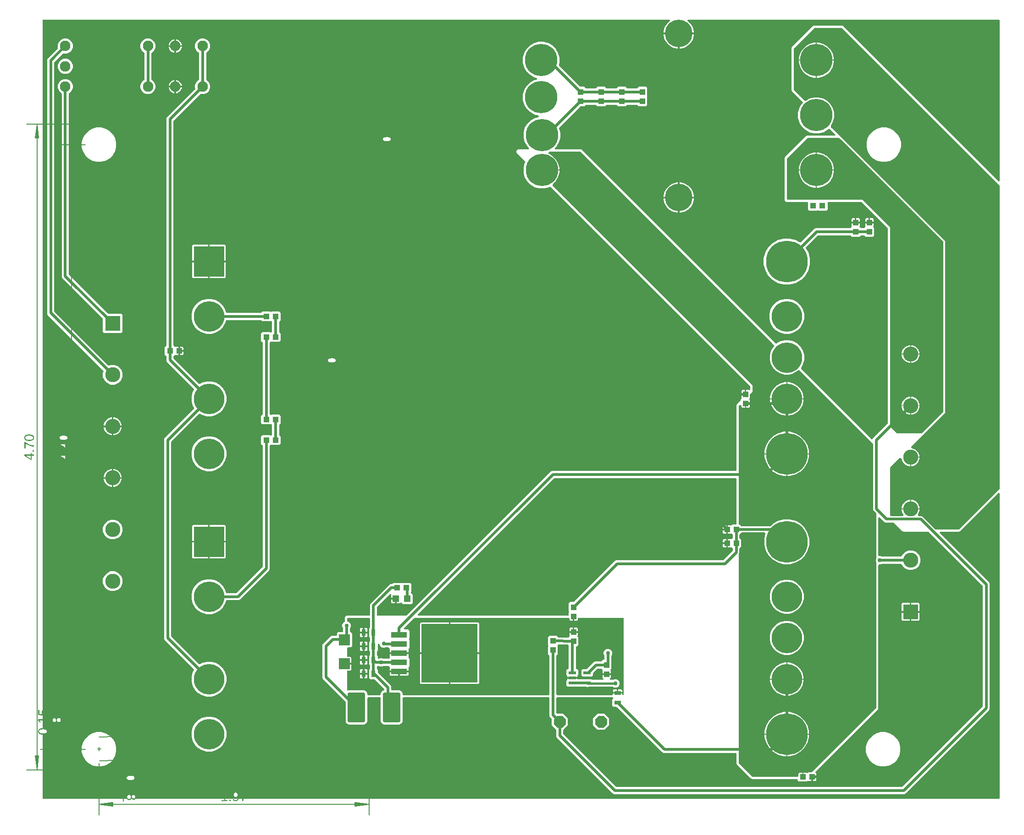
<source format=gbr>
G04 EAGLE Gerber RS-274X export*
G75*
%MOMM*%
%FSLAX34Y34*%
%LPD*%
%INTop Copper*%
%IPPOS*%
%AMOC8*
5,1,8,0,0,1.08239X$1,22.5*%
G01*
G04 Define Apertures*
%ADD10C,0.130000*%
%ADD11R,2.000000X2.000000*%
%ADD12C,0.640000*%
%ADD13R,1.200000X1.200000*%
%ADD14R,1.000000X1.100000*%
%ADD15R,1.100000X1.000000*%
%ADD16R,10.410000X10.800000*%
%ADD17R,3.000000X1.066800*%
%ADD18R,0.800000X1.200000*%
%ADD19R,1.200000X0.800000*%
%ADD20C,1.950000*%
%ADD21R,1.320800X0.558800*%
%ADD22R,2.781000X2.781000*%
%ADD23C,2.781000*%
%ADD24C,5.969000*%
%ADD25C,5.080000*%
%ADD26P,2.33688X8X22.5*%
%ADD27R,5.638800X5.638800*%
%ADD28C,5.638800*%
%ADD29C,7.696200*%
%ADD30C,0.508000*%
%ADD31C,0.756400*%
%ADD32C,0.457200*%
G36*
X1547710Y-65919D02*
X1547116Y-66040D01*
X-216916Y-66040D01*
X-217465Y-65938D01*
X-217976Y-65611D01*
X-218319Y-65110D01*
X-218440Y-64516D01*
X-218440Y1372516D01*
X-218338Y1373065D01*
X-218011Y1373576D01*
X-217510Y1373919D01*
X-216916Y1374040D01*
X938736Y1374040D01*
X939060Y1374005D01*
X939615Y1373761D01*
X940031Y1373320D01*
X940242Y1372751D01*
X940215Y1372145D01*
X939953Y1371598D01*
X939498Y1371196D01*
X939154Y1370998D01*
X933952Y1365796D01*
X930274Y1359424D01*
X928370Y1352318D01*
X928370Y1350164D01*
X984250Y1350164D01*
X984250Y1352318D01*
X982346Y1359424D01*
X978668Y1365796D01*
X973466Y1370998D01*
X973122Y1371196D01*
X972859Y1371388D01*
X972500Y1371877D01*
X972360Y1372467D01*
X972462Y1373065D01*
X972789Y1373576D01*
X973289Y1373919D01*
X973884Y1374040D01*
X1547116Y1374040D01*
X1547665Y1373938D01*
X1548176Y1373611D01*
X1548519Y1373110D01*
X1548640Y1372516D01*
X1548640Y1076987D01*
X1548546Y1076460D01*
X1548227Y1075944D01*
X1547733Y1075593D01*
X1547140Y1075463D01*
X1546544Y1075574D01*
X1546038Y1075909D01*
X1260206Y1361741D01*
X1259808Y1362094D01*
X1259409Y1362371D01*
X1258980Y1362598D01*
X1258526Y1362772D01*
X1258055Y1362890D01*
X1257554Y1362955D01*
X1257275Y1362964D01*
X1206546Y1362964D01*
X1206015Y1362932D01*
X1205537Y1362845D01*
X1205073Y1362702D01*
X1204629Y1362505D01*
X1204213Y1362256D01*
X1203812Y1361946D01*
X1203608Y1361755D01*
X1165559Y1323706D01*
X1165206Y1323308D01*
X1164929Y1322909D01*
X1164702Y1322480D01*
X1164528Y1322026D01*
X1164410Y1321555D01*
X1164345Y1321054D01*
X1164336Y1320775D01*
X1164336Y1244646D01*
X1164368Y1244115D01*
X1164455Y1243637D01*
X1164598Y1243173D01*
X1164795Y1242729D01*
X1165044Y1242313D01*
X1165354Y1241912D01*
X1165545Y1241708D01*
X1184971Y1222281D01*
X1185287Y1221820D01*
X1185418Y1221228D01*
X1185306Y1220632D01*
X1184971Y1220126D01*
X1183176Y1218331D01*
X1178712Y1210598D01*
X1176401Y1201974D01*
X1176401Y1193046D01*
X1178712Y1184422D01*
X1183176Y1176689D01*
X1189489Y1170376D01*
X1197222Y1165912D01*
X1205846Y1163601D01*
X1214774Y1163601D01*
X1223398Y1165912D01*
X1231131Y1170376D01*
X1232926Y1172171D01*
X1233387Y1172487D01*
X1233979Y1172618D01*
X1234576Y1172506D01*
X1235081Y1172171D01*
X1244887Y1162366D01*
X1245193Y1161927D01*
X1245333Y1161337D01*
X1245231Y1160739D01*
X1244904Y1160228D01*
X1244404Y1159885D01*
X1243809Y1159764D01*
X1193846Y1159764D01*
X1193315Y1159732D01*
X1192837Y1159645D01*
X1192373Y1159502D01*
X1191929Y1159305D01*
X1191513Y1159056D01*
X1191112Y1158746D01*
X1190908Y1158555D01*
X1152859Y1120506D01*
X1152506Y1120108D01*
X1152229Y1119709D01*
X1152002Y1119280D01*
X1151828Y1118826D01*
X1151710Y1118355D01*
X1151645Y1117854D01*
X1151636Y1117575D01*
X1151636Y1041446D01*
X1151668Y1040915D01*
X1151755Y1040437D01*
X1151898Y1039973D01*
X1152095Y1039529D01*
X1152344Y1039113D01*
X1152641Y1038728D01*
X1152982Y1038382D01*
X1153362Y1038079D01*
X1153775Y1037824D01*
X1154216Y1037620D01*
X1154678Y1037470D01*
X1155149Y1037377D01*
X1155751Y1037336D01*
X1193262Y1037336D01*
X1193811Y1037234D01*
X1194322Y1036907D01*
X1194665Y1036406D01*
X1194786Y1035812D01*
X1194786Y1023287D01*
X1197167Y1020906D01*
X1211533Y1020906D01*
X1211772Y1021145D01*
X1212233Y1021461D01*
X1212826Y1021591D01*
X1213422Y1021480D01*
X1213928Y1021145D01*
X1214167Y1020906D01*
X1228533Y1020906D01*
X1230914Y1023287D01*
X1230914Y1035812D01*
X1231016Y1036361D01*
X1231343Y1036872D01*
X1231844Y1037215D01*
X1232438Y1037336D01*
X1293085Y1037336D01*
X1293657Y1037225D01*
X1294163Y1036890D01*
X1341690Y989363D01*
X1342015Y988880D01*
X1342136Y988285D01*
X1342136Y628407D01*
X1342025Y627835D01*
X1341690Y627329D01*
X1315201Y600841D01*
X1314523Y599204D01*
X1314227Y598745D01*
X1313732Y598394D01*
X1313140Y598263D01*
X1312543Y598375D01*
X1312038Y598710D01*
X1182245Y728502D01*
X1181857Y729162D01*
X1181810Y729767D01*
X1182003Y730342D01*
X1185760Y736849D01*
X1187958Y745053D01*
X1187958Y753547D01*
X1185760Y761751D01*
X1181513Y769107D01*
X1175507Y775113D01*
X1168151Y779360D01*
X1159947Y781558D01*
X1151453Y781558D01*
X1143249Y779360D01*
X1136742Y775603D01*
X1136004Y775399D01*
X1135408Y775510D01*
X1134902Y775845D01*
X777606Y1133141D01*
X777208Y1133494D01*
X776809Y1133771D01*
X776380Y1133998D01*
X775926Y1134172D01*
X775455Y1134290D01*
X774954Y1134355D01*
X774675Y1134364D01*
X728898Y1134364D01*
X728371Y1134458D01*
X727855Y1134777D01*
X727504Y1135271D01*
X727374Y1135864D01*
X727485Y1136460D01*
X727820Y1136966D01*
X730714Y1139859D01*
X735178Y1147592D01*
X737489Y1156216D01*
X737489Y1165144D01*
X735243Y1173526D01*
X735191Y1173896D01*
X735303Y1174492D01*
X735638Y1174998D01*
X774029Y1213390D01*
X774512Y1213715D01*
X775107Y1213836D01*
X781383Y1213836D01*
X783897Y1216350D01*
X784380Y1216675D01*
X784975Y1216796D01*
X802525Y1216796D01*
X803097Y1216685D01*
X803603Y1216350D01*
X806117Y1213836D01*
X819483Y1213836D01*
X821997Y1216350D01*
X822480Y1216675D01*
X823075Y1216796D01*
X840625Y1216796D01*
X841197Y1216685D01*
X841703Y1216350D01*
X844217Y1213836D01*
X857583Y1213836D01*
X860097Y1216350D01*
X860580Y1216675D01*
X861175Y1216796D01*
X878725Y1216796D01*
X879297Y1216685D01*
X879803Y1216350D01*
X882317Y1213836D01*
X895683Y1213836D01*
X898064Y1216217D01*
X898064Y1230583D01*
X897825Y1230822D01*
X897509Y1231283D01*
X897379Y1231876D01*
X897490Y1232472D01*
X897825Y1232978D01*
X898064Y1233217D01*
X898064Y1247583D01*
X895683Y1249964D01*
X882317Y1249964D01*
X879803Y1247450D01*
X879320Y1247125D01*
X878725Y1247004D01*
X861175Y1247004D01*
X860603Y1247115D01*
X860097Y1247450D01*
X857583Y1249964D01*
X844217Y1249964D01*
X841703Y1247450D01*
X841220Y1247125D01*
X840625Y1247004D01*
X823075Y1247004D01*
X822503Y1247115D01*
X821997Y1247450D01*
X819483Y1249964D01*
X806117Y1249964D01*
X803603Y1247450D01*
X803120Y1247125D01*
X802525Y1247004D01*
X784975Y1247004D01*
X784403Y1247115D01*
X783897Y1247450D01*
X781383Y1249964D01*
X775107Y1249964D01*
X774535Y1250075D01*
X774029Y1250410D01*
X735483Y1288956D01*
X735253Y1289251D01*
X735052Y1289823D01*
X735089Y1290428D01*
X736219Y1294646D01*
X736219Y1303574D01*
X733908Y1312198D01*
X729444Y1319931D01*
X723131Y1326244D01*
X715398Y1330708D01*
X706774Y1333019D01*
X697846Y1333019D01*
X689222Y1330708D01*
X681489Y1326244D01*
X675176Y1319931D01*
X670712Y1312198D01*
X668401Y1303574D01*
X668401Y1294646D01*
X670712Y1286022D01*
X675176Y1278289D01*
X681489Y1271976D01*
X689222Y1267512D01*
X693774Y1266292D01*
X694077Y1266175D01*
X694551Y1265795D01*
X694838Y1265261D01*
X694895Y1264657D01*
X694711Y1264079D01*
X694317Y1263618D01*
X693774Y1263348D01*
X689222Y1262128D01*
X681489Y1257664D01*
X675176Y1251351D01*
X670712Y1243618D01*
X668401Y1234994D01*
X668401Y1226066D01*
X670712Y1217442D01*
X675176Y1209709D01*
X681489Y1203396D01*
X689222Y1198932D01*
X696779Y1196907D01*
X697082Y1196790D01*
X697555Y1196410D01*
X697843Y1195876D01*
X697900Y1195272D01*
X697716Y1194694D01*
X697322Y1194233D01*
X696779Y1193963D01*
X690492Y1192278D01*
X682759Y1187814D01*
X676446Y1181501D01*
X671982Y1173768D01*
X669671Y1165144D01*
X669671Y1156216D01*
X671982Y1147592D01*
X676446Y1139859D01*
X679340Y1136966D01*
X679646Y1136527D01*
X679785Y1135937D01*
X679684Y1135339D01*
X679357Y1134828D01*
X678857Y1134485D01*
X678262Y1134364D01*
X660446Y1134364D01*
X659915Y1134332D01*
X659437Y1134245D01*
X658973Y1134102D01*
X658529Y1133905D01*
X658113Y1133656D01*
X657728Y1133359D01*
X657382Y1133018D01*
X657079Y1132638D01*
X656824Y1132225D01*
X656620Y1131784D01*
X656470Y1131322D01*
X656376Y1130846D01*
X656339Y1130361D01*
X656361Y1129876D01*
X656440Y1129397D01*
X656577Y1128931D01*
X656767Y1128484D01*
X657010Y1128063D01*
X657310Y1127663D01*
X657548Y1127404D01*
X672609Y1112344D01*
X672997Y1111684D01*
X673044Y1111079D01*
X672851Y1110504D01*
X671982Y1108998D01*
X669671Y1100374D01*
X669671Y1091446D01*
X671982Y1082822D01*
X676446Y1075089D01*
X682759Y1068776D01*
X690492Y1064312D01*
X699116Y1062001D01*
X708044Y1062001D01*
X716668Y1064312D01*
X718174Y1065181D01*
X718912Y1065385D01*
X719508Y1065274D01*
X720014Y1064939D01*
X1087690Y697263D01*
X1088015Y696780D01*
X1088136Y696185D01*
X1088136Y690735D01*
X1088042Y690209D01*
X1087723Y689693D01*
X1087229Y689342D01*
X1086636Y689212D01*
X1086040Y689323D01*
X1085561Y689640D01*
X1081024Y689640D01*
X1081024Y680076D01*
X1071960Y680076D01*
X1071960Y674953D01*
X1072069Y674794D01*
X1072199Y674202D01*
X1072088Y673606D01*
X1071753Y673100D01*
X1070436Y671783D01*
X1070436Y670415D01*
X1070325Y669843D01*
X1069990Y669337D01*
X1063959Y663306D01*
X1063606Y662908D01*
X1063329Y662509D01*
X1063102Y662080D01*
X1062928Y661626D01*
X1062810Y661155D01*
X1062745Y660654D01*
X1062736Y660375D01*
X1062736Y541528D01*
X1062634Y540979D01*
X1062307Y540468D01*
X1061806Y540125D01*
X1061212Y540004D01*
X722586Y540004D01*
X720159Y538999D01*
X453895Y272734D01*
X453412Y272409D01*
X452817Y272288D01*
X400668Y272288D01*
X400119Y272390D01*
X399608Y272717D01*
X399265Y273218D01*
X399144Y273812D01*
X399144Y287573D01*
X399255Y288145D01*
X399590Y288651D01*
X422858Y311919D01*
X423297Y312225D01*
X423887Y312364D01*
X424485Y312263D01*
X424996Y311936D01*
X425339Y311436D01*
X425460Y310841D01*
X425460Y305054D01*
X435524Y305054D01*
X435524Y294990D01*
X441052Y294990D01*
X442345Y296283D01*
X442806Y296599D01*
X443398Y296729D01*
X443994Y296618D01*
X444500Y296283D01*
X447317Y293466D01*
X462683Y293466D01*
X465064Y295847D01*
X465064Y311213D01*
X462581Y313696D01*
X462579Y313696D01*
X462068Y314023D01*
X461725Y314524D01*
X461604Y315118D01*
X461604Y315575D01*
X461715Y316147D01*
X462050Y316653D01*
X462564Y317167D01*
X462564Y330533D01*
X460183Y332914D01*
X445817Y332914D01*
X445578Y332675D01*
X445117Y332359D01*
X444524Y332229D01*
X443928Y332340D01*
X443422Y332675D01*
X443183Y332914D01*
X428817Y332914D01*
X426803Y330900D01*
X426320Y330575D01*
X425725Y330454D01*
X424136Y330454D01*
X421709Y329449D01*
X386941Y294681D01*
X385936Y292254D01*
X385936Y273812D01*
X385834Y273263D01*
X385507Y272752D01*
X385006Y272409D01*
X384412Y272288D01*
X343962Y272288D01*
X343431Y272256D01*
X342953Y272169D01*
X342489Y272026D01*
X342045Y271829D01*
X341629Y271580D01*
X341244Y271283D01*
X340898Y270942D01*
X340595Y270562D01*
X340340Y270149D01*
X340136Y269708D01*
X339986Y269246D01*
X339893Y268775D01*
X339852Y268173D01*
X339852Y262248D01*
X339745Y261688D01*
X339414Y261179D01*
X338911Y260840D01*
X338456Y260652D01*
X336249Y258444D01*
X335054Y255561D01*
X335054Y252439D01*
X336180Y249721D01*
X336296Y249138D01*
X336296Y243328D01*
X336194Y242779D01*
X335867Y242268D01*
X335366Y241925D01*
X334772Y241804D01*
X327407Y241804D01*
X325026Y239423D01*
X325026Y236728D01*
X324924Y236179D01*
X324597Y235668D01*
X324096Y235325D01*
X323502Y235204D01*
X316186Y235204D01*
X313759Y234199D01*
X299201Y219641D01*
X298196Y217214D01*
X298196Y157996D01*
X299201Y155569D01*
X340730Y114041D01*
X341055Y113558D01*
X341176Y112963D01*
X341176Y77125D01*
X342282Y74455D01*
X344325Y72412D01*
X346995Y71306D01*
X375485Y71306D01*
X378155Y72412D01*
X380198Y74455D01*
X381304Y77125D01*
X381304Y119888D01*
X381406Y120437D01*
X381733Y120948D01*
X382234Y121291D01*
X382828Y121412D01*
X404652Y121412D01*
X405201Y121310D01*
X405712Y120983D01*
X406055Y120482D01*
X406176Y119888D01*
X406176Y77125D01*
X407282Y74455D01*
X409325Y72412D01*
X411995Y71306D01*
X440485Y71306D01*
X443155Y72412D01*
X445198Y74455D01*
X446304Y77125D01*
X446304Y119888D01*
X446406Y120437D01*
X446733Y120948D01*
X447234Y121291D01*
X447828Y121412D01*
X715772Y121412D01*
X716321Y121310D01*
X716832Y120983D01*
X717175Y120482D01*
X717296Y119888D01*
X717296Y87586D01*
X718301Y85159D01*
X721295Y82166D01*
X721620Y81683D01*
X721741Y81088D01*
X721741Y70045D01*
X729550Y62237D01*
X729875Y61753D01*
X729996Y61159D01*
X729996Y49486D01*
X731001Y47059D01*
X834459Y-56399D01*
X836886Y-57404D01*
X1372914Y-57404D01*
X1375341Y-56399D01*
X1529599Y97859D01*
X1530604Y100286D01*
X1530604Y331514D01*
X1529599Y333941D01*
X1438405Y425134D01*
X1438099Y425573D01*
X1437960Y426163D01*
X1438061Y426761D01*
X1438388Y427272D01*
X1438888Y427615D01*
X1439483Y427736D01*
X1473154Y427736D01*
X1473685Y427768D01*
X1474163Y427855D01*
X1474627Y427998D01*
X1475071Y428195D01*
X1475488Y428444D01*
X1475888Y428754D01*
X1476092Y428945D01*
X1546038Y498891D01*
X1546477Y499197D01*
X1547067Y499337D01*
X1547665Y499235D01*
X1548176Y498908D01*
X1548519Y498408D01*
X1548640Y497813D01*
X1548640Y-64516D01*
X1548538Y-65065D01*
X1548211Y-65576D01*
X1547710Y-65919D01*
G37*
%LPC*%
G36*
X957834Y1320700D02*
X959988Y1320700D01*
X967094Y1322604D01*
X973466Y1326282D01*
X978668Y1331484D01*
X982346Y1337856D01*
X984250Y1344962D01*
X984250Y1347116D01*
X957834Y1347116D01*
X957834Y1320700D01*
G37*
G36*
X952632Y1320700D02*
X954786Y1320700D01*
X954786Y1347116D01*
X928370Y1347116D01*
X928370Y1344962D01*
X930274Y1337856D01*
X933952Y1331484D01*
X939154Y1326282D01*
X945526Y1322604D01*
X952632Y1320700D01*
G37*
G36*
X-26478Y1236466D02*
X-20982Y1236466D01*
X-15905Y1238569D01*
X-12019Y1242455D01*
X-9916Y1247532D01*
X-9916Y1253028D01*
X-12019Y1258105D01*
X-15905Y1261991D01*
X-16185Y1262107D01*
X-16662Y1262420D01*
X-17005Y1262921D01*
X-17126Y1263515D01*
X-17126Y1312045D01*
X-17019Y1312606D01*
X-16688Y1313114D01*
X-16185Y1313453D01*
X-15905Y1313569D01*
X-12019Y1317455D01*
X-9916Y1322532D01*
X-9916Y1328028D01*
X-12019Y1333105D01*
X-15905Y1336991D01*
X-20982Y1339094D01*
X-26478Y1339094D01*
X-31555Y1336991D01*
X-35441Y1333105D01*
X-37544Y1328028D01*
X-37544Y1322532D01*
X-35441Y1317455D01*
X-31555Y1313569D01*
X-31275Y1313453D01*
X-30798Y1313140D01*
X-30455Y1312639D01*
X-30334Y1312045D01*
X-30334Y1263515D01*
X-30441Y1262954D01*
X-30772Y1262446D01*
X-31275Y1262107D01*
X-31555Y1261991D01*
X-35441Y1258105D01*
X-37544Y1253028D01*
X-37544Y1247532D01*
X-35441Y1242455D01*
X-31555Y1238569D01*
X-26478Y1236466D01*
G37*
G36*
X-92474Y699531D02*
X-85326Y699531D01*
X-78721Y702267D01*
X-73667Y707321D01*
X-70931Y713926D01*
X-70931Y721074D01*
X-73667Y727679D01*
X-78721Y732733D01*
X-85326Y735469D01*
X-92474Y735469D01*
X-95108Y734378D01*
X-95667Y734262D01*
X-96263Y734373D01*
X-96769Y734708D01*
X-196150Y834089D01*
X-196475Y834572D01*
X-196596Y835167D01*
X-196596Y1295043D01*
X-196485Y1295615D01*
X-196150Y1296121D01*
X-181019Y1311252D01*
X-180547Y1311573D01*
X-179953Y1311698D01*
X-179358Y1311582D01*
X-179078Y1311466D01*
X-173582Y1311466D01*
X-168505Y1313569D01*
X-164619Y1317455D01*
X-162516Y1322532D01*
X-162516Y1328028D01*
X-164619Y1333105D01*
X-168505Y1336991D01*
X-173582Y1339094D01*
X-179078Y1339094D01*
X-184155Y1336991D01*
X-188041Y1333105D01*
X-190144Y1328028D01*
X-190144Y1322532D01*
X-190028Y1322252D01*
X-189912Y1321693D01*
X-190023Y1321097D01*
X-190358Y1320591D01*
X-208799Y1302151D01*
X-209804Y1299724D01*
X-209804Y830486D01*
X-208799Y828059D01*
X-106108Y725369D01*
X-105788Y724897D01*
X-105662Y724303D01*
X-105778Y723708D01*
X-106869Y721074D01*
X-106869Y713926D01*
X-104133Y707321D01*
X-99079Y702267D01*
X-92474Y699531D01*
G37*
G36*
X84653Y122778D02*
X93147Y122778D01*
X101351Y124976D01*
X108707Y129223D01*
X114713Y135229D01*
X118960Y142585D01*
X121158Y150789D01*
X121158Y159283D01*
X118960Y167487D01*
X114713Y174843D01*
X108707Y180849D01*
X101351Y185096D01*
X93147Y187294D01*
X84653Y187294D01*
X76449Y185096D01*
X72219Y182654D01*
X71482Y182450D01*
X70885Y182561D01*
X70380Y182896D01*
X19750Y233525D01*
X19425Y234008D01*
X19304Y234603D01*
X19304Y593533D01*
X19415Y594105D01*
X19750Y594611D01*
X70380Y645240D01*
X71039Y645628D01*
X71644Y645675D01*
X72219Y645482D01*
X76449Y643040D01*
X84653Y640842D01*
X93147Y640842D01*
X101351Y643040D01*
X108707Y647287D01*
X114713Y653293D01*
X118960Y660649D01*
X121158Y668853D01*
X121158Y677347D01*
X118960Y685551D01*
X114713Y692907D01*
X108707Y698913D01*
X101351Y703160D01*
X93147Y705358D01*
X84653Y705358D01*
X76449Y703160D01*
X72219Y700718D01*
X71482Y700514D01*
X70885Y700625D01*
X70380Y700960D01*
X23950Y747389D01*
X23625Y747872D01*
X23504Y748467D01*
X23504Y751725D01*
X23615Y752297D01*
X23950Y752803D01*
X25400Y754253D01*
X25861Y754569D01*
X26453Y754699D01*
X27050Y754588D01*
X27242Y754460D01*
X32376Y754460D01*
X32376Y769540D01*
X27253Y769540D01*
X27094Y769431D01*
X26502Y769301D01*
X25906Y769412D01*
X25400Y769747D01*
X23950Y771197D01*
X23625Y771680D01*
X23504Y772275D01*
X23504Y1186743D01*
X23615Y1187315D01*
X23950Y1187821D01*
X72381Y1236252D01*
X72853Y1236573D01*
X73447Y1236698D01*
X74042Y1236582D01*
X74322Y1236466D01*
X79818Y1236466D01*
X84895Y1238569D01*
X88781Y1242455D01*
X90884Y1247532D01*
X90884Y1253028D01*
X88781Y1258105D01*
X84895Y1261991D01*
X84615Y1262107D01*
X84138Y1262420D01*
X83795Y1262921D01*
X83674Y1263515D01*
X83674Y1312045D01*
X83781Y1312606D01*
X84112Y1313114D01*
X84615Y1313453D01*
X84895Y1313569D01*
X88781Y1317455D01*
X90884Y1322532D01*
X90884Y1328028D01*
X88781Y1333105D01*
X84895Y1336991D01*
X79818Y1339094D01*
X74322Y1339094D01*
X69245Y1336991D01*
X65359Y1333105D01*
X63256Y1328028D01*
X63256Y1322532D01*
X65359Y1317455D01*
X69245Y1313569D01*
X69525Y1313453D01*
X70002Y1313140D01*
X70345Y1312639D01*
X70466Y1312045D01*
X70466Y1263515D01*
X70359Y1262954D01*
X70028Y1262446D01*
X69525Y1262107D01*
X69245Y1261991D01*
X65359Y1258105D01*
X63256Y1253028D01*
X63256Y1247532D01*
X63372Y1247252D01*
X63488Y1246693D01*
X63377Y1246097D01*
X63042Y1245591D01*
X11301Y1193851D01*
X10296Y1191424D01*
X10296Y772275D01*
X10185Y771703D01*
X9850Y771197D01*
X7336Y768683D01*
X7336Y755317D01*
X9850Y752803D01*
X10175Y752320D01*
X10296Y751725D01*
X10296Y743786D01*
X11301Y741359D01*
X61040Y691620D01*
X61428Y690961D01*
X61475Y690356D01*
X61282Y689781D01*
X58840Y685551D01*
X56642Y677347D01*
X56642Y668853D01*
X58840Y660649D01*
X61282Y656419D01*
X61486Y655682D01*
X61375Y655085D01*
X61040Y654580D01*
X7101Y600641D01*
X6096Y598214D01*
X6096Y229922D01*
X7101Y227495D01*
X61040Y173556D01*
X61428Y172897D01*
X61475Y172292D01*
X61282Y171717D01*
X58840Y167487D01*
X56642Y159283D01*
X56642Y150789D01*
X58840Y142585D01*
X63087Y135229D01*
X69093Y129223D01*
X76449Y124976D01*
X84653Y122778D01*
G37*
G36*
X28194Y1326804D02*
X38960Y1326804D01*
X38960Y1327725D01*
X37089Y1332242D01*
X33632Y1335699D01*
X29115Y1337570D01*
X28194Y1337570D01*
X28194Y1326804D01*
G37*
G36*
X14380Y1326804D02*
X25146Y1326804D01*
X25146Y1337570D01*
X24225Y1337570D01*
X19708Y1335699D01*
X16251Y1332242D01*
X14380Y1327725D01*
X14380Y1326804D01*
G37*
G36*
X24225Y1312990D02*
X25146Y1312990D01*
X25146Y1323756D01*
X14380Y1323756D01*
X14380Y1322835D01*
X16251Y1318318D01*
X19708Y1314861D01*
X24225Y1312990D01*
G37*
G36*
X28194Y1312990D02*
X29115Y1312990D01*
X33632Y1314861D01*
X37089Y1318318D01*
X38960Y1322835D01*
X38960Y1323756D01*
X28194Y1323756D01*
X28194Y1312990D01*
G37*
G36*
X-179078Y1273966D02*
X-173582Y1273966D01*
X-168505Y1276069D01*
X-164619Y1279955D01*
X-162516Y1285032D01*
X-162516Y1290528D01*
X-164619Y1295605D01*
X-168505Y1299491D01*
X-173582Y1301594D01*
X-179078Y1301594D01*
X-184155Y1299491D01*
X-188041Y1295605D01*
X-190144Y1290528D01*
X-190144Y1285032D01*
X-188041Y1279955D01*
X-184155Y1276069D01*
X-179078Y1273966D01*
G37*
G36*
X-104488Y794831D02*
X-73312Y794831D01*
X-70931Y797212D01*
X-70931Y828388D01*
X-73312Y830769D01*
X-96898Y830769D01*
X-97470Y830880D01*
X-97976Y831215D01*
X-169280Y902519D01*
X-169605Y903002D01*
X-169726Y903597D01*
X-169726Y1237045D01*
X-169619Y1237606D01*
X-169288Y1238114D01*
X-168785Y1238453D01*
X-168505Y1238569D01*
X-164619Y1242455D01*
X-162516Y1247532D01*
X-162516Y1253028D01*
X-164619Y1258105D01*
X-168505Y1261991D01*
X-173582Y1264094D01*
X-179078Y1264094D01*
X-184155Y1261991D01*
X-188041Y1258105D01*
X-190144Y1253028D01*
X-190144Y1247532D01*
X-188041Y1242455D01*
X-184155Y1238569D01*
X-183875Y1238453D01*
X-183398Y1238140D01*
X-183055Y1237639D01*
X-182934Y1237045D01*
X-182934Y898916D01*
X-181929Y896489D01*
X-107315Y821876D01*
X-106990Y821393D01*
X-106869Y820798D01*
X-106869Y797212D01*
X-104488Y794831D01*
G37*
G36*
X28194Y1251804D02*
X38960Y1251804D01*
X38960Y1252725D01*
X37089Y1257242D01*
X33632Y1260699D01*
X29115Y1262570D01*
X28194Y1262570D01*
X28194Y1251804D01*
G37*
G36*
X14380Y1251804D02*
X25146Y1251804D01*
X25146Y1262570D01*
X24225Y1262570D01*
X19708Y1260699D01*
X16251Y1257242D01*
X14380Y1252725D01*
X14380Y1251804D01*
G37*
G36*
X24225Y1237990D02*
X25146Y1237990D01*
X25146Y1248756D01*
X14380Y1248756D01*
X14380Y1247835D01*
X16251Y1243318D01*
X19708Y1239861D01*
X24225Y1237990D01*
G37*
G36*
X28194Y1237990D02*
X29115Y1237990D01*
X33632Y1239861D01*
X37089Y1243318D01*
X38960Y1247835D01*
X38960Y1248756D01*
X28194Y1248756D01*
X28194Y1237990D01*
G37*
G36*
X-118480Y1111250D02*
X-110120Y1111250D01*
X-102045Y1113414D01*
X-94805Y1117594D01*
X-88894Y1123505D01*
X-84714Y1130745D01*
X-82550Y1138820D01*
X-82550Y1147180D01*
X-84714Y1155255D01*
X-88894Y1162495D01*
X-94805Y1168406D01*
X-102045Y1172586D01*
X-110120Y1174750D01*
X-118480Y1174750D01*
X-126555Y1172586D01*
X-133795Y1168406D01*
X-139706Y1162495D01*
X-143886Y1155255D01*
X-146050Y1147180D01*
X-146050Y1138820D01*
X-143886Y1130745D01*
X-139706Y1123505D01*
X-133795Y1117594D01*
X-126555Y1113414D01*
X-118480Y1111250D01*
G37*
G36*
X928370Y1046634D02*
X954786Y1046634D01*
X954786Y1073050D01*
X952632Y1073050D01*
X945526Y1071146D01*
X939154Y1067468D01*
X933952Y1062266D01*
X930274Y1055894D01*
X928370Y1048788D01*
X928370Y1046634D01*
G37*
G36*
X957834Y1046634D02*
X984250Y1046634D01*
X984250Y1048788D01*
X982346Y1055894D01*
X978668Y1062266D01*
X973466Y1067468D01*
X967094Y1071146D01*
X959988Y1073050D01*
X957834Y1073050D01*
X957834Y1046634D01*
G37*
G36*
X957834Y1017170D02*
X959988Y1017170D01*
X967094Y1019074D01*
X973466Y1022752D01*
X978668Y1027954D01*
X982346Y1034326D01*
X984250Y1041432D01*
X984250Y1043586D01*
X957834Y1043586D01*
X957834Y1017170D01*
G37*
G36*
X952632Y1017170D02*
X954786Y1017170D01*
X954786Y1043586D01*
X928370Y1043586D01*
X928370Y1041432D01*
X930274Y1034326D01*
X933952Y1027954D01*
X939154Y1022752D01*
X945526Y1019074D01*
X952632Y1017170D01*
G37*
G36*
X1275160Y1000624D02*
X1281176Y1000624D01*
X1281176Y1007140D01*
X1276648Y1007140D01*
X1275160Y1005652D01*
X1275160Y1000624D01*
G37*
G36*
X1300560Y1000624D02*
X1306576Y1000624D01*
X1306576Y1007140D01*
X1302048Y1007140D01*
X1300560Y1005652D01*
X1300560Y1000624D01*
G37*
G36*
X1284224Y1000624D02*
X1290240Y1000624D01*
X1290240Y1005652D01*
X1288752Y1007140D01*
X1284224Y1007140D01*
X1284224Y1000624D01*
G37*
G36*
X1309624Y1000624D02*
X1315640Y1000624D01*
X1315640Y1005652D01*
X1314152Y1007140D01*
X1309624Y1007140D01*
X1309624Y1000624D01*
G37*
G36*
X1150099Y884555D02*
X1161301Y884555D01*
X1172122Y887454D01*
X1181823Y893056D01*
X1189744Y900977D01*
X1195346Y910678D01*
X1198245Y921499D01*
X1198245Y932701D01*
X1195346Y943522D01*
X1190848Y951311D01*
X1190644Y952049D01*
X1190756Y952645D01*
X1191091Y953151D01*
X1212989Y975050D01*
X1213472Y975375D01*
X1214067Y975496D01*
X1272425Y975496D01*
X1272997Y975385D01*
X1273503Y975050D01*
X1276017Y972536D01*
X1289383Y972536D01*
X1291897Y975050D01*
X1292380Y975375D01*
X1292975Y975496D01*
X1297825Y975496D01*
X1298397Y975385D01*
X1298903Y975050D01*
X1301417Y972536D01*
X1314783Y972536D01*
X1317164Y974917D01*
X1317164Y989283D01*
X1315847Y990600D01*
X1315531Y991061D01*
X1315401Y991653D01*
X1315512Y992250D01*
X1315640Y992442D01*
X1315640Y997576D01*
X1300560Y997576D01*
X1300560Y992453D01*
X1300669Y992294D01*
X1300799Y991702D01*
X1300688Y991106D01*
X1300353Y990600D01*
X1298903Y989150D01*
X1298420Y988825D01*
X1297825Y988704D01*
X1292975Y988704D01*
X1292403Y988815D01*
X1291897Y989150D01*
X1290447Y990600D01*
X1290131Y991061D01*
X1290001Y991653D01*
X1290112Y992250D01*
X1290240Y992442D01*
X1290240Y997576D01*
X1275160Y997576D01*
X1275160Y992453D01*
X1275269Y992294D01*
X1275399Y991702D01*
X1275288Y991106D01*
X1274953Y990600D01*
X1273503Y989150D01*
X1273020Y988825D01*
X1272425Y988704D01*
X1209386Y988704D01*
X1206959Y987699D01*
X1181751Y962491D01*
X1181091Y962103D01*
X1180487Y962056D01*
X1179911Y962248D01*
X1172122Y966746D01*
X1161301Y969645D01*
X1150099Y969645D01*
X1139278Y966746D01*
X1129577Y961144D01*
X1121656Y953223D01*
X1116054Y943522D01*
X1113155Y932701D01*
X1113155Y921499D01*
X1116054Y910678D01*
X1121656Y900977D01*
X1129577Y893056D01*
X1139278Y887454D01*
X1150099Y884555D01*
G37*
G36*
X90424Y928624D02*
X119634Y928624D01*
X119634Y956346D01*
X118146Y957834D01*
X90424Y957834D01*
X90424Y928624D01*
G37*
G36*
X58166Y928624D02*
X87376Y928624D01*
X87376Y957834D01*
X59654Y957834D01*
X58166Y956346D01*
X58166Y928624D01*
G37*
G36*
X59654Y896366D02*
X87376Y896366D01*
X87376Y925576D01*
X58166Y925576D01*
X58166Y897854D01*
X59654Y896366D01*
G37*
G36*
X90424Y896366D02*
X118146Y896366D01*
X119634Y897854D01*
X119634Y925576D01*
X90424Y925576D01*
X90424Y896366D01*
G37*
G36*
X1151453Y793242D02*
X1159947Y793242D01*
X1168151Y795440D01*
X1175507Y799687D01*
X1181513Y805693D01*
X1185760Y813049D01*
X1187958Y821253D01*
X1187958Y829747D01*
X1185760Y837951D01*
X1181513Y845307D01*
X1175507Y851313D01*
X1168151Y855560D01*
X1159947Y857758D01*
X1151453Y857758D01*
X1143249Y855560D01*
X1135893Y851313D01*
X1129887Y845307D01*
X1125640Y837951D01*
X1123442Y829747D01*
X1123442Y821253D01*
X1125640Y813049D01*
X1129887Y805693D01*
X1135893Y799687D01*
X1143249Y795440D01*
X1151453Y793242D01*
G37*
G36*
X84653Y275178D02*
X93147Y275178D01*
X101351Y277376D01*
X108707Y281623D01*
X114713Y287629D01*
X118960Y294985D01*
X120224Y299702D01*
X120601Y300368D01*
X121101Y300711D01*
X121696Y300832D01*
X143650Y300832D01*
X146077Y301837D01*
X200299Y356059D01*
X201304Y358486D01*
X201304Y586625D01*
X201415Y587197D01*
X201750Y587703D01*
X202122Y588075D01*
X202583Y588391D01*
X203176Y588521D01*
X203772Y588410D01*
X204278Y588075D01*
X204517Y587836D01*
X218883Y587836D01*
X221264Y590217D01*
X221264Y603583D01*
X218750Y606097D01*
X218425Y606580D01*
X218304Y607175D01*
X218304Y624725D01*
X218415Y625297D01*
X218750Y625803D01*
X221264Y628317D01*
X221264Y641683D01*
X218883Y644064D01*
X204517Y644064D01*
X204278Y643825D01*
X203817Y643509D01*
X203224Y643379D01*
X202628Y643490D01*
X202122Y643825D01*
X201750Y644197D01*
X201425Y644680D01*
X201304Y645275D01*
X201304Y777125D01*
X201415Y777697D01*
X201750Y778203D01*
X202122Y778575D01*
X202583Y778891D01*
X203176Y779021D01*
X203772Y778910D01*
X204278Y778575D01*
X204517Y778336D01*
X218883Y778336D01*
X221264Y780717D01*
X221264Y794083D01*
X218750Y796597D01*
X218425Y797080D01*
X218304Y797675D01*
X218304Y815225D01*
X218415Y815797D01*
X218750Y816303D01*
X221264Y818817D01*
X221264Y832183D01*
X218883Y834564D01*
X204517Y834564D01*
X204278Y834325D01*
X203817Y834009D01*
X203224Y833879D01*
X202628Y833990D01*
X202122Y834325D01*
X201883Y834564D01*
X187517Y834564D01*
X185503Y832550D01*
X185020Y832225D01*
X184425Y832104D01*
X121696Y832104D01*
X120955Y832296D01*
X120494Y832691D01*
X120224Y833234D01*
X118960Y837951D01*
X114713Y845307D01*
X108707Y851313D01*
X101351Y855560D01*
X93147Y857758D01*
X84653Y857758D01*
X76449Y855560D01*
X69093Y851313D01*
X63087Y845307D01*
X58840Y837951D01*
X56642Y829747D01*
X56642Y821253D01*
X58840Y813049D01*
X63087Y805693D01*
X69093Y799687D01*
X76449Y795440D01*
X84653Y793242D01*
X93147Y793242D01*
X101351Y795440D01*
X108707Y799687D01*
X114713Y805693D01*
X118960Y813049D01*
X120224Y817766D01*
X120601Y818432D01*
X121101Y818775D01*
X121696Y818896D01*
X184425Y818896D01*
X184997Y818785D01*
X185503Y818450D01*
X187517Y816436D01*
X201883Y816436D01*
X202122Y816675D01*
X202583Y816991D01*
X203176Y817121D01*
X203772Y817010D01*
X204278Y816675D01*
X204650Y816303D01*
X204975Y815820D01*
X205096Y815225D01*
X205096Y797675D01*
X204985Y797103D01*
X204650Y796597D01*
X204278Y796225D01*
X203817Y795909D01*
X203224Y795779D01*
X202628Y795890D01*
X202122Y796225D01*
X201883Y796464D01*
X187517Y796464D01*
X185136Y794083D01*
X185136Y780717D01*
X187650Y778203D01*
X187975Y777720D01*
X188096Y777125D01*
X188096Y645275D01*
X187985Y644703D01*
X187650Y644197D01*
X185136Y641683D01*
X185136Y628317D01*
X187517Y625936D01*
X201883Y625936D01*
X202122Y626175D01*
X202583Y626491D01*
X203176Y626621D01*
X203772Y626510D01*
X204278Y626175D01*
X204650Y625803D01*
X204975Y625320D01*
X205096Y624725D01*
X205096Y607175D01*
X204985Y606603D01*
X204650Y606097D01*
X204278Y605725D01*
X203817Y605409D01*
X203224Y605279D01*
X202628Y605390D01*
X202122Y605725D01*
X201883Y605964D01*
X187517Y605964D01*
X185136Y603583D01*
X185136Y590217D01*
X187650Y587703D01*
X187975Y587220D01*
X188096Y586625D01*
X188096Y363167D01*
X187985Y362595D01*
X187650Y362089D01*
X140047Y314486D01*
X139564Y314161D01*
X138969Y314040D01*
X121696Y314040D01*
X120955Y314232D01*
X120494Y314627D01*
X120224Y315170D01*
X118960Y319887D01*
X114713Y327243D01*
X108707Y333249D01*
X101351Y337496D01*
X93147Y339694D01*
X84653Y339694D01*
X76449Y337496D01*
X69093Y333249D01*
X63087Y327243D01*
X58840Y319887D01*
X56642Y311683D01*
X56642Y303189D01*
X58840Y294985D01*
X63087Y287629D01*
X69093Y281623D01*
X76449Y277376D01*
X84653Y275178D01*
G37*
G36*
X35424Y763524D02*
X41940Y763524D01*
X41940Y768052D01*
X40452Y769540D01*
X35424Y769540D01*
X35424Y763524D01*
G37*
G36*
X35424Y754460D02*
X40452Y754460D01*
X41940Y755948D01*
X41940Y760476D01*
X35424Y760476D01*
X35424Y754460D01*
G37*
G36*
X1071960Y683124D02*
X1077976Y683124D01*
X1077976Y689640D01*
X1073448Y689640D01*
X1071960Y688152D01*
X1071960Y683124D01*
G37*
G36*
X-105345Y623724D02*
X-90424Y623724D01*
X-90424Y638645D01*
X-92171Y638645D01*
X-98215Y636141D01*
X-102841Y631515D01*
X-105345Y625471D01*
X-105345Y623724D01*
G37*
G36*
X-87376Y623724D02*
X-72455Y623724D01*
X-72455Y625471D01*
X-74959Y631515D01*
X-79585Y636141D01*
X-85629Y638645D01*
X-87376Y638645D01*
X-87376Y623724D01*
G37*
G36*
X-87376Y605755D02*
X-85629Y605755D01*
X-79585Y608259D01*
X-74959Y612885D01*
X-72455Y618929D01*
X-72455Y620676D01*
X-87376Y620676D01*
X-87376Y605755D01*
G37*
G36*
X-92171Y605755D02*
X-90424Y605755D01*
X-90424Y620676D01*
X-105345Y620676D01*
X-105345Y618929D01*
X-102841Y612885D01*
X-98215Y608259D01*
X-92171Y605755D01*
G37*
G36*
X84653Y539242D02*
X93147Y539242D01*
X101351Y541440D01*
X108707Y545687D01*
X114713Y551693D01*
X118960Y559049D01*
X121158Y567253D01*
X121158Y575747D01*
X118960Y583951D01*
X114713Y591307D01*
X108707Y597313D01*
X101351Y601560D01*
X93147Y603758D01*
X84653Y603758D01*
X76449Y601560D01*
X69093Y597313D01*
X63087Y591307D01*
X58840Y583951D01*
X56642Y575747D01*
X56642Y567253D01*
X58840Y559049D01*
X63087Y551693D01*
X69093Y545687D01*
X76449Y541440D01*
X84653Y539242D01*
G37*
G36*
X-105345Y528424D02*
X-90424Y528424D01*
X-90424Y543345D01*
X-92171Y543345D01*
X-98215Y540841D01*
X-102841Y536215D01*
X-105345Y530171D01*
X-105345Y528424D01*
G37*
G36*
X-87376Y528424D02*
X-72455Y528424D01*
X-72455Y530171D01*
X-74959Y536215D01*
X-79585Y540841D01*
X-85629Y543345D01*
X-87376Y543345D01*
X-87376Y528424D01*
G37*
G36*
X-92171Y510455D02*
X-90424Y510455D01*
X-90424Y525376D01*
X-105345Y525376D01*
X-105345Y523629D01*
X-102841Y517585D01*
X-98215Y512959D01*
X-92171Y510455D01*
G37*
G36*
X-87376Y510455D02*
X-85629Y510455D01*
X-79585Y512959D01*
X-74959Y517585D01*
X-72455Y523629D01*
X-72455Y525376D01*
X-87376Y525376D01*
X-87376Y510455D01*
G37*
G36*
X-92474Y413631D02*
X-85326Y413631D01*
X-78721Y416367D01*
X-73667Y421421D01*
X-70931Y428026D01*
X-70931Y435174D01*
X-73667Y441779D01*
X-78721Y446833D01*
X-85326Y449569D01*
X-92474Y449569D01*
X-99079Y446833D01*
X-104133Y441779D01*
X-106869Y435174D01*
X-106869Y428026D01*
X-104133Y421421D01*
X-99079Y416367D01*
X-92474Y413631D01*
G37*
G36*
X58166Y410560D02*
X87376Y410560D01*
X87376Y439770D01*
X59654Y439770D01*
X58166Y438282D01*
X58166Y410560D01*
G37*
G36*
X90424Y410560D02*
X119634Y410560D01*
X119634Y438282D01*
X118146Y439770D01*
X90424Y439770D01*
X90424Y410560D01*
G37*
G36*
X59654Y378302D02*
X87376Y378302D01*
X87376Y407512D01*
X58166Y407512D01*
X58166Y379790D01*
X59654Y378302D01*
G37*
G36*
X90424Y378302D02*
X118146Y378302D01*
X119634Y379790D01*
X119634Y407512D01*
X90424Y407512D01*
X90424Y378302D01*
G37*
G36*
X-92474Y318331D02*
X-85326Y318331D01*
X-78721Y321067D01*
X-73667Y326121D01*
X-70931Y332726D01*
X-70931Y339874D01*
X-73667Y346479D01*
X-78721Y351533D01*
X-85326Y354269D01*
X-92474Y354269D01*
X-99079Y351533D01*
X-104133Y346479D01*
X-106869Y339874D01*
X-106869Y332726D01*
X-104133Y326121D01*
X-99079Y321067D01*
X-92474Y318331D01*
G37*
G36*
X426948Y294990D02*
X432476Y294990D01*
X432476Y302006D01*
X425460Y302006D01*
X425460Y296478D01*
X426948Y294990D01*
G37*
G36*
X84653Y21178D02*
X93147Y21178D01*
X101351Y23376D01*
X108707Y27623D01*
X114713Y33629D01*
X118960Y40985D01*
X121158Y49189D01*
X121158Y57683D01*
X118960Y65887D01*
X114713Y73243D01*
X108707Y79249D01*
X101351Y83496D01*
X93147Y85694D01*
X84653Y85694D01*
X76449Y83496D01*
X69093Y79249D01*
X63087Y73243D01*
X58840Y65887D01*
X56642Y57683D01*
X56642Y49189D01*
X58840Y40985D01*
X63087Y33629D01*
X69093Y27623D01*
X76449Y23376D01*
X84653Y21178D01*
G37*
G36*
X-118480Y-6350D02*
X-110120Y-6350D01*
X-102045Y-4186D01*
X-94805Y-6D01*
X-88894Y5905D01*
X-84714Y13145D01*
X-82550Y21220D01*
X-82550Y29580D01*
X-84714Y37655D01*
X-88894Y44895D01*
X-94805Y50806D01*
X-102045Y54986D01*
X-110120Y57150D01*
X-118480Y57150D01*
X-126555Y54986D01*
X-133795Y50806D01*
X-139706Y44895D01*
X-143886Y37655D01*
X-146050Y29580D01*
X-146050Y21220D01*
X-143886Y13145D01*
X-139706Y5905D01*
X-133795Y-6D01*
X-126555Y-4186D01*
X-118480Y-6350D01*
G37*
%LPD*%
G36*
X752006Y272409D02*
X751412Y272288D01*
X475807Y272288D01*
X475280Y272382D01*
X474764Y272701D01*
X474413Y273195D01*
X474283Y273788D01*
X474394Y274384D01*
X474729Y274890D01*
X726189Y526350D01*
X726672Y526675D01*
X727267Y526796D01*
X1061212Y526796D01*
X1061761Y526694D01*
X1062272Y526367D01*
X1062615Y525866D01*
X1062736Y525272D01*
X1062736Y442388D01*
X1062634Y441839D01*
X1062307Y441328D01*
X1061806Y440985D01*
X1061212Y440864D01*
X1055417Y440864D01*
X1054100Y439547D01*
X1053639Y439231D01*
X1053047Y439101D01*
X1052450Y439212D01*
X1052258Y439340D01*
X1047124Y439340D01*
X1047124Y424260D01*
X1052247Y424260D01*
X1052406Y424369D01*
X1052998Y424499D01*
X1053594Y424388D01*
X1054100Y424053D01*
X1055550Y422603D01*
X1055875Y422120D01*
X1055996Y421525D01*
X1055996Y416675D01*
X1055885Y416103D01*
X1055550Y415597D01*
X1054100Y414147D01*
X1053639Y413831D01*
X1053047Y413701D01*
X1052450Y413812D01*
X1052258Y413940D01*
X1047124Y413940D01*
X1047124Y398860D01*
X1052247Y398860D01*
X1052406Y398969D01*
X1052998Y399099D01*
X1053594Y398988D01*
X1054100Y398653D01*
X1055550Y397203D01*
X1055875Y396720D01*
X1055996Y396125D01*
X1055996Y392867D01*
X1055885Y392295D01*
X1055550Y391789D01*
X1039111Y375350D01*
X1038628Y375025D01*
X1038033Y374904D01*
X841086Y374904D01*
X838659Y373899D01*
X762671Y297910D01*
X762188Y297585D01*
X761593Y297464D01*
X755317Y297464D01*
X752936Y295083D01*
X752936Y280717D01*
X753175Y280478D01*
X753491Y280017D01*
X753621Y279424D01*
X753510Y278828D01*
X753175Y278322D01*
X752936Y278083D01*
X752936Y273812D01*
X752834Y273263D01*
X752507Y272752D01*
X752006Y272409D01*
G37*
%LPC*%
G36*
X1037560Y433324D02*
X1044076Y433324D01*
X1044076Y439340D01*
X1039048Y439340D01*
X1037560Y437852D01*
X1037560Y433324D01*
G37*
G36*
X1039048Y424260D02*
X1044076Y424260D01*
X1044076Y430276D01*
X1037560Y430276D01*
X1037560Y425748D01*
X1039048Y424260D01*
G37*
G36*
X1037560Y407924D02*
X1044076Y407924D01*
X1044076Y413940D01*
X1039048Y413940D01*
X1037560Y412452D01*
X1037560Y407924D01*
G37*
G36*
X1039048Y398860D02*
X1044076Y398860D01*
X1044076Y404876D01*
X1037560Y404876D01*
X1037560Y400348D01*
X1039048Y398860D01*
G37*
%LPD*%
G36*
X1368828Y-44075D02*
X1368233Y-44196D01*
X841567Y-44196D01*
X840995Y-44085D01*
X840489Y-43750D01*
X743650Y53089D01*
X743325Y53572D01*
X743204Y54167D01*
X743204Y61159D01*
X743315Y61731D01*
X743650Y62237D01*
X751459Y70045D01*
X751459Y82355D01*
X742755Y91059D01*
X732028Y91059D01*
X731479Y91161D01*
X730968Y91488D01*
X730625Y91989D01*
X730504Y92583D01*
X730504Y119888D01*
X730606Y120437D01*
X730933Y120948D01*
X731434Y121291D01*
X732028Y121412D01*
X833615Y121412D01*
X834142Y121318D01*
X834658Y120999D01*
X835009Y120505D01*
X835139Y119912D01*
X835028Y119316D01*
X834693Y118810D01*
X833216Y117333D01*
X833216Y105967D01*
X835597Y103586D01*
X841373Y103586D01*
X841945Y103475D01*
X842451Y103140D01*
X925789Y19801D01*
X928216Y18796D01*
X1061212Y18796D01*
X1061761Y18694D01*
X1062272Y18367D01*
X1062615Y17866D01*
X1062736Y17272D01*
X1062736Y46D01*
X1062768Y-485D01*
X1062855Y-963D01*
X1062998Y-1427D01*
X1063195Y-1871D01*
X1063444Y-2288D01*
X1063754Y-2688D01*
X1063945Y-2892D01*
X1089294Y-28241D01*
X1089692Y-28594D01*
X1090091Y-28871D01*
X1090520Y-29098D01*
X1090974Y-29272D01*
X1091445Y-29390D01*
X1091946Y-29455D01*
X1092225Y-29464D01*
X1174212Y-29464D01*
X1174761Y-29566D01*
X1175272Y-29893D01*
X1175615Y-30394D01*
X1175736Y-30988D01*
X1175736Y-32083D01*
X1178117Y-34464D01*
X1192483Y-34464D01*
X1193800Y-33147D01*
X1194261Y-32831D01*
X1194853Y-32701D01*
X1195450Y-32812D01*
X1195642Y-32940D01*
X1200776Y-32940D01*
X1200776Y-23876D01*
X1210340Y-23876D01*
X1210340Y-19348D01*
X1209047Y-18055D01*
X1208731Y-17594D01*
X1208601Y-17002D01*
X1208712Y-16406D01*
X1209047Y-15900D01*
X1323641Y98694D01*
X1323994Y99092D01*
X1324271Y99491D01*
X1324498Y99920D01*
X1324672Y100374D01*
X1324790Y100845D01*
X1324855Y101346D01*
X1324864Y101625D01*
X1324864Y365330D01*
X1324966Y365879D01*
X1325293Y366390D01*
X1325794Y366733D01*
X1326388Y366854D01*
X1328761Y366854D01*
X1331479Y367980D01*
X1332062Y368096D01*
X1366568Y368096D01*
X1367128Y367989D01*
X1367637Y367658D01*
X1367976Y367155D01*
X1369067Y364521D01*
X1374121Y359467D01*
X1380726Y356731D01*
X1387874Y356731D01*
X1394479Y359467D01*
X1399533Y364521D01*
X1402269Y371126D01*
X1402269Y378274D01*
X1399533Y384879D01*
X1394479Y389933D01*
X1387874Y392669D01*
X1380726Y392669D01*
X1374121Y389933D01*
X1369067Y384879D01*
X1367976Y382245D01*
X1367662Y381768D01*
X1367162Y381425D01*
X1366568Y381304D01*
X1332062Y381304D01*
X1331479Y381420D01*
X1328761Y382546D01*
X1326388Y382546D01*
X1325839Y382648D01*
X1325328Y382975D01*
X1324985Y383476D01*
X1324864Y384070D01*
X1324864Y452817D01*
X1324958Y453344D01*
X1325277Y453860D01*
X1325771Y454211D01*
X1326364Y454341D01*
X1326960Y454230D01*
X1327466Y453895D01*
X1336109Y445251D01*
X1338536Y444246D01*
X1352775Y444246D01*
X1353347Y444135D01*
X1353853Y443800D01*
X1368694Y428959D01*
X1369092Y428606D01*
X1369491Y428329D01*
X1369920Y428102D01*
X1370374Y427928D01*
X1370845Y427810D01*
X1371346Y427745D01*
X1371625Y427736D01*
X1416493Y427736D01*
X1417065Y427625D01*
X1417571Y427290D01*
X1516950Y327911D01*
X1517275Y327428D01*
X1517396Y326833D01*
X1517396Y104967D01*
X1517285Y104395D01*
X1516950Y103889D01*
X1369311Y-43750D01*
X1368828Y-44075D01*
G37*
%LPC*%
G36*
X1367855Y280924D02*
X1382776Y280924D01*
X1382776Y295845D01*
X1369343Y295845D01*
X1367855Y294357D01*
X1367855Y280924D01*
G37*
G36*
X1385824Y280924D02*
X1400745Y280924D01*
X1400745Y294357D01*
X1399257Y295845D01*
X1385824Y295845D01*
X1385824Y280924D01*
G37*
G36*
X1385824Y262955D02*
X1399257Y262955D01*
X1400745Y264443D01*
X1400745Y277876D01*
X1385824Y277876D01*
X1385824Y262955D01*
G37*
G36*
X1369343Y262955D02*
X1382776Y262955D01*
X1382776Y277876D01*
X1367855Y277876D01*
X1367855Y264443D01*
X1369343Y262955D01*
G37*
G36*
X806645Y61341D02*
X818955Y61341D01*
X827659Y70045D01*
X827659Y82355D01*
X818955Y91059D01*
X806645Y91059D01*
X797941Y82355D01*
X797941Y70045D01*
X806645Y61341D01*
G37*
G36*
X1329320Y-6350D02*
X1337680Y-6350D01*
X1345755Y-4186D01*
X1352995Y-6D01*
X1358906Y5905D01*
X1363086Y13145D01*
X1365250Y21220D01*
X1365250Y29580D01*
X1363086Y37655D01*
X1358906Y44895D01*
X1352995Y50806D01*
X1345755Y54986D01*
X1337680Y57150D01*
X1329320Y57150D01*
X1321245Y54986D01*
X1314005Y50806D01*
X1308094Y44895D01*
X1303914Y37655D01*
X1301750Y29580D01*
X1301750Y21220D01*
X1303914Y13145D01*
X1308094Y5905D01*
X1314005Y-6D01*
X1321245Y-4186D01*
X1329320Y-6350D01*
G37*
G36*
X1203824Y-32940D02*
X1208852Y-32940D01*
X1210340Y-31452D01*
X1210340Y-26924D01*
X1203824Y-26924D01*
X1203824Y-32940D01*
G37*
%LPD*%
G36*
X1186062Y-17860D02*
X1186062Y-26162D01*
X1184538Y-26162D01*
X1184538Y-17860D01*
X1178748Y-17860D01*
X1177260Y-19348D01*
X1177260Y-22860D01*
X1177089Y-23776D01*
X1176544Y-24627D01*
X1175711Y-25199D01*
X1174720Y-25400D01*
X1093252Y-25400D01*
X1092299Y-25214D01*
X1091456Y-24656D01*
X1067544Y-744D01*
X1067001Y61D01*
X1066800Y1052D01*
X1066800Y384745D01*
X1066986Y385699D01*
X1067221Y386054D01*
X1068188Y388388D01*
X1068188Y396125D01*
X1068374Y397079D01*
X1068932Y397921D01*
X1071148Y400138D01*
X1071148Y412663D01*
X1068932Y414879D01*
X1068389Y415684D01*
X1068188Y416675D01*
X1068188Y421525D01*
X1068374Y422479D01*
X1068932Y423321D01*
X1071079Y425468D01*
X1071884Y426011D01*
X1072875Y426212D01*
X1113998Y426212D01*
X1114577Y426145D01*
X1115496Y425724D01*
X1116177Y424977D01*
X1116514Y424024D01*
X1116452Y423015D01*
X1114171Y414503D01*
X1114171Y403569D01*
X1117001Y393006D01*
X1122468Y383537D01*
X1130201Y375804D01*
X1139670Y370337D01*
X1150233Y367507D01*
X1161167Y367507D01*
X1171730Y370337D01*
X1181199Y375804D01*
X1188932Y383537D01*
X1194399Y393006D01*
X1197229Y403569D01*
X1197229Y414503D01*
X1194399Y425066D01*
X1188932Y434535D01*
X1181199Y442268D01*
X1171730Y447735D01*
X1161167Y450565D01*
X1150233Y450565D01*
X1139670Y447735D01*
X1130201Y442268D01*
X1126065Y438132D01*
X1125260Y437589D01*
X1124269Y437388D01*
X1072875Y437388D01*
X1071921Y437574D01*
X1071079Y438132D01*
X1069363Y439848D01*
X1069340Y439848D01*
X1068424Y440019D01*
X1067573Y440564D01*
X1067001Y441397D01*
X1066800Y442388D01*
X1066800Y659348D01*
X1066986Y660301D01*
X1067544Y661144D01*
X1067624Y661224D01*
X1068355Y661734D01*
X1069339Y661967D01*
X1070336Y661797D01*
X1071187Y661252D01*
X1071759Y660419D01*
X1071960Y659428D01*
X1071960Y658048D01*
X1073448Y656560D01*
X1078738Y656560D01*
X1078738Y665362D01*
X1087040Y665362D01*
X1087040Y671247D01*
X1086721Y671713D01*
X1086504Y672700D01*
X1086689Y673694D01*
X1087247Y674537D01*
X1087548Y674838D01*
X1087548Y680096D01*
X1087734Y681049D01*
X1088292Y681892D01*
X1092086Y685686D01*
X1092192Y685823D01*
X1092200Y685913D01*
X1092200Y698339D01*
X1092178Y698510D01*
X1092120Y698580D01*
X723881Y1066819D01*
X723354Y1067588D01*
X723137Y1068575D01*
X723322Y1069569D01*
X723881Y1070411D01*
X729494Y1076025D01*
X733758Y1083410D01*
X735965Y1091646D01*
X735965Y1095148D01*
X702818Y1095148D01*
X702818Y1096672D01*
X735965Y1096672D01*
X735965Y1100174D01*
X733758Y1108410D01*
X729494Y1115795D01*
X723465Y1121824D01*
X716994Y1125560D01*
X716556Y1125880D01*
X715958Y1126695D01*
X715725Y1127679D01*
X715895Y1128676D01*
X716440Y1129527D01*
X717273Y1130099D01*
X718264Y1130300D01*
X773648Y1130300D01*
X774601Y1130114D01*
X775444Y1129556D01*
X1131813Y773187D01*
X1132339Y772419D01*
X1132556Y771432D01*
X1132371Y770438D01*
X1131813Y769595D01*
X1130700Y768483D01*
X1126587Y761359D01*
X1124458Y753413D01*
X1124458Y745187D01*
X1126587Y737241D01*
X1130700Y730117D01*
X1136517Y724300D01*
X1143641Y720187D01*
X1151587Y718058D01*
X1159813Y718058D01*
X1167759Y720187D01*
X1174883Y724300D01*
X1175995Y725413D01*
X1176764Y725939D01*
X1177751Y726156D01*
X1178745Y725971D01*
X1179587Y725413D01*
X1314468Y590532D01*
X1315011Y589727D01*
X1315212Y588736D01*
X1315212Y468788D01*
X1316063Y466735D01*
X1320056Y462741D01*
X1320599Y461936D01*
X1320800Y460945D01*
X1320800Y377602D01*
X1320607Y376630D01*
X1320370Y376059D01*
X1320370Y373341D01*
X1320607Y372770D01*
X1320800Y371798D01*
X1320800Y102652D01*
X1320614Y101699D01*
X1320056Y100856D01*
X1202592Y-16608D01*
X1201787Y-17151D01*
X1200796Y-17352D01*
X1195538Y-17352D01*
X1195237Y-17653D01*
X1194469Y-18179D01*
X1193481Y-18396D01*
X1192488Y-18211D01*
X1191958Y-17860D01*
X1186062Y-17860D01*
G37*
%LPC*%
G36*
X1124966Y673862D02*
X1154938Y673862D01*
X1154938Y703834D01*
X1151654Y703834D01*
X1143837Y701740D01*
X1136829Y697693D01*
X1131107Y691971D01*
X1127060Y684963D01*
X1124966Y677146D01*
X1124966Y673862D01*
G37*
G36*
X1156462Y673862D02*
X1186434Y673862D01*
X1186434Y677146D01*
X1184340Y684963D01*
X1180293Y691971D01*
X1174571Y697693D01*
X1167563Y701740D01*
X1159746Y703834D01*
X1156462Y703834D01*
X1156462Y673862D01*
G37*
G36*
X1156462Y642366D02*
X1159746Y642366D01*
X1167563Y644460D01*
X1174571Y648507D01*
X1180293Y654229D01*
X1184340Y661237D01*
X1186434Y669054D01*
X1186434Y672338D01*
X1156462Y672338D01*
X1156462Y642366D01*
G37*
G36*
X1151654Y642366D02*
X1154938Y642366D01*
X1154938Y672338D01*
X1124966Y672338D01*
X1124966Y669054D01*
X1127060Y661237D01*
X1131107Y654229D01*
X1136829Y648507D01*
X1143837Y644460D01*
X1151654Y642366D01*
G37*
G36*
X1080262Y656560D02*
X1085552Y656560D01*
X1087040Y658048D01*
X1087040Y663838D01*
X1080262Y663838D01*
X1080262Y656560D01*
G37*
G36*
X1114679Y572262D02*
X1154938Y572262D01*
X1154938Y612521D01*
X1150299Y612521D01*
X1139867Y609726D01*
X1130513Y604325D01*
X1122875Y596687D01*
X1117475Y587333D01*
X1114679Y576901D01*
X1114679Y572262D01*
G37*
G36*
X1156462Y572262D02*
X1196721Y572262D01*
X1196721Y576901D01*
X1193926Y587333D01*
X1188525Y596687D01*
X1180887Y604325D01*
X1171533Y609726D01*
X1161101Y612521D01*
X1156462Y612521D01*
X1156462Y572262D01*
G37*
G36*
X1156462Y530479D02*
X1161101Y530479D01*
X1171533Y533275D01*
X1180887Y538675D01*
X1188525Y546313D01*
X1193926Y555667D01*
X1196721Y566099D01*
X1196721Y570738D01*
X1156462Y570738D01*
X1156462Y530479D01*
G37*
G36*
X1150299Y530479D02*
X1154938Y530479D01*
X1154938Y570738D01*
X1114679Y570738D01*
X1114679Y566099D01*
X1117475Y555667D01*
X1122875Y546313D01*
X1130513Y538675D01*
X1139867Y533275D01*
X1150299Y530479D01*
G37*
G36*
X1151587Y276194D02*
X1159813Y276194D01*
X1167759Y278323D01*
X1174883Y282436D01*
X1180700Y288253D01*
X1184813Y295377D01*
X1186942Y303323D01*
X1186942Y311549D01*
X1184813Y319495D01*
X1180700Y326619D01*
X1174883Y332436D01*
X1167759Y336549D01*
X1159813Y338678D01*
X1151587Y338678D01*
X1143641Y336549D01*
X1136517Y332436D01*
X1130700Y326619D01*
X1126587Y319495D01*
X1124458Y311549D01*
X1124458Y303323D01*
X1126587Y295377D01*
X1130700Y288253D01*
X1136517Y282436D01*
X1143641Y278323D01*
X1151587Y276194D01*
G37*
G36*
X1151587Y199994D02*
X1159813Y199994D01*
X1167759Y202123D01*
X1174883Y206236D01*
X1180700Y212053D01*
X1184813Y219177D01*
X1186942Y227123D01*
X1186942Y235349D01*
X1184813Y243295D01*
X1180700Y250419D01*
X1174883Y256236D01*
X1167759Y260349D01*
X1159813Y262478D01*
X1151587Y262478D01*
X1143641Y260349D01*
X1136517Y256236D01*
X1130700Y250419D01*
X1126587Y243295D01*
X1124458Y235349D01*
X1124458Y227123D01*
X1126587Y219177D01*
X1130700Y212053D01*
X1136517Y206236D01*
X1143641Y202123D01*
X1151587Y199994D01*
G37*
G36*
X1124966Y155798D02*
X1154938Y155798D01*
X1154938Y185770D01*
X1151654Y185770D01*
X1143837Y183676D01*
X1136829Y179629D01*
X1131107Y173907D01*
X1127060Y166899D01*
X1124966Y159082D01*
X1124966Y155798D01*
G37*
G36*
X1156462Y155798D02*
X1186434Y155798D01*
X1186434Y159082D01*
X1184340Y166899D01*
X1180293Y173907D01*
X1174571Y179629D01*
X1167563Y183676D01*
X1159746Y185770D01*
X1156462Y185770D01*
X1156462Y155798D01*
G37*
G36*
X1156462Y124302D02*
X1159746Y124302D01*
X1167563Y126396D01*
X1174571Y130443D01*
X1180293Y136165D01*
X1184340Y143173D01*
X1186434Y150990D01*
X1186434Y154274D01*
X1156462Y154274D01*
X1156462Y124302D01*
G37*
G36*
X1151654Y124302D02*
X1154938Y124302D01*
X1154938Y154274D01*
X1124966Y154274D01*
X1124966Y150990D01*
X1127060Y143173D01*
X1131107Y136165D01*
X1136829Y130443D01*
X1143837Y126396D01*
X1151654Y124302D01*
G37*
G36*
X1114679Y54198D02*
X1154938Y54198D01*
X1154938Y94457D01*
X1150299Y94457D01*
X1139867Y91662D01*
X1130513Y86261D01*
X1122875Y78623D01*
X1117475Y69269D01*
X1114679Y58837D01*
X1114679Y54198D01*
G37*
G36*
X1156462Y54198D02*
X1196721Y54198D01*
X1196721Y58837D01*
X1193926Y69269D01*
X1188525Y78623D01*
X1180887Y86261D01*
X1171533Y91662D01*
X1161101Y94457D01*
X1156462Y94457D01*
X1156462Y54198D01*
G37*
G36*
X1156462Y12415D02*
X1161101Y12415D01*
X1171533Y15211D01*
X1180887Y20611D01*
X1188525Y28249D01*
X1193926Y37603D01*
X1196721Y48035D01*
X1196721Y52674D01*
X1156462Y52674D01*
X1156462Y12415D01*
G37*
G36*
X1150299Y12415D02*
X1154938Y12415D01*
X1154938Y52674D01*
X1114679Y52674D01*
X1114679Y48035D01*
X1117475Y37603D01*
X1122875Y28249D01*
X1130513Y20611D01*
X1139867Y15211D01*
X1150299Y12415D01*
G37*
%LPD*%
G36*
X1473139Y432001D02*
X1472148Y431800D01*
X1431355Y431800D01*
X1430401Y431986D01*
X1429559Y432544D01*
X1406515Y455587D01*
X1404462Y456438D01*
X1400127Y456438D01*
X1399249Y456594D01*
X1398389Y457126D01*
X1397804Y457950D01*
X1397587Y458938D01*
X1397773Y459931D01*
X1398191Y460563D01*
X1400745Y466729D01*
X1400745Y469238D01*
X1367855Y469238D01*
X1367855Y466729D01*
X1370398Y460589D01*
X1370779Y460043D01*
X1371012Y459059D01*
X1370842Y458062D01*
X1370298Y457211D01*
X1369464Y456639D01*
X1368473Y456438D01*
X1348740Y456438D01*
X1347824Y456609D01*
X1346973Y457154D01*
X1346401Y457987D01*
X1346200Y458978D01*
X1346200Y545048D01*
X1346386Y546001D01*
X1346944Y546844D01*
X1363519Y563419D01*
X1364250Y563929D01*
X1365234Y564162D01*
X1366231Y563992D01*
X1367082Y563447D01*
X1367654Y562614D01*
X1367693Y562419D01*
X1370359Y555985D01*
X1374985Y551359D01*
X1381029Y548855D01*
X1383538Y548855D01*
X1383538Y566062D01*
X1400745Y566062D01*
X1400745Y568571D01*
X1398241Y574615D01*
X1393615Y579241D01*
X1387264Y581872D01*
X1387099Y581901D01*
X1386239Y582433D01*
X1385654Y583257D01*
X1385437Y584245D01*
X1385623Y585238D01*
X1386181Y586081D01*
X1447686Y647586D01*
X1447792Y647723D01*
X1447800Y647813D01*
X1447800Y965039D01*
X1447778Y965210D01*
X1447720Y965280D01*
X1237664Y1175336D01*
X1237017Y1176436D01*
X1236939Y1177444D01*
X1237260Y1178403D01*
X1240961Y1184814D01*
X1243203Y1193180D01*
X1243203Y1201841D01*
X1240961Y1210206D01*
X1236631Y1217707D01*
X1230507Y1223831D01*
X1223006Y1228161D01*
X1214641Y1230403D01*
X1205980Y1230403D01*
X1197614Y1228161D01*
X1191203Y1224460D01*
X1189973Y1224120D01*
X1188979Y1224305D01*
X1188136Y1224864D01*
X1169144Y1243856D01*
X1168601Y1244661D01*
X1168400Y1245652D01*
X1168400Y1319748D01*
X1168586Y1320701D01*
X1169144Y1321544D01*
X1205756Y1358156D01*
X1206561Y1358699D01*
X1207552Y1358900D01*
X1256248Y1358900D01*
X1257201Y1358714D01*
X1258044Y1358156D01*
X1547896Y1068304D01*
X1548439Y1067499D01*
X1548640Y1066508D01*
X1548640Y508292D01*
X1548454Y507339D01*
X1547896Y506496D01*
X1473944Y432544D01*
X1473139Y432001D01*
G37*
%LPC*%
G36*
X1177925Y1299872D02*
X1209548Y1299872D01*
X1209548Y1331495D01*
X1206046Y1331495D01*
X1197810Y1329288D01*
X1190425Y1325024D01*
X1184396Y1318995D01*
X1180132Y1311610D01*
X1177925Y1303374D01*
X1177925Y1299872D01*
G37*
G36*
X1211072Y1299872D02*
X1242695Y1299872D01*
X1242695Y1303374D01*
X1240488Y1311610D01*
X1236224Y1318995D01*
X1230195Y1325024D01*
X1222810Y1329288D01*
X1214574Y1331495D01*
X1211072Y1331495D01*
X1211072Y1299872D01*
G37*
G36*
X1211072Y1266725D02*
X1214574Y1266725D01*
X1222810Y1268932D01*
X1230195Y1273196D01*
X1236224Y1279225D01*
X1240488Y1286610D01*
X1242695Y1294846D01*
X1242695Y1298348D01*
X1211072Y1298348D01*
X1211072Y1266725D01*
G37*
G36*
X1206046Y1266725D02*
X1209548Y1266725D01*
X1209548Y1298348D01*
X1177925Y1298348D01*
X1177925Y1294846D01*
X1180132Y1286610D01*
X1184396Y1279225D01*
X1190425Y1273196D01*
X1197810Y1268932D01*
X1206046Y1266725D01*
G37*
G36*
X1330590Y1111250D02*
X1338950Y1111250D01*
X1347025Y1113414D01*
X1354265Y1117594D01*
X1360176Y1123505D01*
X1364356Y1130745D01*
X1366520Y1138820D01*
X1366520Y1147180D01*
X1364356Y1155255D01*
X1360176Y1162495D01*
X1354265Y1168406D01*
X1347025Y1172586D01*
X1338950Y1174750D01*
X1330590Y1174750D01*
X1322515Y1172586D01*
X1315275Y1168406D01*
X1309364Y1162495D01*
X1305184Y1155255D01*
X1303020Y1147180D01*
X1303020Y1138820D01*
X1305184Y1130745D01*
X1309364Y1123505D01*
X1315275Y1117594D01*
X1322515Y1113414D01*
X1330590Y1111250D01*
G37*
G36*
X1385062Y548855D02*
X1387571Y548855D01*
X1393615Y551359D01*
X1398241Y555985D01*
X1400745Y562029D01*
X1400745Y564538D01*
X1385062Y564538D01*
X1385062Y548855D01*
G37*
G36*
X1367855Y470762D02*
X1383538Y470762D01*
X1383538Y486445D01*
X1381029Y486445D01*
X1374985Y483941D01*
X1370359Y479315D01*
X1367855Y473271D01*
X1367855Y470762D01*
G37*
G36*
X1385062Y470762D02*
X1400745Y470762D01*
X1400745Y473271D01*
X1398241Y479315D01*
X1393615Y483941D01*
X1387571Y486445D01*
X1385062Y486445D01*
X1385062Y470762D01*
G37*
%LPD*%
G36*
X716366Y125597D02*
X715772Y125476D01*
X447828Y125476D01*
X447279Y125578D01*
X446768Y125905D01*
X446425Y126406D01*
X446304Y127000D01*
X446304Y128615D01*
X445198Y131285D01*
X443155Y133328D01*
X440485Y134434D01*
X427228Y134434D01*
X426679Y134536D01*
X426168Y134863D01*
X425825Y135364D01*
X425704Y135958D01*
X425704Y141014D01*
X424699Y143441D01*
X401050Y167089D01*
X400725Y167572D01*
X400604Y168167D01*
X400604Y172783D01*
X399590Y173797D01*
X399265Y174280D01*
X399144Y174875D01*
X399144Y178054D01*
X399246Y178603D01*
X399573Y179114D01*
X400074Y179457D01*
X400668Y179578D01*
X401538Y179578D01*
X402121Y179462D01*
X404839Y178336D01*
X407961Y178336D01*
X410679Y179462D01*
X411262Y179578D01*
X419819Y179578D01*
X420391Y179467D01*
X420897Y179132D01*
X422356Y177673D01*
X422672Y177212D01*
X422802Y176620D01*
X422691Y176023D01*
X422388Y175567D01*
X422388Y170688D01*
X457468Y170688D01*
X457468Y175565D01*
X457184Y175979D01*
X457054Y176571D01*
X457165Y177167D01*
X457500Y177673D01*
X458992Y179165D01*
X458992Y193199D01*
X457500Y194691D01*
X457184Y195152D01*
X457054Y195744D01*
X457165Y196341D01*
X457468Y196797D01*
X457468Y201676D01*
X422388Y201676D01*
X422388Y196799D01*
X422672Y196385D01*
X422802Y195793D01*
X422691Y195197D01*
X422356Y194691D01*
X420897Y193232D01*
X420414Y192907D01*
X419819Y192786D01*
X411262Y192786D01*
X410679Y192902D01*
X407961Y194028D01*
X404839Y194028D01*
X402711Y193147D01*
X402177Y193031D01*
X401579Y193133D01*
X401068Y193460D01*
X400725Y193960D01*
X400604Y194555D01*
X400604Y198183D01*
X399590Y199197D01*
X399265Y199680D01*
X399144Y200275D01*
X399144Y206125D01*
X399255Y206697D01*
X399590Y207203D01*
X400604Y208217D01*
X400604Y219073D01*
X400694Y219588D01*
X401008Y220107D01*
X401500Y220461D01*
X402092Y220596D01*
X402689Y220490D01*
X403197Y220159D01*
X403536Y219656D01*
X404829Y216536D01*
X407036Y214329D01*
X409919Y213134D01*
X413041Y213134D01*
X413919Y213498D01*
X414503Y213614D01*
X419819Y213614D01*
X420391Y213503D01*
X420897Y213168D01*
X422356Y211709D01*
X422672Y211248D01*
X422802Y210656D01*
X422691Y210059D01*
X422388Y209603D01*
X422388Y204724D01*
X457468Y204724D01*
X457468Y209601D01*
X457184Y210015D01*
X457054Y210607D01*
X457165Y211203D01*
X457500Y211709D01*
X458992Y213201D01*
X458992Y227235D01*
X458578Y227649D01*
X458262Y228110D01*
X458132Y228703D01*
X458243Y229299D01*
X458578Y229805D01*
X458992Y230219D01*
X458992Y244253D01*
X456611Y246634D01*
X450153Y246634D01*
X449626Y246728D01*
X449110Y247047D01*
X448759Y247541D01*
X448629Y248134D01*
X448740Y248730D01*
X449075Y249236D01*
X467617Y267778D01*
X468100Y268103D01*
X468695Y268224D01*
X752936Y268224D01*
X753485Y268122D01*
X753996Y267795D01*
X754339Y267294D01*
X754460Y266700D01*
X754460Y264348D01*
X755948Y262860D01*
X760476Y262860D01*
X760476Y272424D01*
X763524Y272424D01*
X763524Y262860D01*
X768052Y262860D01*
X769540Y264348D01*
X769540Y266700D01*
X769642Y267249D01*
X769969Y267760D01*
X770470Y268103D01*
X771064Y268224D01*
X853440Y268224D01*
X853989Y268122D01*
X854500Y267795D01*
X854843Y267294D01*
X854964Y266700D01*
X854964Y127000D01*
X854862Y126451D01*
X854535Y125940D01*
X854034Y125597D01*
X853440Y125476D01*
X853344Y125476D01*
X852795Y125578D01*
X852284Y125905D01*
X851941Y126406D01*
X851820Y127000D01*
X851820Y128126D01*
X834740Y128126D01*
X834740Y127000D01*
X834638Y126451D01*
X834311Y125940D01*
X833810Y125597D01*
X833216Y125476D01*
X732028Y125476D01*
X731479Y125578D01*
X730968Y125905D01*
X730625Y126406D01*
X730504Y127000D01*
X730504Y198395D01*
X730615Y198967D01*
X730950Y199473D01*
X732964Y201487D01*
X732964Y215853D01*
X732725Y216092D01*
X732409Y216553D01*
X732279Y217146D01*
X732390Y217742D01*
X732725Y218248D01*
X732966Y218489D01*
X733467Y218822D01*
X734063Y218935D01*
X751606Y218709D01*
X752135Y218607D01*
X752646Y218280D01*
X752989Y217780D01*
X753110Y217185D01*
X753110Y175260D01*
X753008Y174711D01*
X752681Y174200D01*
X752180Y173857D01*
X751586Y173736D01*
X751427Y173736D01*
X749046Y171355D01*
X749046Y162401D01*
X750124Y161323D01*
X750449Y160840D01*
X750570Y160245D01*
X750570Y159004D01*
X768858Y159004D01*
X768858Y160245D01*
X768969Y160817D01*
X769304Y161323D01*
X770382Y162401D01*
X770382Y171355D01*
X768001Y173736D01*
X767842Y173736D01*
X767293Y173838D01*
X766782Y174165D01*
X766439Y174666D01*
X766318Y175260D01*
X766318Y214092D01*
X766420Y214641D01*
X766747Y215152D01*
X767248Y215495D01*
X767842Y215616D01*
X768683Y215616D01*
X771064Y217997D01*
X771064Y232363D01*
X769747Y233680D01*
X769431Y234141D01*
X769301Y234733D01*
X769412Y235330D01*
X769540Y235522D01*
X769540Y240656D01*
X754460Y240656D01*
X754460Y235533D01*
X754569Y235374D01*
X754699Y234782D01*
X754588Y234186D01*
X754253Y233680D01*
X752934Y232362D01*
X752433Y232028D01*
X751837Y231915D01*
X734288Y232141D01*
X733736Y232252D01*
X733230Y232587D01*
X730583Y235234D01*
X717217Y235234D01*
X714836Y232853D01*
X714836Y218487D01*
X715075Y218248D01*
X715391Y217787D01*
X715521Y217194D01*
X715410Y216598D01*
X715075Y216092D01*
X714836Y215853D01*
X714836Y201487D01*
X716850Y199473D01*
X717175Y198990D01*
X717296Y198395D01*
X717296Y127000D01*
X717194Y126451D01*
X716867Y125940D01*
X716366Y125597D01*
G37*
%LPC*%
G36*
X478650Y204724D02*
X531716Y204724D01*
X531716Y259740D01*
X480138Y259740D01*
X478650Y258252D01*
X478650Y204724D01*
G37*
G36*
X534764Y204724D02*
X587830Y204724D01*
X587830Y258252D01*
X586342Y259740D01*
X534764Y259740D01*
X534764Y204724D01*
G37*
G36*
X754460Y243704D02*
X760476Y243704D01*
X760476Y250220D01*
X755948Y250220D01*
X754460Y248732D01*
X754460Y243704D01*
G37*
G36*
X763524Y243704D02*
X769540Y243704D01*
X769540Y248732D01*
X768052Y250220D01*
X763524Y250220D01*
X763524Y243704D01*
G37*
G36*
X778859Y160020D02*
X795433Y160020D01*
X797814Y162401D01*
X797814Y165543D01*
X797925Y166115D01*
X798260Y166621D01*
X805809Y174170D01*
X806292Y174495D01*
X806887Y174616D01*
X812685Y174616D01*
X813257Y174505D01*
X813763Y174170D01*
X815213Y172720D01*
X815529Y172259D01*
X815659Y171667D01*
X815548Y171070D01*
X815420Y170878D01*
X815420Y165744D01*
X830500Y165744D01*
X830500Y170867D01*
X830391Y171026D01*
X830261Y171618D01*
X830372Y172214D01*
X830707Y172720D01*
X832024Y174037D01*
X832024Y181950D01*
X832104Y182352D01*
X832104Y198338D01*
X832220Y198921D01*
X833346Y201639D01*
X833346Y204761D01*
X832152Y207644D01*
X829944Y209852D01*
X827061Y211046D01*
X823939Y211046D01*
X821056Y209852D01*
X818849Y207644D01*
X817654Y204761D01*
X817654Y201639D01*
X818780Y198921D01*
X818896Y198338D01*
X818896Y192308D01*
X818794Y191759D01*
X818467Y191248D01*
X817966Y190905D01*
X817372Y190784D01*
X816277Y190784D01*
X813763Y188270D01*
X813280Y187945D01*
X812685Y187824D01*
X802206Y187824D01*
X799779Y186819D01*
X787143Y174182D01*
X786660Y173857D01*
X786065Y173736D01*
X778859Y173736D01*
X776478Y171355D01*
X776478Y162401D01*
X778859Y160020D01*
G37*
G36*
X480138Y146660D02*
X531716Y146660D01*
X531716Y201676D01*
X478650Y201676D01*
X478650Y148148D01*
X480138Y146660D01*
G37*
G36*
X534764Y146660D02*
X586342Y146660D01*
X587830Y148148D01*
X587830Y201676D01*
X534764Y201676D01*
X534764Y146660D01*
G37*
G36*
X441452Y161290D02*
X455980Y161290D01*
X457468Y162778D01*
X457468Y167640D01*
X441452Y167640D01*
X441452Y161290D01*
G37*
G36*
X423876Y161290D02*
X438404Y161290D01*
X438404Y167640D01*
X422388Y167640D01*
X422388Y162778D01*
X423876Y161290D01*
G37*
G36*
X837909Y139474D02*
X841031Y139474D01*
X843914Y140669D01*
X846122Y142876D01*
X847316Y145759D01*
X847316Y148881D01*
X846122Y151764D01*
X843914Y153972D01*
X841031Y155166D01*
X837909Y155166D01*
X834844Y153896D01*
X834687Y153791D01*
X834093Y153670D01*
X830181Y153670D01*
X829655Y153764D01*
X829139Y154083D01*
X828788Y154577D01*
X828658Y155170D01*
X828769Y155766D01*
X829104Y156272D01*
X830500Y157668D01*
X830500Y162696D01*
X815420Y162696D01*
X815420Y157668D01*
X816816Y156272D01*
X817122Y155833D01*
X817262Y155243D01*
X817160Y154645D01*
X816833Y154134D01*
X816333Y153791D01*
X815739Y153670D01*
X797335Y153670D01*
X796763Y153781D01*
X796257Y154116D01*
X795433Y154940D01*
X778766Y154940D01*
X778568Y154807D01*
X777973Y154686D01*
X770382Y154686D01*
X769833Y154788D01*
X769322Y155115D01*
X768979Y155616D01*
X768910Y155956D01*
X750570Y155956D01*
X750570Y154715D01*
X750459Y154143D01*
X750124Y153637D01*
X749046Y152559D01*
X749046Y143605D01*
X751427Y141224D01*
X768094Y141224D01*
X768292Y141357D01*
X768887Y141478D01*
X777973Y141478D01*
X778545Y141367D01*
X778761Y141224D01*
X785065Y141224D01*
X785648Y141108D01*
X786594Y140716D01*
X789222Y140716D01*
X789555Y140854D01*
X790138Y140970D01*
X834093Y140970D01*
X834665Y140859D01*
X834829Y140750D01*
X837909Y139474D01*
G37*
G36*
X834740Y131174D02*
X841756Y131174D01*
X841756Y136190D01*
X836228Y136190D01*
X834740Y134702D01*
X834740Y131174D01*
G37*
G36*
X844804Y131174D02*
X851820Y131174D01*
X851820Y134702D01*
X850332Y136190D01*
X844804Y136190D01*
X844804Y131174D01*
G37*
%LPD*%
G36*
X405246Y125597D02*
X404652Y125476D01*
X382828Y125476D01*
X382279Y125578D01*
X381768Y125905D01*
X381425Y126406D01*
X381304Y127000D01*
X381304Y128615D01*
X380198Y131285D01*
X378155Y133328D01*
X375485Y134434D01*
X346995Y134434D01*
X346023Y134031D01*
X345489Y133916D01*
X344891Y134018D01*
X344380Y134345D01*
X344037Y134845D01*
X343916Y135439D01*
X343916Y169676D01*
X344018Y170225D01*
X344345Y170736D01*
X344846Y171079D01*
X345440Y171200D01*
X350142Y171200D01*
X351630Y172688D01*
X351630Y182216D01*
X337566Y182216D01*
X337566Y185264D01*
X351630Y185264D01*
X351630Y194792D01*
X350142Y196280D01*
X345440Y196280D01*
X344891Y196382D01*
X344380Y196709D01*
X344037Y197210D01*
X343916Y197804D01*
X343916Y212152D01*
X344018Y212701D01*
X344345Y213212D01*
X344846Y213555D01*
X345440Y213676D01*
X350773Y213676D01*
X353154Y216057D01*
X353154Y239423D01*
X350715Y241862D01*
X350479Y241906D01*
X349968Y242233D01*
X349625Y242734D01*
X349504Y243328D01*
X349504Y249138D01*
X349620Y249721D01*
X350746Y252439D01*
X350746Y255561D01*
X349552Y258444D01*
X347344Y260652D01*
X344857Y261682D01*
X344380Y261995D01*
X344037Y262496D01*
X343916Y263090D01*
X343916Y266700D01*
X344018Y267249D01*
X344345Y267760D01*
X344846Y268103D01*
X345440Y268224D01*
X384412Y268224D01*
X384961Y268122D01*
X385472Y267795D01*
X385815Y267294D01*
X385936Y266700D01*
X385936Y251075D01*
X385825Y250503D01*
X385490Y249997D01*
X384476Y248983D01*
X384476Y233617D01*
X385490Y232603D01*
X385815Y232120D01*
X385936Y231525D01*
X385936Y225675D01*
X385825Y225103D01*
X385490Y224597D01*
X384476Y223583D01*
X384476Y208217D01*
X385490Y207203D01*
X385815Y206720D01*
X385936Y206125D01*
X385936Y200275D01*
X385825Y199703D01*
X385490Y199197D01*
X384476Y198183D01*
X384476Y182817D01*
X385490Y181803D01*
X385815Y181320D01*
X385936Y180725D01*
X385936Y174875D01*
X385825Y174303D01*
X385490Y173797D01*
X384476Y172783D01*
X384476Y157417D01*
X386857Y155036D01*
X393793Y155036D01*
X394365Y154925D01*
X394871Y154590D01*
X412050Y137411D01*
X412375Y136928D01*
X412496Y136333D01*
X412496Y135660D01*
X412389Y135099D01*
X412058Y134591D01*
X411555Y134252D01*
X409325Y133328D01*
X407282Y131285D01*
X406176Y128615D01*
X406176Y127000D01*
X406074Y126451D01*
X405747Y125940D01*
X405246Y125597D01*
G37*
%LPC*%
G36*
X368000Y242824D02*
X373016Y242824D01*
X373016Y249840D01*
X369488Y249840D01*
X368000Y248352D01*
X368000Y242824D01*
G37*
G36*
X376064Y242824D02*
X381080Y242824D01*
X381080Y248352D01*
X379592Y249840D01*
X376064Y249840D01*
X376064Y242824D01*
G37*
G36*
X369488Y232760D02*
X373016Y232760D01*
X373016Y239776D01*
X368000Y239776D01*
X368000Y234248D01*
X369488Y232760D01*
G37*
G36*
X376064Y232760D02*
X379592Y232760D01*
X381080Y234248D01*
X381080Y239776D01*
X376064Y239776D01*
X376064Y232760D01*
G37*
G36*
X376064Y217424D02*
X381080Y217424D01*
X381080Y222952D01*
X379592Y224440D01*
X376064Y224440D01*
X376064Y217424D01*
G37*
G36*
X368000Y217424D02*
X373016Y217424D01*
X373016Y224440D01*
X369488Y224440D01*
X368000Y222952D01*
X368000Y217424D01*
G37*
G36*
X376064Y207360D02*
X379592Y207360D01*
X381080Y208848D01*
X381080Y214376D01*
X376064Y214376D01*
X376064Y207360D01*
G37*
G36*
X369488Y207360D02*
X373016Y207360D01*
X373016Y214376D01*
X368000Y214376D01*
X368000Y208848D01*
X369488Y207360D01*
G37*
G36*
X368000Y192024D02*
X373016Y192024D01*
X373016Y199040D01*
X369488Y199040D01*
X368000Y197552D01*
X368000Y192024D01*
G37*
G36*
X376064Y192024D02*
X381080Y192024D01*
X381080Y197552D01*
X379592Y199040D01*
X376064Y199040D01*
X376064Y192024D01*
G37*
G36*
X376064Y181960D02*
X379592Y181960D01*
X381080Y183448D01*
X381080Y188976D01*
X376064Y188976D01*
X376064Y181960D01*
G37*
G36*
X369488Y181960D02*
X373016Y181960D01*
X373016Y188976D01*
X368000Y188976D01*
X368000Y183448D01*
X369488Y181960D01*
G37*
G36*
X368000Y166624D02*
X373016Y166624D01*
X373016Y173640D01*
X369488Y173640D01*
X368000Y172152D01*
X368000Y166624D01*
G37*
G36*
X376064Y166624D02*
X381080Y166624D01*
X381080Y172152D01*
X379592Y173640D01*
X376064Y173640D01*
X376064Y166624D01*
G37*
G36*
X376064Y156560D02*
X379592Y156560D01*
X381080Y158048D01*
X381080Y163576D01*
X376064Y163576D01*
X376064Y156560D01*
G37*
G36*
X369488Y156560D02*
X373016Y156560D01*
X373016Y163576D01*
X368000Y163576D01*
X368000Y158048D01*
X369488Y156560D01*
G37*
%LPD*%
G36*
X1405328Y609801D02*
X1404337Y609600D01*
X1359952Y609600D01*
X1358999Y609786D01*
X1358156Y610344D01*
X1346944Y621556D01*
X1346401Y622361D01*
X1346200Y623352D01*
X1346200Y990439D01*
X1346178Y990610D01*
X1346120Y990680D01*
X1295514Y1041286D01*
X1295377Y1041392D01*
X1295287Y1041400D01*
X1158240Y1041400D01*
X1157324Y1041571D01*
X1156473Y1042116D01*
X1155901Y1042949D01*
X1155700Y1043940D01*
X1155700Y1116548D01*
X1155886Y1117501D01*
X1156444Y1118344D01*
X1193056Y1154956D01*
X1193861Y1155499D01*
X1194852Y1155700D01*
X1251937Y1155700D01*
X1252891Y1155514D01*
X1253733Y1154956D01*
X1444008Y964681D01*
X1444551Y963876D01*
X1444752Y962885D01*
X1444752Y650015D01*
X1444566Y649061D01*
X1444008Y648219D01*
X1406133Y610344D01*
X1405328Y609801D01*
G37*
%LPC*%
G36*
X1177925Y1096672D02*
X1209548Y1096672D01*
X1209548Y1128295D01*
X1206046Y1128295D01*
X1197810Y1126088D01*
X1190425Y1121824D01*
X1184396Y1115795D01*
X1180132Y1108410D01*
X1177925Y1100174D01*
X1177925Y1096672D01*
G37*
G36*
X1211072Y1096672D02*
X1242695Y1096672D01*
X1242695Y1100174D01*
X1240488Y1108410D01*
X1236224Y1115795D01*
X1230195Y1121824D01*
X1222810Y1126088D01*
X1214574Y1128295D01*
X1211072Y1128295D01*
X1211072Y1096672D01*
G37*
G36*
X1211072Y1063525D02*
X1214574Y1063525D01*
X1222810Y1065732D01*
X1230195Y1069996D01*
X1236224Y1076025D01*
X1240488Y1083410D01*
X1242695Y1091646D01*
X1242695Y1095148D01*
X1211072Y1095148D01*
X1211072Y1063525D01*
G37*
G36*
X1206046Y1063525D02*
X1209548Y1063525D01*
X1209548Y1095148D01*
X1177925Y1095148D01*
X1177925Y1091646D01*
X1180132Y1083410D01*
X1184396Y1076025D01*
X1190425Y1069996D01*
X1197810Y1065732D01*
X1206046Y1063525D01*
G37*
G36*
X1367855Y756662D02*
X1383538Y756662D01*
X1383538Y772345D01*
X1381029Y772345D01*
X1374985Y769841D01*
X1370359Y765215D01*
X1367855Y759171D01*
X1367855Y756662D01*
G37*
G36*
X1385062Y756662D02*
X1400745Y756662D01*
X1400745Y759171D01*
X1398241Y765215D01*
X1393615Y769841D01*
X1387571Y772345D01*
X1385062Y772345D01*
X1385062Y756662D01*
G37*
G36*
X1385062Y739455D02*
X1387571Y739455D01*
X1393615Y741959D01*
X1398241Y746585D01*
X1400745Y752629D01*
X1400745Y755138D01*
X1385062Y755138D01*
X1385062Y739455D01*
G37*
G36*
X1381029Y739455D02*
X1383538Y739455D01*
X1383538Y755138D01*
X1367855Y755138D01*
X1367855Y752629D01*
X1370359Y746585D01*
X1374985Y741959D01*
X1381029Y739455D01*
G37*
G36*
X1367855Y661362D02*
X1383538Y661362D01*
X1383538Y677045D01*
X1381029Y677045D01*
X1374985Y674541D01*
X1370359Y669915D01*
X1367855Y663871D01*
X1367855Y661362D01*
G37*
G36*
X1385062Y661362D02*
X1400745Y661362D01*
X1400745Y663871D01*
X1398241Y669915D01*
X1393615Y674541D01*
X1387571Y677045D01*
X1385062Y677045D01*
X1385062Y661362D01*
G37*
G36*
X1385062Y644155D02*
X1387571Y644155D01*
X1393615Y646659D01*
X1398241Y651285D01*
X1400745Y657329D01*
X1400745Y659838D01*
X1385062Y659838D01*
X1385062Y644155D01*
G37*
G36*
X1381029Y644155D02*
X1383538Y644155D01*
X1383538Y659838D01*
X1367855Y659838D01*
X1367855Y657329D01*
X1370359Y651285D01*
X1374985Y646659D01*
X1381029Y644155D01*
G37*
%LPD*%
G36*
X421614Y1182003D02*
X421405Y1184285D01*
X421777Y1184351D01*
X422124Y1184440D01*
X422448Y1184552D01*
X422747Y1184686D01*
X423023Y1184843D01*
X423274Y1185022D01*
X423502Y1185223D01*
X423706Y1185447D01*
X423885Y1185694D01*
X424041Y1185963D01*
X424173Y1186255D01*
X424281Y1186569D01*
X424365Y1186906D01*
X424425Y1187265D01*
X424460Y1187647D01*
X424472Y1188051D01*
X424460Y1188457D01*
X424421Y1188841D01*
X424357Y1189202D01*
X424267Y1189540D01*
X424151Y1189857D01*
X424010Y1190150D01*
X423843Y1190422D01*
X423650Y1190671D01*
X423433Y1190893D01*
X423190Y1191087D01*
X422922Y1191250D01*
X422629Y1191384D01*
X422312Y1191488D01*
X421969Y1191562D01*
X421602Y1191606D01*
X421209Y1191621D01*
X420866Y1191604D01*
X420542Y1191553D01*
X420238Y1191469D01*
X419953Y1191350D01*
X419688Y1191197D01*
X419441Y1191011D01*
X419215Y1190790D01*
X419007Y1190536D01*
X418822Y1190249D01*
X418661Y1189933D01*
X418525Y1189586D01*
X418414Y1189209D01*
X418327Y1188802D01*
X418265Y1188365D01*
X418228Y1187898D01*
X418216Y1187401D01*
X418216Y1186150D01*
X416302Y1186150D01*
X416302Y1187352D01*
X416290Y1187793D01*
X416252Y1188209D01*
X416191Y1188599D01*
X416104Y1188964D01*
X415993Y1189303D01*
X415857Y1189617D01*
X415696Y1189905D01*
X415511Y1190168D01*
X415303Y1190402D01*
X415077Y1190605D01*
X414832Y1190777D01*
X414568Y1190917D01*
X414284Y1191027D01*
X413982Y1191105D01*
X413661Y1191152D01*
X413321Y1191167D01*
X412983Y1191155D01*
X412664Y1191116D01*
X412363Y1191053D01*
X412080Y1190963D01*
X411816Y1190849D01*
X411569Y1190709D01*
X411341Y1190543D01*
X411131Y1190352D01*
X410943Y1190135D01*
X410779Y1189894D01*
X410641Y1189628D01*
X410528Y1189338D01*
X410440Y1189023D01*
X410378Y1188683D01*
X410340Y1188318D01*
X410327Y1187929D01*
X410339Y1187572D01*
X410374Y1187234D01*
X410433Y1186912D01*
X410514Y1186608D01*
X410620Y1186322D01*
X410748Y1186053D01*
X410900Y1185801D01*
X411076Y1185567D01*
X411272Y1185353D01*
X411488Y1185163D01*
X411723Y1184997D01*
X411977Y1184854D01*
X412251Y1184735D01*
X412543Y1184639D01*
X412855Y1184567D01*
X413186Y1184518D01*
X413014Y1182298D01*
X412498Y1182379D01*
X412011Y1182500D01*
X411553Y1182660D01*
X411125Y1182860D01*
X410725Y1183100D01*
X410355Y1183380D01*
X410014Y1183699D01*
X409702Y1184058D01*
X409423Y1184450D01*
X409181Y1184870D01*
X408977Y1185316D01*
X408809Y1185789D01*
X408679Y1186290D01*
X408586Y1186817D01*
X408530Y1187372D01*
X408512Y1187953D01*
X408531Y1188585D01*
X408587Y1189181D01*
X408682Y1189741D01*
X408814Y1190264D01*
X408984Y1190751D01*
X409191Y1191202D01*
X409437Y1191617D01*
X409720Y1191995D01*
X410037Y1192333D01*
X410384Y1192626D01*
X410760Y1192874D01*
X411166Y1193077D01*
X411602Y1193234D01*
X412068Y1193347D01*
X412563Y1193414D01*
X413088Y1193437D01*
X413492Y1193423D01*
X413877Y1193379D01*
X414243Y1193307D01*
X414589Y1193205D01*
X414916Y1193075D01*
X415223Y1192916D01*
X415512Y1192728D01*
X415781Y1192511D01*
X416029Y1192266D01*
X416257Y1191995D01*
X416464Y1191698D01*
X416650Y1191374D01*
X416815Y1191025D01*
X416959Y1190649D01*
X417083Y1190246D01*
X417185Y1189818D01*
X417234Y1189818D01*
X417300Y1190289D01*
X417394Y1190733D01*
X417515Y1191151D01*
X417664Y1191542D01*
X417840Y1191905D01*
X418044Y1192242D01*
X418276Y1192553D01*
X418535Y1192836D01*
X418816Y1193089D01*
X419116Y1193308D01*
X419433Y1193494D01*
X419768Y1193646D01*
X420120Y1193764D01*
X420490Y1193848D01*
X420878Y1193899D01*
X421283Y1193915D01*
X421578Y1193910D01*
X421864Y1193892D01*
X422411Y1193820D01*
X422925Y1193702D01*
X423405Y1193535D01*
X423851Y1193321D01*
X424264Y1193060D01*
X424643Y1192751D01*
X424988Y1192394D01*
X425295Y1191994D01*
X425562Y1191552D01*
X425788Y1191070D01*
X425972Y1190548D01*
X426116Y1189985D01*
X426218Y1189381D01*
X426280Y1188736D01*
X426300Y1188051D01*
X426282Y1187412D01*
X426226Y1186805D01*
X426134Y1186232D01*
X426004Y1185691D01*
X425838Y1185184D01*
X425634Y1184710D01*
X425394Y1184269D01*
X425117Y1183862D01*
X424803Y1183491D01*
X424454Y1183159D01*
X424069Y1182867D01*
X423649Y1182615D01*
X423193Y1182403D01*
X422702Y1182230D01*
X422176Y1182097D01*
X421614Y1182003D01*
G37*
G36*
X426055Y1168991D02*
X424178Y1168991D01*
X424178Y1173396D01*
X410879Y1173396D01*
X413664Y1169494D01*
X411579Y1169494D01*
X408769Y1173580D01*
X408769Y1175616D01*
X424178Y1175616D01*
X424178Y1179824D01*
X426055Y1179824D01*
X426055Y1168991D01*
G37*
G36*
X426055Y1162403D02*
X423368Y1162403D01*
X423368Y1164795D01*
X426055Y1164795D01*
X426055Y1162403D01*
G37*
G36*
X315806Y738212D02*
X314728Y738235D01*
X314215Y738263D01*
X313719Y738303D01*
X313241Y738354D01*
X312780Y738417D01*
X312337Y738490D01*
X311911Y738576D01*
X311503Y738672D01*
X311112Y738780D01*
X310738Y738899D01*
X310382Y739030D01*
X310043Y739172D01*
X309722Y739325D01*
X309419Y739490D01*
X309132Y739666D01*
X308863Y739854D01*
X308612Y740056D01*
X308378Y740270D01*
X308161Y740498D01*
X307961Y740739D01*
X307779Y740993D01*
X307614Y741261D01*
X307467Y741541D01*
X307337Y741835D01*
X307224Y742142D01*
X307129Y742462D01*
X307050Y742795D01*
X306990Y743142D01*
X306946Y743502D01*
X306920Y743874D01*
X306912Y744260D01*
X306920Y744636D01*
X306947Y744999D01*
X306991Y745350D01*
X307052Y745688D01*
X307131Y746013D01*
X307227Y746326D01*
X307341Y746627D01*
X307473Y746915D01*
X307622Y747190D01*
X307789Y747453D01*
X307973Y747704D01*
X308175Y747942D01*
X308394Y748167D01*
X308631Y748380D01*
X308885Y748581D01*
X309157Y748769D01*
X309446Y748945D01*
X309752Y749110D01*
X310075Y749263D01*
X310414Y749405D01*
X310771Y749535D01*
X311144Y749655D01*
X311534Y749763D01*
X311942Y749859D01*
X312366Y749944D01*
X312807Y750018D01*
X313264Y750081D01*
X313739Y750132D01*
X314739Y750200D01*
X315806Y750223D01*
X316339Y750217D01*
X316857Y750199D01*
X317358Y750169D01*
X317843Y750127D01*
X318313Y750073D01*
X318766Y750008D01*
X319203Y749930D01*
X319624Y749841D01*
X320030Y749739D01*
X320419Y749626D01*
X320792Y749501D01*
X321150Y749363D01*
X321491Y749214D01*
X321816Y749053D01*
X322125Y748880D01*
X322419Y748695D01*
X322695Y748499D01*
X322953Y748291D01*
X323194Y748071D01*
X323417Y747841D01*
X323622Y747599D01*
X323809Y747345D01*
X323978Y747081D01*
X324130Y746804D01*
X324264Y746517D01*
X324380Y746218D01*
X324478Y745908D01*
X324558Y745586D01*
X324620Y745254D01*
X324665Y744909D01*
X324691Y744554D01*
X324700Y744187D01*
X324691Y743820D01*
X324665Y743465D01*
X324621Y743121D01*
X324559Y742789D01*
X324479Y742468D01*
X324381Y742160D01*
X324266Y741862D01*
X324133Y741577D01*
X323982Y741303D01*
X323814Y741040D01*
X323628Y740789D01*
X323424Y740550D01*
X323202Y740322D01*
X322963Y740106D01*
X322706Y739902D01*
X322431Y739709D01*
X322139Y739528D01*
X321831Y739358D01*
X321506Y739200D01*
X321166Y739054D01*
X320809Y738920D01*
X320435Y738797D01*
X320046Y738686D01*
X319640Y738586D01*
X319218Y738499D01*
X318779Y738423D01*
X318324Y738358D01*
X317853Y738306D01*
X317366Y738265D01*
X316862Y738236D01*
X316342Y738218D01*
X315806Y738212D01*
G37*
%LPC*%
G36*
X315806Y740445D02*
X316695Y740459D01*
X317523Y740501D01*
X318289Y740572D01*
X318993Y740670D01*
X319635Y740797D01*
X320216Y740952D01*
X320735Y741135D01*
X321192Y741347D01*
X321591Y741589D01*
X321938Y741864D01*
X322231Y742172D01*
X322471Y742514D01*
X322657Y742888D01*
X322730Y743088D01*
X322790Y743296D01*
X322837Y743512D01*
X322870Y743737D01*
X322890Y743970D01*
X322897Y744211D01*
X322890Y744451D01*
X322870Y744683D01*
X322836Y744906D01*
X322788Y745121D01*
X322727Y745329D01*
X322652Y745528D01*
X322564Y745718D01*
X322461Y745901D01*
X322216Y746242D01*
X321917Y746551D01*
X321563Y746826D01*
X321155Y747070D01*
X320690Y747282D01*
X320167Y747467D01*
X319586Y747623D01*
X318947Y747751D01*
X318249Y747850D01*
X317493Y747921D01*
X316679Y747963D01*
X315806Y747978D01*
X314903Y747964D01*
X314064Y747923D01*
X313290Y747856D01*
X312580Y747761D01*
X311934Y747640D01*
X311353Y747491D01*
X310836Y747315D01*
X310384Y747113D01*
X309990Y746879D01*
X309648Y746610D01*
X309359Y746306D01*
X309123Y745967D01*
X308939Y745593D01*
X308867Y745393D01*
X308808Y745184D01*
X308762Y744966D01*
X308729Y744740D01*
X308709Y744504D01*
X308703Y744260D01*
X308709Y744010D01*
X308729Y743769D01*
X308761Y743537D01*
X308806Y743314D01*
X308865Y743100D01*
X308936Y742894D01*
X309117Y742511D01*
X309350Y742163D01*
X309634Y741851D01*
X309971Y741575D01*
X310359Y741334D01*
X310806Y741126D01*
X311321Y740945D01*
X311901Y740792D01*
X312549Y740667D01*
X313263Y740570D01*
X314044Y740501D01*
X314892Y740459D01*
X315806Y740445D01*
G37*
%LPD*%
G36*
X320014Y759125D02*
X319805Y761407D01*
X320177Y761473D01*
X320524Y761562D01*
X320848Y761674D01*
X321147Y761808D01*
X321423Y761965D01*
X321674Y762144D01*
X321902Y762345D01*
X322106Y762569D01*
X322285Y762816D01*
X322441Y763085D01*
X322573Y763377D01*
X322681Y763691D01*
X322765Y764028D01*
X322825Y764387D01*
X322860Y764769D01*
X322872Y765173D01*
X322860Y765579D01*
X322821Y765963D01*
X322757Y766324D01*
X322667Y766662D01*
X322551Y766979D01*
X322410Y767272D01*
X322243Y767544D01*
X322050Y767793D01*
X321833Y768015D01*
X321590Y768208D01*
X321322Y768372D01*
X321029Y768506D01*
X320712Y768610D01*
X320369Y768684D01*
X320002Y768728D01*
X319609Y768743D01*
X319266Y768726D01*
X318942Y768675D01*
X318638Y768591D01*
X318353Y768472D01*
X318088Y768319D01*
X317841Y768133D01*
X317615Y767912D01*
X317407Y767658D01*
X317222Y767371D01*
X317061Y767055D01*
X316925Y766708D01*
X316814Y766331D01*
X316727Y765924D01*
X316665Y765487D01*
X316628Y765020D01*
X316616Y764523D01*
X316616Y763272D01*
X314702Y763272D01*
X314702Y764474D01*
X314690Y764915D01*
X314652Y765331D01*
X314591Y765721D01*
X314504Y766086D01*
X314393Y766425D01*
X314257Y766739D01*
X314096Y767027D01*
X313911Y767290D01*
X313703Y767524D01*
X313477Y767727D01*
X313232Y767899D01*
X312968Y768039D01*
X312684Y768149D01*
X312382Y768227D01*
X312061Y768274D01*
X311721Y768289D01*
X311383Y768277D01*
X311064Y768238D01*
X310763Y768175D01*
X310480Y768085D01*
X310216Y767971D01*
X309969Y767830D01*
X309741Y767665D01*
X309531Y767474D01*
X309343Y767257D01*
X309179Y767016D01*
X309041Y766750D01*
X308928Y766460D01*
X308840Y766145D01*
X308778Y765805D01*
X308740Y765440D01*
X308727Y765051D01*
X308739Y764694D01*
X308774Y764356D01*
X308833Y764034D01*
X308914Y763730D01*
X309020Y763444D01*
X309148Y763175D01*
X309300Y762923D01*
X309476Y762689D01*
X309672Y762475D01*
X309888Y762285D01*
X310123Y762119D01*
X310377Y761976D01*
X310651Y761857D01*
X310943Y761761D01*
X311255Y761689D01*
X311586Y761640D01*
X311414Y759420D01*
X310898Y759501D01*
X310411Y759622D01*
X309953Y759782D01*
X309525Y759982D01*
X309125Y760222D01*
X308755Y760502D01*
X308414Y760821D01*
X308102Y761180D01*
X307823Y761572D01*
X307581Y761992D01*
X307377Y762438D01*
X307209Y762911D01*
X307079Y763412D01*
X306986Y763939D01*
X306930Y764494D01*
X306912Y765075D01*
X306931Y765707D01*
X306987Y766303D01*
X307082Y766863D01*
X307214Y767386D01*
X307384Y767873D01*
X307591Y768324D01*
X307837Y768739D01*
X308120Y769117D01*
X308437Y769455D01*
X308784Y769748D01*
X309160Y769996D01*
X309566Y770199D01*
X310002Y770356D01*
X310468Y770469D01*
X310963Y770536D01*
X311488Y770559D01*
X311892Y770544D01*
X312277Y770501D01*
X312643Y770429D01*
X312989Y770327D01*
X313316Y770197D01*
X313623Y770038D01*
X313912Y769850D01*
X314181Y769633D01*
X314429Y769388D01*
X314657Y769117D01*
X314864Y768820D01*
X315050Y768496D01*
X315215Y768147D01*
X315359Y767771D01*
X315483Y767368D01*
X315585Y766940D01*
X315634Y766940D01*
X315700Y767411D01*
X315794Y767855D01*
X315915Y768273D01*
X316064Y768664D01*
X316240Y769027D01*
X316444Y769364D01*
X316676Y769675D01*
X316935Y769958D01*
X317216Y770211D01*
X317516Y770430D01*
X317833Y770616D01*
X318168Y770768D01*
X318520Y770886D01*
X318890Y770970D01*
X319278Y771021D01*
X319683Y771037D01*
X319978Y771031D01*
X320264Y771014D01*
X320811Y770942D01*
X321325Y770823D01*
X321805Y770657D01*
X322251Y770443D01*
X322664Y770182D01*
X323043Y769873D01*
X323388Y769516D01*
X323695Y769116D01*
X323962Y768674D01*
X324188Y768192D01*
X324372Y767670D01*
X324516Y767107D01*
X324618Y766503D01*
X324680Y765858D01*
X324700Y765173D01*
X324682Y764534D01*
X324626Y763927D01*
X324534Y763353D01*
X324404Y762813D01*
X324238Y762306D01*
X324034Y761832D01*
X323794Y761391D01*
X323517Y760984D01*
X323203Y760613D01*
X322854Y760281D01*
X322469Y759989D01*
X322049Y759737D01*
X321593Y759525D01*
X321102Y759352D01*
X320576Y759219D01*
X320014Y759125D01*
G37*
G36*
X324455Y774051D02*
X322578Y774051D01*
X322578Y778455D01*
X309279Y778455D01*
X312064Y774554D01*
X309979Y774554D01*
X307169Y778639D01*
X307169Y780676D01*
X322578Y780676D01*
X322578Y784883D01*
X324455Y784883D01*
X324455Y774051D01*
G37*
G36*
X324455Y753494D02*
X321768Y753494D01*
X321768Y755886D01*
X324455Y755886D01*
X324455Y753494D01*
G37*
G36*
X-179494Y595318D02*
X-180572Y595341D01*
X-181085Y595370D01*
X-181581Y595409D01*
X-182059Y595460D01*
X-182520Y595523D01*
X-182963Y595597D01*
X-183389Y595682D01*
X-183797Y595778D01*
X-184188Y595886D01*
X-184562Y596006D01*
X-184918Y596136D01*
X-185257Y596278D01*
X-185578Y596431D01*
X-185882Y596596D01*
X-186168Y596772D01*
X-186437Y596960D01*
X-186688Y597162D01*
X-186922Y597377D01*
X-187139Y597604D01*
X-187339Y597846D01*
X-187521Y598100D01*
X-187686Y598367D01*
X-187833Y598648D01*
X-187963Y598941D01*
X-188076Y599248D01*
X-188171Y599568D01*
X-188250Y599902D01*
X-188310Y600248D01*
X-188354Y600608D01*
X-188380Y600981D01*
X-188388Y601367D01*
X-188380Y601742D01*
X-188353Y602105D01*
X-188309Y602456D01*
X-188248Y602794D01*
X-188169Y603119D01*
X-188073Y603432D01*
X-187959Y603733D01*
X-187827Y604021D01*
X-187678Y604297D01*
X-187511Y604560D01*
X-187327Y604810D01*
X-187125Y605048D01*
X-186906Y605274D01*
X-186669Y605487D01*
X-186415Y605687D01*
X-186143Y605875D01*
X-185854Y606051D01*
X-185548Y606216D01*
X-185225Y606369D01*
X-184886Y606511D01*
X-184529Y606642D01*
X-184156Y606761D01*
X-183766Y606869D01*
X-183358Y606965D01*
X-182934Y607051D01*
X-182494Y607124D01*
X-182036Y607187D01*
X-181561Y607238D01*
X-180561Y607306D01*
X-179494Y607329D01*
X-178961Y607323D01*
X-178443Y607305D01*
X-177942Y607275D01*
X-177457Y607233D01*
X-176987Y607180D01*
X-176534Y607114D01*
X-176097Y607037D01*
X-175676Y606947D01*
X-175270Y606846D01*
X-174881Y606732D01*
X-174508Y606607D01*
X-174150Y606470D01*
X-173809Y606321D01*
X-173484Y606159D01*
X-173175Y605986D01*
X-172881Y605801D01*
X-172605Y605605D01*
X-172347Y605397D01*
X-172106Y605178D01*
X-171883Y604947D01*
X-171678Y604705D01*
X-171491Y604452D01*
X-171322Y604187D01*
X-171170Y603911D01*
X-171036Y603623D01*
X-170921Y603324D01*
X-170823Y603014D01*
X-170742Y602693D01*
X-170680Y602360D01*
X-170635Y602016D01*
X-170609Y601660D01*
X-170600Y601293D01*
X-170609Y600926D01*
X-170635Y600571D01*
X-170679Y600227D01*
X-170742Y599895D01*
X-170821Y599575D01*
X-170919Y599266D01*
X-171034Y598969D01*
X-171167Y598683D01*
X-171318Y598409D01*
X-171486Y598146D01*
X-171672Y597896D01*
X-171876Y597656D01*
X-172098Y597429D01*
X-172337Y597212D01*
X-172594Y597008D01*
X-172869Y596815D01*
X-173161Y596634D01*
X-173469Y596464D01*
X-173794Y596306D01*
X-174134Y596160D01*
X-174491Y596026D01*
X-174865Y595903D01*
X-175254Y595792D01*
X-175660Y595693D01*
X-176082Y595605D01*
X-176521Y595529D01*
X-176976Y595465D01*
X-177447Y595412D01*
X-177934Y595371D01*
X-178438Y595342D01*
X-178958Y595324D01*
X-179494Y595318D01*
G37*
%LPC*%
G36*
X-179494Y597551D02*
X-178605Y597565D01*
X-177777Y597608D01*
X-177011Y597678D01*
X-176307Y597777D01*
X-175665Y597903D01*
X-175084Y598058D01*
X-174565Y598242D01*
X-174108Y598453D01*
X-173709Y598695D01*
X-173362Y598970D01*
X-173069Y599278D01*
X-172829Y599620D01*
X-172643Y599995D01*
X-172570Y600194D01*
X-172510Y600402D01*
X-172463Y600619D01*
X-172430Y600843D01*
X-172410Y601076D01*
X-172403Y601317D01*
X-172410Y601557D01*
X-172430Y601789D01*
X-172464Y602012D01*
X-172512Y602228D01*
X-172573Y602435D01*
X-172648Y602634D01*
X-172736Y602825D01*
X-172839Y603007D01*
X-173084Y603348D01*
X-173383Y603657D01*
X-173737Y603933D01*
X-174145Y604176D01*
X-174610Y604389D01*
X-175133Y604573D01*
X-175714Y604729D01*
X-176353Y604857D01*
X-177051Y604956D01*
X-177807Y605027D01*
X-178621Y605070D01*
X-179494Y605084D01*
X-180397Y605070D01*
X-181236Y605030D01*
X-182010Y604962D01*
X-182720Y604868D01*
X-183366Y604746D01*
X-183947Y604597D01*
X-184464Y604422D01*
X-184916Y604219D01*
X-185310Y603985D01*
X-185652Y603716D01*
X-185941Y603412D01*
X-186177Y603073D01*
X-186361Y602699D01*
X-186433Y602499D01*
X-186492Y602290D01*
X-186538Y602072D01*
X-186571Y601846D01*
X-186591Y601611D01*
X-186597Y601367D01*
X-186591Y601116D01*
X-186571Y600875D01*
X-186539Y600643D01*
X-186494Y600420D01*
X-186435Y600206D01*
X-186364Y600001D01*
X-186183Y599617D01*
X-185950Y599269D01*
X-185666Y598957D01*
X-185329Y598681D01*
X-184941Y598441D01*
X-184494Y598232D01*
X-183979Y598052D01*
X-183399Y597899D01*
X-182751Y597774D01*
X-182037Y597676D01*
X-181256Y597607D01*
X-180408Y597565D01*
X-179494Y597551D01*
G37*
%LPD*%
G36*
X-174759Y560007D02*
X-176476Y560007D01*
X-188131Y567920D01*
X-188131Y570239D01*
X-176501Y570239D01*
X-176501Y572668D01*
X-174759Y572668D01*
X-174759Y570239D01*
X-170845Y570239D01*
X-170845Y568153D01*
X-174759Y568153D01*
X-174759Y560007D01*
G37*
%LPC*%
G36*
X-176501Y562044D02*
X-176501Y568153D01*
X-185640Y568153D01*
X-184990Y567810D01*
X-184499Y567531D01*
X-184180Y567331D01*
X-177654Y562903D01*
X-176746Y562240D01*
X-176501Y562044D01*
G37*
%LPD*%
G36*
X-174759Y580945D02*
X-176476Y580945D01*
X-188131Y588858D01*
X-188131Y591176D01*
X-176501Y591176D01*
X-176501Y593605D01*
X-174759Y593605D01*
X-174759Y591176D01*
X-170845Y591176D01*
X-170845Y589091D01*
X-174759Y589091D01*
X-174759Y580945D01*
G37*
%LPC*%
G36*
X-176501Y582981D02*
X-176501Y589091D01*
X-185640Y589091D01*
X-184990Y588747D01*
X-184499Y588468D01*
X-184180Y588269D01*
X-177654Y583840D01*
X-176746Y583178D01*
X-176501Y582981D01*
G37*
%LPD*%
G36*
X-170845Y575694D02*
X-173532Y575694D01*
X-173532Y578086D01*
X-170845Y578086D01*
X-170845Y575694D01*
G37*
G36*
X137950Y-70700D02*
X137456Y-70687D01*
X136988Y-70647D01*
X136545Y-70580D01*
X136126Y-70487D01*
X135733Y-70367D01*
X135365Y-70221D01*
X135023Y-70048D01*
X134705Y-69848D01*
X134411Y-69618D01*
X134138Y-69356D01*
X133887Y-69061D01*
X133658Y-68733D01*
X133450Y-68372D01*
X133264Y-67979D01*
X133099Y-67553D01*
X132957Y-67094D01*
X135067Y-66762D01*
X135156Y-67024D01*
X135257Y-67268D01*
X135371Y-67496D01*
X135498Y-67707D01*
X135637Y-67901D01*
X135788Y-68078D01*
X135952Y-68238D01*
X136128Y-68382D01*
X136317Y-68508D01*
X136518Y-68618D01*
X136732Y-68711D01*
X136958Y-68787D01*
X137196Y-68846D01*
X137447Y-68888D01*
X137711Y-68913D01*
X137987Y-68922D01*
X138221Y-68915D01*
X138449Y-68894D01*
X138670Y-68859D01*
X138884Y-68811D01*
X139091Y-68749D01*
X139292Y-68673D01*
X139673Y-68480D01*
X140028Y-68231D01*
X140356Y-67928D01*
X140657Y-67569D01*
X140931Y-67155D01*
X141176Y-66690D01*
X141390Y-66177D01*
X141573Y-65618D01*
X141725Y-65011D01*
X141846Y-64357D01*
X141936Y-63656D01*
X141995Y-62908D01*
X142023Y-62113D01*
X141889Y-62382D01*
X141734Y-62638D01*
X141556Y-62880D01*
X141357Y-63108D01*
X141136Y-63323D01*
X140893Y-63524D01*
X140629Y-63712D01*
X140342Y-63885D01*
X140041Y-64042D01*
X139733Y-64178D01*
X139417Y-64293D01*
X139094Y-64387D01*
X138764Y-64460D01*
X138426Y-64512D01*
X138081Y-64544D01*
X137729Y-64554D01*
X137441Y-64548D01*
X137161Y-64529D01*
X136888Y-64498D01*
X136622Y-64454D01*
X136112Y-64330D01*
X135631Y-64155D01*
X135180Y-63931D01*
X134757Y-63657D01*
X134364Y-63333D01*
X134000Y-62959D01*
X133672Y-62544D01*
X133388Y-62097D01*
X133147Y-61616D01*
X132951Y-61104D01*
X132798Y-60558D01*
X132688Y-59980D01*
X132623Y-59370D01*
X132601Y-58727D01*
X132607Y-58392D01*
X132625Y-58067D01*
X132696Y-57444D01*
X132815Y-56856D01*
X132981Y-56305D01*
X133195Y-55791D01*
X133457Y-55312D01*
X133766Y-54870D01*
X134122Y-54464D01*
X134521Y-54100D01*
X134957Y-53785D01*
X135430Y-53518D01*
X135941Y-53300D01*
X136489Y-53130D01*
X137073Y-53009D01*
X137380Y-52966D01*
X137695Y-52936D01*
X138020Y-52918D01*
X138355Y-52912D01*
X138710Y-52920D01*
X139054Y-52945D01*
X139387Y-52987D01*
X139709Y-53045D01*
X140020Y-53120D01*
X140320Y-53212D01*
X140610Y-53320D01*
X140888Y-53445D01*
X141156Y-53587D01*
X141412Y-53746D01*
X141658Y-53921D01*
X141892Y-54112D01*
X142116Y-54321D01*
X142329Y-54546D01*
X142531Y-54788D01*
X142722Y-55046D01*
X142902Y-55322D01*
X143070Y-55614D01*
X143227Y-55922D01*
X143372Y-56248D01*
X143505Y-56590D01*
X143627Y-56949D01*
X143737Y-57325D01*
X143835Y-57718D01*
X143922Y-58127D01*
X143998Y-58553D01*
X144062Y-58996D01*
X144114Y-59456D01*
X144154Y-59932D01*
X144183Y-60426D01*
X144207Y-61463D01*
X144200Y-62011D01*
X144181Y-62544D01*
X144149Y-63060D01*
X144105Y-63560D01*
X144048Y-64045D01*
X143978Y-64513D01*
X143895Y-64965D01*
X143800Y-65401D01*
X143692Y-65820D01*
X143572Y-66224D01*
X143438Y-66612D01*
X143292Y-66983D01*
X143133Y-67339D01*
X142962Y-67678D01*
X142778Y-68001D01*
X142581Y-68308D01*
X142372Y-68598D01*
X142153Y-68869D01*
X141923Y-69121D01*
X141682Y-69355D01*
X141430Y-69570D01*
X141168Y-69766D01*
X140895Y-69943D01*
X140610Y-70102D01*
X140316Y-70242D01*
X140010Y-70364D01*
X139694Y-70467D01*
X139366Y-70551D01*
X139028Y-70616D01*
X138680Y-70663D01*
X138320Y-70691D01*
X137950Y-70700D01*
G37*
%LPC*%
G36*
X138257Y-62812D02*
X138494Y-62805D01*
X138727Y-62785D01*
X138955Y-62751D01*
X139180Y-62703D01*
X139616Y-62567D01*
X140035Y-62377D01*
X140425Y-62136D01*
X140770Y-61851D01*
X141072Y-61520D01*
X141330Y-61144D01*
X141440Y-60941D01*
X141536Y-60731D01*
X141618Y-60514D01*
X141684Y-60291D01*
X141736Y-60061D01*
X141772Y-59823D01*
X141795Y-59579D01*
X141802Y-59328D01*
X141787Y-58819D01*
X141742Y-58336D01*
X141667Y-57878D01*
X141563Y-57446D01*
X141428Y-57040D01*
X141264Y-56658D01*
X141069Y-56303D01*
X140845Y-55973D01*
X140596Y-55675D01*
X140326Y-55417D01*
X140036Y-55199D01*
X139726Y-55020D01*
X139395Y-54881D01*
X139044Y-54782D01*
X138673Y-54723D01*
X138281Y-54703D01*
X137893Y-54720D01*
X137526Y-54771D01*
X137180Y-54856D01*
X136855Y-54974D01*
X136551Y-55127D01*
X136268Y-55314D01*
X136007Y-55534D01*
X135766Y-55789D01*
X135550Y-56072D01*
X135364Y-56379D01*
X135205Y-56711D01*
X135076Y-57066D01*
X134975Y-57445D01*
X134904Y-57848D01*
X134860Y-58276D01*
X134846Y-58727D01*
X134860Y-59187D01*
X134904Y-59622D01*
X134975Y-60032D01*
X135076Y-60418D01*
X135205Y-60779D01*
X135364Y-61116D01*
X135550Y-61427D01*
X135766Y-61714D01*
X136006Y-61971D01*
X136267Y-62194D01*
X136548Y-62383D01*
X136849Y-62538D01*
X137170Y-62658D01*
X137512Y-62743D01*
X137874Y-62795D01*
X138257Y-62812D01*
G37*
%LPD*%
G36*
X123232Y-70455D02*
X112400Y-70455D01*
X112400Y-68578D01*
X116804Y-68578D01*
X116804Y-55279D01*
X112903Y-58064D01*
X112903Y-55979D01*
X116988Y-53169D01*
X119024Y-53169D01*
X119024Y-68578D01*
X123232Y-68578D01*
X123232Y-70455D01*
G37*
G36*
X-242994Y595318D02*
X-244072Y595341D01*
X-244585Y595370D01*
X-245081Y595409D01*
X-245559Y595460D01*
X-246020Y595523D01*
X-246463Y595597D01*
X-246889Y595682D01*
X-247297Y595778D01*
X-247688Y595886D01*
X-248062Y596006D01*
X-248418Y596136D01*
X-248757Y596278D01*
X-249078Y596431D01*
X-249382Y596596D01*
X-249668Y596772D01*
X-249937Y596960D01*
X-250188Y597162D01*
X-250422Y597377D01*
X-250639Y597604D01*
X-250839Y597846D01*
X-251021Y598100D01*
X-251186Y598367D01*
X-251333Y598648D01*
X-251463Y598941D01*
X-251576Y599248D01*
X-251671Y599568D01*
X-251750Y599902D01*
X-251810Y600248D01*
X-251854Y600608D01*
X-251880Y600981D01*
X-251888Y601367D01*
X-251880Y601742D01*
X-251853Y602105D01*
X-251809Y602456D01*
X-251748Y602794D01*
X-251669Y603119D01*
X-251573Y603432D01*
X-251459Y603733D01*
X-251327Y604021D01*
X-251178Y604297D01*
X-251011Y604560D01*
X-250827Y604810D01*
X-250625Y605048D01*
X-250406Y605274D01*
X-250169Y605487D01*
X-249915Y605687D01*
X-249643Y605875D01*
X-249354Y606051D01*
X-249048Y606216D01*
X-248725Y606369D01*
X-248386Y606511D01*
X-248029Y606642D01*
X-247656Y606761D01*
X-247266Y606869D01*
X-246858Y606965D01*
X-246434Y607051D01*
X-245994Y607124D01*
X-245536Y607187D01*
X-245061Y607238D01*
X-244061Y607306D01*
X-242994Y607329D01*
X-242461Y607323D01*
X-241943Y607305D01*
X-241442Y607275D01*
X-240957Y607233D01*
X-240487Y607180D01*
X-240034Y607114D01*
X-239597Y607037D01*
X-239176Y606947D01*
X-238770Y606846D01*
X-238381Y606732D01*
X-238008Y606607D01*
X-237650Y606470D01*
X-237309Y606321D01*
X-236984Y606159D01*
X-236675Y605986D01*
X-236381Y605801D01*
X-236105Y605605D01*
X-235847Y605397D01*
X-235606Y605178D01*
X-235383Y604947D01*
X-235178Y604705D01*
X-234991Y604452D01*
X-234822Y604187D01*
X-234670Y603911D01*
X-234536Y603623D01*
X-234421Y603324D01*
X-234323Y603014D01*
X-234242Y602693D01*
X-234180Y602360D01*
X-234135Y602016D01*
X-234109Y601660D01*
X-234100Y601293D01*
X-234109Y600926D01*
X-234135Y600571D01*
X-234179Y600227D01*
X-234242Y599895D01*
X-234321Y599575D01*
X-234419Y599266D01*
X-234534Y598969D01*
X-234667Y598683D01*
X-234818Y598409D01*
X-234986Y598146D01*
X-235172Y597896D01*
X-235376Y597656D01*
X-235598Y597429D01*
X-235837Y597212D01*
X-236094Y597008D01*
X-236369Y596815D01*
X-236661Y596634D01*
X-236969Y596464D01*
X-237294Y596306D01*
X-237634Y596160D01*
X-237991Y596026D01*
X-238365Y595903D01*
X-238754Y595792D01*
X-239160Y595693D01*
X-239582Y595605D01*
X-240021Y595529D01*
X-240476Y595465D01*
X-240947Y595412D01*
X-241434Y595371D01*
X-241938Y595342D01*
X-242458Y595324D01*
X-242994Y595318D01*
G37*
%LPC*%
G36*
X-242994Y597551D02*
X-242105Y597565D01*
X-241277Y597608D01*
X-240511Y597678D01*
X-239807Y597777D01*
X-239165Y597903D01*
X-238584Y598058D01*
X-238065Y598242D01*
X-237608Y598453D01*
X-237209Y598695D01*
X-236862Y598970D01*
X-236569Y599278D01*
X-236329Y599620D01*
X-236143Y599995D01*
X-236070Y600194D01*
X-236010Y600402D01*
X-235963Y600619D01*
X-235930Y600843D01*
X-235910Y601076D01*
X-235903Y601317D01*
X-235910Y601557D01*
X-235930Y601789D01*
X-235964Y602012D01*
X-236012Y602228D01*
X-236073Y602435D01*
X-236148Y602634D01*
X-236236Y602825D01*
X-236339Y603007D01*
X-236584Y603348D01*
X-236883Y603657D01*
X-237237Y603933D01*
X-237645Y604176D01*
X-238110Y604389D01*
X-238633Y604573D01*
X-239214Y604729D01*
X-239853Y604857D01*
X-240551Y604956D01*
X-241307Y605027D01*
X-242121Y605070D01*
X-242994Y605084D01*
X-243897Y605070D01*
X-244736Y605030D01*
X-245510Y604962D01*
X-246220Y604868D01*
X-246866Y604746D01*
X-247447Y604597D01*
X-247964Y604422D01*
X-248416Y604219D01*
X-248810Y603985D01*
X-249152Y603716D01*
X-249441Y603412D01*
X-249677Y603073D01*
X-249861Y602699D01*
X-249933Y602499D01*
X-249992Y602290D01*
X-250038Y602072D01*
X-250071Y601846D01*
X-250091Y601611D01*
X-250097Y601367D01*
X-250091Y601116D01*
X-250071Y600875D01*
X-250039Y600643D01*
X-249994Y600420D01*
X-249935Y600206D01*
X-249864Y600001D01*
X-249683Y599617D01*
X-249450Y599269D01*
X-249166Y598957D01*
X-248829Y598681D01*
X-248441Y598441D01*
X-247994Y598232D01*
X-247479Y598052D01*
X-246899Y597899D01*
X-246251Y597774D01*
X-245537Y597676D01*
X-244756Y597607D01*
X-243908Y597565D01*
X-242994Y597551D01*
G37*
%LPD*%
G36*
X129141Y-70455D02*
X126749Y-70455D01*
X126749Y-67768D01*
X129141Y-67768D01*
X129141Y-70455D01*
G37*
G36*
X-188342Y73429D02*
X-188757Y73445D01*
X-189155Y73490D01*
X-189536Y73566D01*
X-189900Y73672D01*
X-190247Y73808D01*
X-190578Y73975D01*
X-190891Y74171D01*
X-191188Y74399D01*
X-191462Y74649D01*
X-191708Y74917D01*
X-191925Y75201D01*
X-192114Y75503D01*
X-192275Y75821D01*
X-192407Y76156D01*
X-192511Y76508D01*
X-192587Y76877D01*
X-192636Y76877D01*
X-192731Y76533D01*
X-192850Y76208D01*
X-192993Y75902D01*
X-193160Y75615D01*
X-193352Y75346D01*
X-193567Y75095D01*
X-193807Y74863D01*
X-194071Y74650D01*
X-194353Y74459D01*
X-194647Y74293D01*
X-194953Y74153D01*
X-195270Y74038D01*
X-195600Y73949D01*
X-195941Y73885D01*
X-196294Y73847D01*
X-196660Y73834D01*
X-197142Y73857D01*
X-197600Y73927D01*
X-198036Y74042D01*
X-198448Y74204D01*
X-198836Y74412D01*
X-199201Y74666D01*
X-199543Y74966D01*
X-199862Y75313D01*
X-200149Y75698D01*
X-200398Y76115D01*
X-200609Y76564D01*
X-200782Y77044D01*
X-200916Y77556D01*
X-201012Y78099D01*
X-201069Y78674D01*
X-201088Y79281D01*
X-201070Y79902D01*
X-201013Y80490D01*
X-200919Y81044D01*
X-200788Y81565D01*
X-200619Y82052D01*
X-200412Y82505D01*
X-200168Y82925D01*
X-199886Y83311D01*
X-199572Y83658D01*
X-199232Y83958D01*
X-198865Y84212D01*
X-198472Y84420D01*
X-198053Y84582D01*
X-197607Y84697D01*
X-197134Y84766D01*
X-196635Y84790D01*
X-196270Y84777D01*
X-195917Y84738D01*
X-195575Y84674D01*
X-195246Y84584D01*
X-194928Y84469D01*
X-194622Y84327D01*
X-194328Y84160D01*
X-194046Y83968D01*
X-193783Y83753D01*
X-193546Y83519D01*
X-193525Y83494D01*
X-193334Y83267D01*
X-193148Y82995D01*
X-192987Y82705D01*
X-192853Y82397D01*
X-192744Y82069D01*
X-192660Y81723D01*
X-192611Y81723D01*
X-192530Y82125D01*
X-192422Y82505D01*
X-192287Y82861D01*
X-192125Y83195D01*
X-191936Y83505D01*
X-191720Y83793D01*
X-191477Y84057D01*
X-191259Y84252D01*
X-191206Y84299D01*
X-190914Y84515D01*
X-190603Y84701D01*
X-190275Y84860D01*
X-189929Y84989D01*
X-189565Y85090D01*
X-189183Y85161D01*
X-188784Y85205D01*
X-188366Y85219D01*
X-188071Y85213D01*
X-187785Y85195D01*
X-187236Y85124D01*
X-186721Y85005D01*
X-186238Y84839D01*
X-185788Y84625D01*
X-185371Y84363D01*
X-184988Y84054D01*
X-184637Y83698D01*
X-184323Y83297D01*
X-184052Y82854D01*
X-183822Y82370D01*
X-183634Y81845D01*
X-183488Y81279D01*
X-183383Y80671D01*
X-183321Y80021D01*
X-183300Y79330D01*
X-183320Y78656D01*
X-183382Y78020D01*
X-183484Y77421D01*
X-183628Y76860D01*
X-183812Y76337D01*
X-184038Y75851D01*
X-184305Y75403D01*
X-184612Y74994D01*
X-184958Y74627D01*
X-185338Y74309D01*
X-185752Y74040D01*
X-186201Y73820D01*
X-186684Y73649D01*
X-187202Y73527D01*
X-187474Y73484D01*
X-187755Y73454D01*
X-188044Y73435D01*
X-188342Y73429D01*
G37*
%LPC*%
G36*
X-188526Y75711D02*
X-188094Y75725D01*
X-187689Y75768D01*
X-187313Y75839D01*
X-186964Y75939D01*
X-186643Y76067D01*
X-186350Y76224D01*
X-186085Y76409D01*
X-185848Y76622D01*
X-185639Y76864D01*
X-185458Y77135D01*
X-185304Y77433D01*
X-185179Y77761D01*
X-185081Y78117D01*
X-185012Y78501D01*
X-184970Y78914D01*
X-184956Y79355D01*
X-184969Y79791D01*
X-185010Y80199D01*
X-185077Y80578D01*
X-185172Y80928D01*
X-185294Y81250D01*
X-185442Y81542D01*
X-185618Y81806D01*
X-185821Y82042D01*
X-186053Y82249D01*
X-186317Y82428D01*
X-186613Y82580D01*
X-186942Y82704D01*
X-187302Y82801D01*
X-187694Y82870D01*
X-188119Y82911D01*
X-188575Y82925D01*
X-188964Y82910D01*
X-189329Y82865D01*
X-189669Y82790D01*
X-189984Y82686D01*
X-190275Y82551D01*
X-190540Y82387D01*
X-190782Y82192D01*
X-190998Y81968D01*
X-191189Y81717D01*
X-191355Y81441D01*
X-191495Y81142D01*
X-191610Y80818D01*
X-191699Y80470D01*
X-191763Y80098D01*
X-191801Y79702D01*
X-191814Y79281D01*
X-191800Y78873D01*
X-191759Y78487D01*
X-191690Y78124D01*
X-191594Y77785D01*
X-191471Y77468D01*
X-191320Y77174D01*
X-191142Y76904D01*
X-190937Y76656D01*
X-190707Y76434D01*
X-190457Y76243D01*
X-190186Y76080D01*
X-189895Y75947D01*
X-189584Y75844D01*
X-189252Y75770D01*
X-188899Y75726D01*
X-188526Y75711D01*
G37*
G36*
X-196512Y76092D02*
X-196152Y76105D01*
X-195814Y76144D01*
X-195498Y76210D01*
X-195204Y76302D01*
X-194932Y76420D01*
X-194682Y76564D01*
X-194455Y76735D01*
X-194249Y76932D01*
X-194066Y77153D01*
X-193908Y77395D01*
X-193774Y77660D01*
X-193665Y77946D01*
X-193579Y78253D01*
X-193519Y78582D01*
X-193482Y78933D01*
X-193470Y79306D01*
X-193481Y79684D01*
X-193515Y80038D01*
X-193571Y80370D01*
X-193649Y80678D01*
X-193750Y80963D01*
X-193874Y81225D01*
X-194019Y81464D01*
X-194188Y81680D01*
X-194381Y81871D01*
X-194602Y82037D01*
X-194851Y82177D01*
X-195128Y82292D01*
X-195432Y82381D01*
X-195764Y82444D01*
X-196124Y82483D01*
X-196512Y82495D01*
X-196867Y82483D01*
X-197200Y82445D01*
X-197509Y82382D01*
X-197795Y82295D01*
X-198059Y82182D01*
X-198299Y82043D01*
X-198517Y81880D01*
X-198711Y81692D01*
X-198883Y81478D01*
X-199032Y81240D01*
X-199158Y80976D01*
X-199261Y80687D01*
X-199341Y80374D01*
X-199399Y80035D01*
X-199433Y79670D01*
X-199444Y79281D01*
X-199433Y78903D01*
X-199398Y78549D01*
X-199341Y78217D01*
X-199260Y77909D01*
X-199157Y77624D01*
X-199030Y77362D01*
X-198881Y77123D01*
X-198708Y76907D01*
X-198513Y76716D01*
X-198295Y76550D01*
X-198054Y76410D01*
X-197791Y76295D01*
X-197505Y76206D01*
X-197197Y76143D01*
X-196866Y76104D01*
X-196512Y76092D01*
G37*
%LPD*%
G36*
X-187986Y52357D02*
X-188195Y54639D01*
X-187823Y54705D01*
X-187476Y54794D01*
X-187152Y54906D01*
X-186853Y55040D01*
X-186577Y55196D01*
X-186326Y55375D01*
X-186098Y55577D01*
X-185894Y55801D01*
X-185715Y56048D01*
X-185559Y56317D01*
X-185427Y56609D01*
X-185319Y56923D01*
X-185235Y57260D01*
X-185176Y57619D01*
X-185140Y58001D01*
X-185128Y58405D01*
X-185140Y58811D01*
X-185179Y59194D01*
X-185243Y59555D01*
X-185333Y59894D01*
X-185449Y60210D01*
X-185590Y60504D01*
X-185757Y60775D01*
X-185950Y61024D01*
X-186167Y61247D01*
X-186410Y61440D01*
X-186678Y61604D01*
X-186971Y61737D01*
X-187288Y61841D01*
X-187631Y61916D01*
X-187998Y61960D01*
X-188391Y61975D01*
X-188734Y61958D01*
X-189058Y61907D01*
X-189362Y61822D01*
X-189647Y61704D01*
X-189912Y61551D01*
X-190159Y61364D01*
X-190386Y61144D01*
X-190593Y60889D01*
X-190778Y60603D01*
X-190939Y60286D01*
X-191075Y59940D01*
X-191186Y59563D01*
X-191273Y59156D01*
X-191335Y58719D01*
X-191372Y58252D01*
X-191384Y57755D01*
X-191384Y56504D01*
X-193298Y56504D01*
X-193298Y57706D01*
X-193310Y58147D01*
X-193348Y58563D01*
X-193409Y58953D01*
X-193496Y59318D01*
X-193607Y59657D01*
X-193743Y59970D01*
X-193904Y60259D01*
X-194089Y60521D01*
X-194297Y60756D01*
X-194523Y60959D01*
X-194768Y61131D01*
X-195033Y61271D01*
X-195316Y61381D01*
X-195618Y61459D01*
X-195939Y61506D01*
X-196279Y61521D01*
X-196617Y61508D01*
X-196936Y61470D01*
X-197237Y61406D01*
X-197520Y61317D01*
X-197784Y61202D01*
X-198031Y61062D01*
X-198259Y60897D01*
X-198469Y60705D01*
X-198657Y60489D01*
X-198821Y60248D01*
X-198959Y59982D01*
X-199072Y59692D01*
X-199160Y59376D01*
X-199222Y59036D01*
X-199260Y58672D01*
X-199273Y58282D01*
X-199261Y57926D01*
X-199226Y57587D01*
X-199167Y57266D01*
X-199086Y56962D01*
X-198980Y56676D01*
X-198852Y56407D01*
X-198700Y56155D01*
X-198524Y55921D01*
X-198328Y55707D01*
X-198112Y55517D01*
X-197877Y55351D01*
X-197623Y55208D01*
X-197349Y55088D01*
X-197057Y54993D01*
X-196745Y54920D01*
X-196414Y54872D01*
X-196586Y52651D01*
X-197102Y52733D01*
X-197589Y52853D01*
X-198047Y53014D01*
X-198475Y53214D01*
X-198875Y53454D01*
X-199245Y53734D01*
X-199586Y54053D01*
X-199898Y54412D01*
X-200177Y54804D01*
X-200419Y55223D01*
X-200623Y55670D01*
X-200791Y56143D01*
X-200921Y56644D01*
X-201014Y57171D01*
X-201070Y57725D01*
X-201088Y58307D01*
X-201069Y58939D01*
X-201013Y59535D01*
X-200918Y60095D01*
X-200786Y60618D01*
X-200616Y61105D01*
X-200409Y61556D01*
X-200163Y61971D01*
X-199880Y62349D01*
X-199563Y62687D01*
X-199216Y62980D01*
X-198840Y63228D01*
X-198434Y63430D01*
X-197998Y63588D01*
X-197533Y63701D01*
X-197037Y63768D01*
X-196512Y63791D01*
X-196108Y63776D01*
X-195723Y63733D01*
X-195357Y63660D01*
X-195011Y63559D01*
X-194684Y63429D01*
X-194377Y63270D01*
X-194088Y63082D01*
X-193820Y62865D01*
X-193571Y62620D01*
X-193343Y62349D01*
X-193136Y62052D01*
X-192950Y61728D01*
X-192785Y61378D01*
X-192641Y61002D01*
X-192517Y60600D01*
X-192415Y60172D01*
X-192366Y60172D01*
X-192300Y60643D01*
X-192206Y61087D01*
X-192085Y61505D01*
X-191936Y61895D01*
X-191760Y62259D01*
X-191556Y62596D01*
X-191324Y62906D01*
X-191065Y63190D01*
X-190784Y63443D01*
X-190484Y63662D01*
X-190167Y63847D01*
X-189832Y63999D01*
X-189480Y64117D01*
X-189110Y64202D01*
X-188723Y64252D01*
X-188317Y64269D01*
X-188022Y64263D01*
X-187736Y64245D01*
X-187189Y64174D01*
X-186675Y64055D01*
X-186195Y63889D01*
X-185749Y63675D01*
X-185336Y63414D01*
X-184957Y63105D01*
X-184612Y62748D01*
X-184305Y62347D01*
X-184038Y61906D01*
X-183812Y61424D01*
X-183628Y60902D01*
X-183484Y60338D01*
X-183382Y59735D01*
X-183320Y59090D01*
X-183300Y58405D01*
X-183318Y57765D01*
X-183374Y57159D01*
X-183466Y56585D01*
X-183596Y56045D01*
X-183762Y55538D01*
X-183966Y55064D01*
X-184206Y54623D01*
X-184484Y54216D01*
X-184797Y53844D01*
X-185146Y53513D01*
X-185531Y53221D01*
X-185951Y52969D01*
X-186407Y52756D01*
X-186898Y52583D01*
X-187424Y52450D01*
X-187986Y52357D01*
G37*
G36*
X-183545Y88220D02*
X-185422Y88220D01*
X-185422Y92624D01*
X-198721Y92624D01*
X-195936Y88723D01*
X-198021Y88723D01*
X-200831Y92808D01*
X-200831Y94845D01*
X-185422Y94845D01*
X-185422Y99053D01*
X-183545Y99053D01*
X-183545Y88220D01*
G37*
G36*
X-183545Y67663D02*
X-186232Y67663D01*
X-186232Y70055D01*
X-183545Y70055D01*
X-183545Y67663D01*
G37*
G36*
X-217594Y52381D02*
X-218672Y52404D01*
X-219185Y52433D01*
X-219681Y52472D01*
X-220159Y52523D01*
X-220620Y52586D01*
X-221063Y52660D01*
X-221489Y52745D01*
X-221897Y52841D01*
X-222288Y52949D01*
X-222662Y53069D01*
X-223018Y53199D01*
X-223357Y53341D01*
X-223678Y53494D01*
X-223982Y53659D01*
X-224268Y53835D01*
X-224537Y54024D01*
X-224788Y54225D01*
X-225022Y54440D01*
X-225239Y54668D01*
X-225439Y54909D01*
X-225621Y55163D01*
X-225786Y55430D01*
X-225933Y55711D01*
X-226063Y56004D01*
X-226176Y56311D01*
X-226271Y56631D01*
X-226350Y56965D01*
X-226410Y57311D01*
X-226454Y57671D01*
X-226480Y58044D01*
X-226488Y58430D01*
X-226480Y58805D01*
X-226453Y59168D01*
X-226409Y59519D01*
X-226348Y59857D01*
X-226269Y60182D01*
X-226173Y60496D01*
X-226059Y60796D01*
X-225927Y61084D01*
X-225778Y61360D01*
X-225611Y61623D01*
X-225427Y61873D01*
X-225225Y62111D01*
X-225006Y62337D01*
X-224769Y62550D01*
X-224515Y62750D01*
X-224243Y62938D01*
X-223954Y63114D01*
X-223648Y63279D01*
X-223325Y63432D01*
X-222986Y63574D01*
X-222629Y63705D01*
X-222256Y63824D01*
X-221866Y63932D01*
X-221458Y64028D01*
X-221034Y64114D01*
X-220594Y64187D01*
X-220136Y64250D01*
X-219661Y64301D01*
X-218661Y64369D01*
X-217594Y64392D01*
X-217061Y64386D01*
X-216543Y64368D01*
X-216042Y64338D01*
X-215557Y64296D01*
X-215087Y64243D01*
X-214634Y64177D01*
X-214197Y64100D01*
X-213776Y64010D01*
X-213370Y63909D01*
X-212981Y63795D01*
X-212608Y63670D01*
X-212250Y63533D01*
X-211909Y63384D01*
X-211584Y63222D01*
X-211275Y63049D01*
X-210981Y62865D01*
X-210705Y62668D01*
X-210447Y62460D01*
X-210206Y62241D01*
X-209983Y62010D01*
X-209778Y61768D01*
X-209591Y61515D01*
X-209422Y61250D01*
X-209270Y60974D01*
X-209136Y60686D01*
X-209021Y60387D01*
X-208923Y60077D01*
X-208842Y59756D01*
X-208780Y59423D01*
X-208735Y59079D01*
X-208709Y58723D01*
X-208700Y58356D01*
X-208709Y57989D01*
X-208735Y57634D01*
X-208779Y57290D01*
X-208842Y56958D01*
X-208921Y56638D01*
X-209019Y56329D01*
X-209134Y56032D01*
X-209267Y55746D01*
X-209418Y55472D01*
X-209586Y55209D01*
X-209772Y54959D01*
X-209976Y54719D01*
X-210198Y54492D01*
X-210437Y54276D01*
X-210694Y54071D01*
X-210969Y53878D01*
X-211261Y53697D01*
X-211569Y53527D01*
X-211894Y53370D01*
X-212234Y53223D01*
X-212591Y53089D01*
X-212965Y52966D01*
X-213354Y52855D01*
X-213760Y52756D01*
X-214182Y52668D01*
X-214621Y52592D01*
X-215076Y52528D01*
X-215547Y52475D01*
X-216034Y52434D01*
X-216538Y52405D01*
X-217058Y52387D01*
X-217594Y52381D01*
G37*
%LPC*%
G36*
X-217594Y54614D02*
X-216705Y54628D01*
X-215877Y54671D01*
X-215111Y54741D01*
X-214407Y54840D01*
X-213765Y54966D01*
X-213184Y55121D01*
X-212665Y55305D01*
X-212208Y55516D01*
X-211809Y55758D01*
X-211462Y56033D01*
X-211169Y56341D01*
X-210929Y56683D01*
X-210743Y57058D01*
X-210670Y57257D01*
X-210610Y57465D01*
X-210563Y57682D01*
X-210530Y57906D01*
X-210510Y58139D01*
X-210503Y58381D01*
X-210510Y58620D01*
X-210530Y58852D01*
X-210564Y59075D01*
X-210612Y59291D01*
X-210673Y59498D01*
X-210748Y59697D01*
X-210836Y59888D01*
X-210939Y60070D01*
X-211184Y60411D01*
X-211483Y60720D01*
X-211837Y60996D01*
X-212245Y61239D01*
X-212710Y61452D01*
X-213233Y61636D01*
X-213814Y61792D01*
X-214453Y61920D01*
X-215151Y62019D01*
X-215907Y62090D01*
X-216721Y62133D01*
X-217594Y62147D01*
X-218497Y62133D01*
X-219336Y62093D01*
X-220110Y62025D01*
X-220820Y61931D01*
X-221466Y61809D01*
X-222047Y61660D01*
X-222564Y61485D01*
X-223016Y61282D01*
X-223410Y61048D01*
X-223752Y60779D01*
X-224041Y60475D01*
X-224277Y60136D01*
X-224461Y59762D01*
X-224533Y59562D01*
X-224592Y59353D01*
X-224638Y59135D01*
X-224671Y58909D01*
X-224691Y58674D01*
X-224697Y58430D01*
X-224691Y58180D01*
X-224671Y57938D01*
X-224639Y57706D01*
X-224594Y57483D01*
X-224535Y57269D01*
X-224464Y57064D01*
X-224283Y56680D01*
X-224050Y56332D01*
X-223766Y56020D01*
X-223429Y55744D01*
X-223041Y55504D01*
X-222594Y55295D01*
X-222079Y55115D01*
X-221499Y54962D01*
X-220851Y54837D01*
X-220137Y54739D01*
X-219356Y54670D01*
X-218508Y54628D01*
X-217594Y54614D01*
G37*
%LPD*%
G36*
X-212809Y87312D02*
X-213067Y89545D01*
X-212757Y89641D01*
X-212466Y89754D01*
X-212196Y89884D01*
X-211945Y90032D01*
X-211715Y90197D01*
X-211505Y90378D01*
X-211314Y90577D01*
X-211144Y90793D01*
X-210994Y91027D01*
X-210864Y91277D01*
X-210753Y91544D01*
X-210663Y91829D01*
X-210593Y92131D01*
X-210543Y92450D01*
X-210513Y92786D01*
X-210503Y93140D01*
X-210520Y93572D01*
X-210570Y93981D01*
X-210654Y94365D01*
X-210771Y94725D01*
X-210922Y95061D01*
X-211107Y95373D01*
X-211325Y95661D01*
X-211577Y95924D01*
X-211857Y96160D01*
X-212163Y96365D01*
X-212495Y96537D01*
X-212851Y96679D01*
X-213232Y96789D01*
X-213639Y96868D01*
X-214070Y96915D01*
X-214527Y96930D01*
X-214925Y96915D01*
X-215304Y96867D01*
X-215663Y96788D01*
X-216002Y96677D01*
X-216322Y96535D01*
X-216623Y96361D01*
X-216903Y96155D01*
X-217165Y95918D01*
X-217400Y95654D01*
X-217605Y95368D01*
X-217778Y95060D01*
X-217919Y94730D01*
X-218029Y94378D01*
X-218108Y94003D01*
X-218155Y93607D01*
X-218171Y93189D01*
X-218153Y92749D01*
X-218100Y92324D01*
X-218012Y91914D01*
X-217888Y91520D01*
X-217723Y91134D01*
X-217508Y90747D01*
X-217244Y90361D01*
X-216932Y89974D01*
X-216932Y87815D01*
X-226231Y88392D01*
X-226231Y98219D01*
X-224354Y98219D01*
X-224354Y90404D01*
X-218870Y90073D01*
X-219129Y90442D01*
X-219353Y90834D01*
X-219543Y91247D01*
X-219698Y91683D01*
X-219819Y92140D01*
X-219905Y92619D01*
X-219957Y93120D01*
X-219974Y93643D01*
X-219951Y94264D01*
X-219880Y94854D01*
X-219764Y95411D01*
X-219600Y95935D01*
X-219389Y96427D01*
X-219132Y96887D01*
X-218828Y97314D01*
X-218477Y97709D01*
X-218089Y98065D01*
X-217672Y98372D01*
X-217227Y98633D01*
X-216754Y98846D01*
X-216252Y99011D01*
X-215722Y99130D01*
X-215163Y99201D01*
X-214576Y99225D01*
X-214239Y99218D01*
X-213910Y99199D01*
X-213591Y99167D01*
X-213281Y99123D01*
X-212980Y99066D01*
X-212688Y98996D01*
X-212405Y98913D01*
X-212132Y98818D01*
X-211612Y98590D01*
X-211128Y98310D01*
X-210681Y97980D01*
X-210270Y97599D01*
X-209902Y97173D01*
X-209583Y96708D01*
X-209313Y96203D01*
X-209092Y95659D01*
X-208920Y95076D01*
X-208853Y94770D01*
X-208798Y94453D01*
X-208755Y94127D01*
X-208724Y93792D01*
X-208706Y93446D01*
X-208700Y93090D01*
X-208716Y92501D01*
X-208766Y91940D01*
X-208848Y91409D01*
X-208963Y90907D01*
X-209112Y90434D01*
X-209293Y89990D01*
X-209507Y89575D01*
X-209755Y89189D01*
X-210033Y88835D01*
X-210341Y88515D01*
X-210679Y88229D01*
X-211046Y87978D01*
X-211443Y87760D01*
X-211869Y87577D01*
X-212324Y87427D01*
X-212809Y87312D01*
G37*
G36*
X-208945Y74251D02*
X-210822Y74251D01*
X-210822Y78656D01*
X-224121Y78656D01*
X-221336Y74754D01*
X-223421Y74754D01*
X-226231Y78840D01*
X-226231Y80876D01*
X-210822Y80876D01*
X-210822Y85084D01*
X-208945Y85084D01*
X-208945Y74251D01*
G37*
G36*
X-208945Y67663D02*
X-211632Y67663D01*
X-211632Y70055D01*
X-208945Y70055D01*
X-208945Y67663D01*
G37*
G36*
X-56172Y-33558D02*
X-56689Y-33556D01*
X-57191Y-33541D01*
X-57678Y-33513D01*
X-58148Y-33474D01*
X-58603Y-33422D01*
X-59043Y-33357D01*
X-59467Y-33280D01*
X-59875Y-33191D01*
X-60267Y-33089D01*
X-60644Y-32975D01*
X-61005Y-32848D01*
X-61351Y-32709D01*
X-61680Y-32558D01*
X-61995Y-32394D01*
X-62293Y-32218D01*
X-62575Y-32030D01*
X-62840Y-31829D01*
X-63087Y-31617D01*
X-63317Y-31393D01*
X-63529Y-31158D01*
X-63723Y-30910D01*
X-63900Y-30650D01*
X-64060Y-30379D01*
X-64202Y-30095D01*
X-64327Y-29800D01*
X-64434Y-29493D01*
X-64524Y-29174D01*
X-64596Y-28843D01*
X-64651Y-28500D01*
X-64688Y-28146D01*
X-64708Y-27779D01*
X-64710Y-27412D01*
X-64694Y-27056D01*
X-64660Y-26711D01*
X-64608Y-26378D01*
X-64537Y-26055D01*
X-64449Y-25743D01*
X-64343Y-25443D01*
X-64218Y-25153D01*
X-64076Y-24875D01*
X-63915Y-24608D01*
X-63736Y-24351D01*
X-63540Y-24106D01*
X-63325Y-23872D01*
X-63092Y-23649D01*
X-62841Y-23437D01*
X-62572Y-23236D01*
X-62286Y-23046D01*
X-61983Y-22867D01*
X-61663Y-22700D01*
X-61327Y-22544D01*
X-60974Y-22399D01*
X-60605Y-22265D01*
X-60218Y-22142D01*
X-59816Y-22031D01*
X-59396Y-21931D01*
X-58960Y-21842D01*
X-58508Y-21764D01*
X-58038Y-21698D01*
X-57552Y-21642D01*
X-57050Y-21598D01*
X-56531Y-21565D01*
X-55995Y-21543D01*
X-54916Y-21534D01*
X-54402Y-21547D01*
X-53906Y-21572D01*
X-53426Y-21609D01*
X-52964Y-21658D01*
X-52519Y-21719D01*
X-52091Y-21791D01*
X-51679Y-21875D01*
X-51285Y-21972D01*
X-50909Y-22080D01*
X-50549Y-22200D01*
X-50206Y-22332D01*
X-49881Y-22475D01*
X-49572Y-22631D01*
X-49281Y-22798D01*
X-49006Y-22979D01*
X-48749Y-23173D01*
X-48508Y-23380D01*
X-48285Y-23602D01*
X-48078Y-23837D01*
X-47889Y-24085D01*
X-47716Y-24348D01*
X-47560Y-24624D01*
X-47422Y-24913D01*
X-47300Y-25217D01*
X-47195Y-25534D01*
X-47107Y-25865D01*
X-47036Y-26209D01*
X-46982Y-26567D01*
X-46945Y-26939D01*
X-46925Y-27325D01*
X-46922Y-27701D01*
X-46938Y-28064D01*
X-46971Y-28416D01*
X-47023Y-28756D01*
X-47092Y-29084D01*
X-47179Y-29399D01*
X-47284Y-29703D01*
X-47407Y-29995D01*
X-47548Y-30275D01*
X-47707Y-30543D01*
X-47883Y-30798D01*
X-48078Y-31042D01*
X-48290Y-31274D01*
X-48521Y-31494D01*
X-48769Y-31702D01*
X-49035Y-31898D01*
X-49319Y-32083D01*
X-49620Y-32256D01*
X-49938Y-32419D01*
X-50273Y-32571D01*
X-50626Y-32712D01*
X-50995Y-32843D01*
X-51382Y-32962D01*
X-51786Y-33071D01*
X-52208Y-33168D01*
X-52646Y-33255D01*
X-53102Y-33331D01*
X-53575Y-33396D01*
X-54572Y-33494D01*
X-55638Y-33548D01*
X-56172Y-33558D01*
G37*
%LPC*%
G36*
X-56578Y-31316D02*
X-55705Y-31304D01*
X-54803Y-31264D01*
X-53965Y-31199D01*
X-53193Y-31108D01*
X-52486Y-30993D01*
X-51845Y-30852D01*
X-51268Y-30686D01*
X-50757Y-30495D01*
X-50311Y-30279D01*
X-49924Y-30034D01*
X-49590Y-29755D01*
X-49311Y-29442D01*
X-49085Y-29097D01*
X-48912Y-28717D01*
X-48846Y-28515D01*
X-48793Y-28304D01*
X-48753Y-28085D01*
X-48727Y-27858D01*
X-48715Y-27622D01*
X-48715Y-27378D01*
X-48729Y-27128D01*
X-48756Y-26888D01*
X-48795Y-26657D01*
X-48847Y-26435D01*
X-48911Y-26223D01*
X-48989Y-26020D01*
X-49181Y-25641D01*
X-49424Y-25301D01*
X-49718Y-24997D01*
X-50062Y-24731D01*
X-50457Y-24503D01*
X-50911Y-24307D01*
X-51430Y-24142D01*
X-52015Y-24007D01*
X-52666Y-23901D01*
X-53383Y-23825D01*
X-54166Y-23778D01*
X-55014Y-23762D01*
X-55928Y-23775D01*
X-56817Y-23816D01*
X-57643Y-23882D01*
X-58406Y-23976D01*
X-59107Y-24095D01*
X-59745Y-24241D01*
X-60321Y-24413D01*
X-60834Y-24611D01*
X-61285Y-24836D01*
X-61677Y-25090D01*
X-62015Y-25375D01*
X-62299Y-25692D01*
X-62529Y-26041D01*
X-62704Y-26421D01*
X-62771Y-26622D01*
X-62825Y-26832D01*
X-62865Y-27050D01*
X-62892Y-27275D01*
X-62905Y-27509D01*
X-62905Y-27750D01*
X-62891Y-27990D01*
X-62863Y-28220D01*
X-62823Y-28443D01*
X-62769Y-28657D01*
X-62701Y-28862D01*
X-62621Y-29059D01*
X-62527Y-29247D01*
X-62419Y-29426D01*
X-62164Y-29760D01*
X-61856Y-30059D01*
X-61494Y-30325D01*
X-61078Y-30556D01*
X-60608Y-30755D01*
X-60080Y-30923D01*
X-59494Y-31062D01*
X-58851Y-31171D01*
X-58151Y-31249D01*
X-57393Y-31298D01*
X-56578Y-31316D01*
G37*
%LPD*%
G36*
X-58727Y-68445D02*
X-59014Y-68436D01*
X-59565Y-68381D01*
X-60084Y-68278D01*
X-60571Y-68126D01*
X-61027Y-67925D01*
X-61451Y-67676D01*
X-61844Y-67379D01*
X-62205Y-67033D01*
X-62530Y-66641D01*
X-62815Y-66207D01*
X-63059Y-65730D01*
X-63263Y-65211D01*
X-63426Y-64649D01*
X-63548Y-64044D01*
X-63630Y-63397D01*
X-63671Y-62707D01*
X-63671Y-62032D01*
X-63628Y-61394D01*
X-63543Y-60793D01*
X-63417Y-60228D01*
X-63248Y-59699D01*
X-63036Y-59207D01*
X-62783Y-58752D01*
X-62488Y-58333D01*
X-62153Y-57956D01*
X-61783Y-57627D01*
X-61377Y-57346D01*
X-60935Y-57113D01*
X-60456Y-56928D01*
X-59942Y-56790D01*
X-59672Y-56740D01*
X-59392Y-56701D01*
X-59104Y-56674D01*
X-58806Y-56659D01*
X-58391Y-56662D01*
X-57992Y-56695D01*
X-57609Y-56760D01*
X-57242Y-56855D01*
X-56891Y-56981D01*
X-56555Y-57137D01*
X-56236Y-57325D01*
X-55933Y-57543D01*
X-55651Y-57786D01*
X-55398Y-58046D01*
X-55172Y-58324D01*
X-54974Y-58619D01*
X-54804Y-58933D01*
X-54662Y-59264D01*
X-54548Y-59612D01*
X-54461Y-59979D01*
X-54412Y-59977D01*
X-54328Y-59631D01*
X-54218Y-59303D01*
X-54084Y-58993D01*
X-53925Y-58700D01*
X-53742Y-58426D01*
X-53534Y-58169D01*
X-53301Y-57930D01*
X-53043Y-57709D01*
X-52767Y-57510D01*
X-52479Y-57335D01*
X-52177Y-57186D01*
X-51863Y-57062D01*
X-51536Y-56963D01*
X-51197Y-56889D01*
X-50845Y-56840D01*
X-50480Y-56817D01*
X-49998Y-56826D01*
X-49537Y-56881D01*
X-49099Y-56984D01*
X-48682Y-57133D01*
X-48288Y-57329D01*
X-47915Y-57572D01*
X-47564Y-57863D01*
X-47236Y-58199D01*
X-46937Y-58576D01*
X-46676Y-58986D01*
X-46452Y-59428D01*
X-46265Y-59903D01*
X-46115Y-60410D01*
X-46004Y-60951D01*
X-45929Y-61524D01*
X-45892Y-62130D01*
X-45892Y-62751D01*
X-45931Y-63340D01*
X-46009Y-63897D01*
X-46125Y-64421D01*
X-46279Y-64913D01*
X-46472Y-65372D01*
X-46704Y-65799D01*
X-46974Y-66194D01*
X-47277Y-66550D01*
X-47609Y-66860D01*
X-47968Y-67125D01*
X-48354Y-67344D01*
X-48769Y-67518D01*
X-49211Y-67647D01*
X-49682Y-67730D01*
X-50180Y-67768D01*
X-50545Y-67766D01*
X-50899Y-67738D01*
X-51243Y-67684D01*
X-51575Y-67604D01*
X-51896Y-67498D01*
X-52205Y-67366D01*
X-52504Y-67207D01*
X-52792Y-67023D01*
X-53061Y-66816D01*
X-53305Y-66590D01*
X-53327Y-66566D01*
X-53525Y-66344D01*
X-53719Y-66078D01*
X-53888Y-65793D01*
X-54032Y-65488D01*
X-54150Y-65164D01*
X-54244Y-64820D01*
X-54293Y-64822D01*
X-54362Y-65226D01*
X-54459Y-65609D01*
X-54583Y-65969D01*
X-54735Y-66308D01*
X-54915Y-66624D01*
X-55123Y-66917D01*
X-55358Y-67189D01*
X-55569Y-67390D01*
X-55621Y-67439D01*
X-55907Y-67663D01*
X-56211Y-67859D01*
X-56535Y-68027D01*
X-56877Y-68166D01*
X-57238Y-68278D01*
X-57617Y-68361D01*
X-58015Y-68416D01*
X-58432Y-68443D01*
X-58727Y-68445D01*
G37*
%LPC*%
G36*
X-58292Y-66143D02*
X-57903Y-66117D01*
X-57540Y-66061D01*
X-57202Y-65976D01*
X-56890Y-65862D01*
X-56604Y-65719D01*
X-56343Y-65547D01*
X-56108Y-65345D01*
X-55898Y-65115D01*
X-55715Y-64858D01*
X-55557Y-64578D01*
X-55426Y-64274D01*
X-55321Y-63947D01*
X-55242Y-63597D01*
X-55189Y-63223D01*
X-55163Y-62826D01*
X-55162Y-62405D01*
X-55188Y-61997D01*
X-55241Y-61613D01*
X-55320Y-61252D01*
X-55426Y-60916D01*
X-55559Y-60603D01*
X-55718Y-60314D01*
X-55904Y-60048D01*
X-56117Y-59807D01*
X-56353Y-59592D01*
X-56609Y-59408D01*
X-56884Y-59254D01*
X-57179Y-59130D01*
X-57493Y-59036D01*
X-57828Y-58972D01*
X-58181Y-58938D01*
X-58555Y-58934D01*
X-58986Y-58961D01*
X-59389Y-59016D01*
X-59764Y-59098D01*
X-60109Y-59208D01*
X-60426Y-59346D01*
X-60714Y-59511D01*
X-60973Y-59704D01*
X-61204Y-59924D01*
X-61406Y-60172D01*
X-61579Y-60448D01*
X-61724Y-60751D01*
X-61839Y-61082D01*
X-61926Y-61441D01*
X-61985Y-61827D01*
X-62014Y-62241D01*
X-62015Y-62682D01*
X-61989Y-63118D01*
X-61936Y-63524D01*
X-61857Y-63901D01*
X-61752Y-64248D01*
X-61621Y-64566D01*
X-61464Y-64854D01*
X-61280Y-65113D01*
X-61071Y-65342D01*
X-60833Y-65542D01*
X-60563Y-65714D01*
X-60263Y-65857D01*
X-59931Y-65971D01*
X-59568Y-66057D01*
X-59174Y-66114D01*
X-58748Y-66143D01*
X-58292Y-66143D01*
G37*
G36*
X-50370Y-65479D02*
X-50016Y-65455D01*
X-49685Y-65408D01*
X-49378Y-65336D01*
X-49094Y-65240D01*
X-48834Y-65119D01*
X-48598Y-64974D01*
X-48385Y-64804D01*
X-48196Y-64610D01*
X-48031Y-64392D01*
X-47889Y-64149D01*
X-47771Y-63881D01*
X-47677Y-63590D01*
X-47606Y-63274D01*
X-47559Y-62933D01*
X-47535Y-62568D01*
X-47535Y-62179D01*
X-47558Y-61801D01*
X-47603Y-61448D01*
X-47670Y-61118D01*
X-47760Y-60812D01*
X-47872Y-60530D01*
X-48006Y-60272D01*
X-48162Y-60038D01*
X-48341Y-59828D01*
X-48542Y-59642D01*
X-48765Y-59483D01*
X-49010Y-59350D01*
X-49276Y-59243D01*
X-49564Y-59163D01*
X-49875Y-59108D01*
X-50207Y-59080D01*
X-50560Y-59077D01*
X-50920Y-59101D01*
X-51257Y-59151D01*
X-51571Y-59226D01*
X-51862Y-59326D01*
X-52130Y-59452D01*
X-52376Y-59604D01*
X-52598Y-59782D01*
X-52798Y-59985D01*
X-52974Y-60211D01*
X-53125Y-60458D01*
X-53251Y-60726D01*
X-53352Y-61015D01*
X-53428Y-61325D01*
X-53479Y-61656D01*
X-53505Y-62008D01*
X-53506Y-62381D01*
X-53484Y-62758D01*
X-53440Y-63111D01*
X-53374Y-63441D01*
X-53286Y-63747D01*
X-53177Y-64029D01*
X-53046Y-64287D01*
X-52893Y-64522D01*
X-52718Y-64732D01*
X-52520Y-64917D01*
X-52294Y-65077D01*
X-52041Y-65209D01*
X-51761Y-65316D01*
X-51454Y-65396D01*
X-51120Y-65450D01*
X-50759Y-65477D01*
X-50370Y-65479D01*
G37*
%LPD*%
G36*
X-63670Y-54488D02*
X-63991Y-43660D01*
X-62115Y-43604D01*
X-61984Y-48007D01*
X-48692Y-47612D01*
X-51591Y-43795D01*
X-49506Y-43733D01*
X-46577Y-47734D01*
X-46516Y-49769D01*
X-61918Y-50226D01*
X-61794Y-54432D01*
X-63670Y-54488D01*
G37*
G36*
X-64116Y-39466D02*
X-64187Y-37075D01*
X-61501Y-36995D01*
X-61430Y-39386D01*
X-64116Y-39466D01*
G37*
G36*
X-238259Y560007D02*
X-239976Y560007D01*
X-251631Y567920D01*
X-251631Y570239D01*
X-240001Y570239D01*
X-240001Y572668D01*
X-238259Y572668D01*
X-238259Y570239D01*
X-234345Y570239D01*
X-234345Y568153D01*
X-238259Y568153D01*
X-238259Y560007D01*
G37*
%LPC*%
G36*
X-240001Y562044D02*
X-240001Y568153D01*
X-249140Y568153D01*
X-248490Y567810D01*
X-247999Y567531D01*
X-247680Y567331D01*
X-241154Y562903D01*
X-240246Y562240D01*
X-240001Y562044D01*
G37*
%LPD*%
G36*
X-249754Y581656D02*
X-251631Y581656D01*
X-251631Y593078D01*
X-249840Y593078D01*
X-247925Y591850D01*
X-246230Y590818D01*
X-244754Y589979D01*
X-244098Y589633D01*
X-243497Y589336D01*
X-242354Y588824D01*
X-241785Y588594D01*
X-241218Y588381D01*
X-240653Y588185D01*
X-240090Y588005D01*
X-239529Y587843D01*
X-238970Y587698D01*
X-238409Y587570D01*
X-237844Y587460D01*
X-237273Y587366D01*
X-236697Y587289D01*
X-236117Y587229D01*
X-235531Y587187D01*
X-234941Y587161D01*
X-234345Y587152D01*
X-234345Y584846D01*
X-235179Y584868D01*
X-236023Y584934D01*
X-236878Y585044D01*
X-237745Y585197D01*
X-238622Y585395D01*
X-239510Y585636D01*
X-240409Y585922D01*
X-241319Y586251D01*
X-242252Y586631D01*
X-243220Y587071D01*
X-244222Y587569D01*
X-245259Y588126D01*
X-246331Y588742D01*
X-247437Y589417D01*
X-248578Y590151D01*
X-249754Y590943D01*
X-249754Y581656D01*
G37*
G36*
X-234345Y575694D02*
X-237032Y575694D01*
X-237032Y578086D01*
X-234345Y578086D01*
X-234345Y575694D01*
G37*
G36*
X417406Y1147121D02*
X416328Y1147144D01*
X415815Y1147173D01*
X415319Y1147212D01*
X414841Y1147263D01*
X414380Y1147326D01*
X413937Y1147400D01*
X413511Y1147485D01*
X413103Y1147581D01*
X412712Y1147689D01*
X412338Y1147809D01*
X411982Y1147939D01*
X411643Y1148081D01*
X411322Y1148234D01*
X411019Y1148399D01*
X410732Y1148575D01*
X410463Y1148764D01*
X410212Y1148965D01*
X409978Y1149180D01*
X409761Y1149408D01*
X409561Y1149649D01*
X409379Y1149903D01*
X409214Y1150170D01*
X409067Y1150451D01*
X408937Y1150744D01*
X408824Y1151051D01*
X408729Y1151371D01*
X408650Y1151705D01*
X408590Y1152051D01*
X408546Y1152411D01*
X408520Y1152784D01*
X408512Y1153170D01*
X408520Y1153545D01*
X408547Y1153908D01*
X408591Y1154259D01*
X408652Y1154597D01*
X408731Y1154922D01*
X408827Y1155236D01*
X408941Y1155536D01*
X409073Y1155824D01*
X409222Y1156100D01*
X409389Y1156363D01*
X409573Y1156613D01*
X409775Y1156851D01*
X409994Y1157077D01*
X410231Y1157290D01*
X410485Y1157490D01*
X410757Y1157678D01*
X411046Y1157854D01*
X411352Y1158019D01*
X411675Y1158172D01*
X412014Y1158314D01*
X412371Y1158445D01*
X412744Y1158564D01*
X413134Y1158672D01*
X413542Y1158768D01*
X413966Y1158854D01*
X414407Y1158927D01*
X414864Y1158990D01*
X415339Y1159041D01*
X416339Y1159109D01*
X417406Y1159132D01*
X417939Y1159126D01*
X418457Y1159108D01*
X418958Y1159078D01*
X419443Y1159036D01*
X419913Y1158983D01*
X420366Y1158917D01*
X420803Y1158840D01*
X421224Y1158750D01*
X421630Y1158649D01*
X422019Y1158535D01*
X422392Y1158410D01*
X422750Y1158273D01*
X423091Y1158124D01*
X423416Y1157962D01*
X423725Y1157789D01*
X424019Y1157605D01*
X424295Y1157408D01*
X424553Y1157200D01*
X424794Y1156981D01*
X425017Y1156750D01*
X425222Y1156508D01*
X425409Y1156255D01*
X425578Y1155990D01*
X425730Y1155714D01*
X425864Y1155426D01*
X425980Y1155127D01*
X426078Y1154817D01*
X426158Y1154496D01*
X426220Y1154163D01*
X426265Y1153819D01*
X426291Y1153463D01*
X426300Y1153096D01*
X426291Y1152729D01*
X426265Y1152374D01*
X426221Y1152030D01*
X426159Y1151698D01*
X426079Y1151378D01*
X425981Y1151069D01*
X425866Y1150772D01*
X425733Y1150486D01*
X425582Y1150212D01*
X425414Y1149949D01*
X425228Y1149699D01*
X425024Y1149459D01*
X424802Y1149232D01*
X424563Y1149016D01*
X424306Y1148811D01*
X424031Y1148618D01*
X423739Y1148437D01*
X423431Y1148267D01*
X423106Y1148110D01*
X422766Y1147963D01*
X422409Y1147829D01*
X422035Y1147706D01*
X421646Y1147595D01*
X421240Y1147496D01*
X420818Y1147408D01*
X420379Y1147332D01*
X419924Y1147268D01*
X419453Y1147215D01*
X418966Y1147174D01*
X418462Y1147145D01*
X417942Y1147127D01*
X417406Y1147121D01*
G37*
%LPC*%
G36*
X417406Y1149354D02*
X418295Y1149368D01*
X419123Y1149411D01*
X419889Y1149481D01*
X420593Y1149580D01*
X421235Y1149706D01*
X421816Y1149861D01*
X422335Y1150045D01*
X422792Y1150256D01*
X423191Y1150498D01*
X423538Y1150773D01*
X423831Y1151081D01*
X424071Y1151423D01*
X424257Y1151798D01*
X424330Y1151997D01*
X424390Y1152205D01*
X424437Y1152422D01*
X424470Y1152646D01*
X424490Y1152879D01*
X424497Y1153121D01*
X424490Y1153360D01*
X424470Y1153592D01*
X424436Y1153815D01*
X424388Y1154031D01*
X424327Y1154238D01*
X424252Y1154437D01*
X424164Y1154628D01*
X424061Y1154810D01*
X423816Y1155151D01*
X423517Y1155460D01*
X423163Y1155736D01*
X422755Y1155979D01*
X422290Y1156192D01*
X421767Y1156376D01*
X421186Y1156532D01*
X420547Y1156660D01*
X419849Y1156759D01*
X419093Y1156830D01*
X418279Y1156873D01*
X417406Y1156887D01*
X416503Y1156873D01*
X415664Y1156833D01*
X414890Y1156765D01*
X414180Y1156671D01*
X413534Y1156549D01*
X412953Y1156400D01*
X412436Y1156225D01*
X411984Y1156022D01*
X411590Y1155788D01*
X411248Y1155519D01*
X410959Y1155215D01*
X410723Y1154876D01*
X410539Y1154502D01*
X410467Y1154302D01*
X410408Y1154093D01*
X410362Y1153875D01*
X410329Y1153649D01*
X410309Y1153414D01*
X410303Y1153170D01*
X410309Y1152920D01*
X410329Y1152678D01*
X410361Y1152446D01*
X410406Y1152223D01*
X410465Y1152009D01*
X410536Y1151804D01*
X410717Y1151420D01*
X410950Y1151072D01*
X411234Y1150760D01*
X411571Y1150484D01*
X411959Y1150244D01*
X412406Y1150035D01*
X412921Y1149855D01*
X413501Y1149702D01*
X414149Y1149577D01*
X414863Y1149479D01*
X415644Y1149410D01*
X416492Y1149368D01*
X417406Y1149354D01*
G37*
%LPD*%
G36*
X152176Y-70455D02*
X149870Y-70455D01*
X149892Y-69621D01*
X149958Y-68777D01*
X150067Y-67922D01*
X150221Y-67055D01*
X150419Y-66178D01*
X150660Y-65290D01*
X150945Y-64391D01*
X151275Y-63481D01*
X151655Y-62548D01*
X152095Y-61580D01*
X152593Y-60578D01*
X153150Y-59541D01*
X153766Y-58469D01*
X154441Y-57363D01*
X155175Y-56222D01*
X155967Y-55046D01*
X146680Y-55046D01*
X146680Y-53169D01*
X158102Y-53169D01*
X158102Y-54960D01*
X156874Y-56875D01*
X155841Y-58570D01*
X155003Y-60046D01*
X154657Y-60702D01*
X154360Y-61303D01*
X153848Y-62446D01*
X153618Y-63015D01*
X153405Y-63582D01*
X153208Y-64147D01*
X153029Y-64710D01*
X152867Y-65271D01*
X152722Y-65830D01*
X152594Y-66391D01*
X152483Y-66956D01*
X152389Y-67527D01*
X152313Y-68103D01*
X152253Y-68683D01*
X152210Y-69269D01*
X152185Y-69859D01*
X152176Y-70455D01*
G37*
D10*
X-165100Y1181100D02*
X-248100Y1181100D01*
X-248100Y-12700D02*
X-165100Y-12700D01*
X-228600Y-12050D02*
X-228600Y1180450D01*
X-231792Y1155100D01*
X-225408Y1155100D01*
X-228600Y1180450D01*
X-229900Y1155100D01*
X-227300Y1155100D02*
X-228600Y1180450D01*
X-231200Y1155100D01*
X-226000Y1155100D02*
X-228600Y1180450D01*
X-231792Y13300D02*
X-228600Y-12050D01*
X-231792Y13300D02*
X-225408Y13300D01*
X-228600Y-12050D01*
X-229900Y13300D01*
X-227300Y13300D02*
X-228600Y-12050D01*
X-231200Y13300D01*
X-226000Y13300D02*
X-228600Y-12050D01*
X384810Y1120140D02*
X451300Y1120140D01*
X451300Y1087120D02*
X384810Y1087120D01*
X431800Y1086470D02*
X431800Y1035120D01*
X431800Y1120790D02*
X431800Y1195679D01*
X428608Y1146140D02*
X431800Y1120790D01*
X428608Y1146140D02*
X434992Y1146140D01*
X431800Y1120790D01*
X430500Y1146140D01*
X433100Y1146140D02*
X431800Y1120790D01*
X429200Y1146140D01*
X434400Y1146140D02*
X431800Y1120790D01*
X431800Y1086470D02*
X428608Y1061120D01*
X434992Y1061120D01*
X431800Y1086470D01*
X430500Y1061120D01*
X433100Y1061120D02*
X431800Y1086470D01*
X429200Y1061120D01*
X434400Y1061120D02*
X431800Y1086470D01*
X386080Y801370D02*
X310700Y801370D01*
X310700Y722630D02*
X386080Y722630D01*
X330200Y723280D02*
X330200Y800720D01*
X327008Y775370D01*
X333392Y775370D01*
X330200Y800720D01*
X328900Y775370D01*
X331500Y775370D02*
X330200Y800720D01*
X327600Y775370D01*
X332800Y775370D02*
X330200Y800720D01*
X327008Y748630D02*
X330200Y723280D01*
X327008Y748630D02*
X333392Y748630D01*
X330200Y723280D01*
X328900Y748630D01*
X331500Y748630D02*
X330200Y723280D01*
X327600Y748630D01*
X332800Y748630D02*
X330200Y723280D01*
X-139700Y25400D02*
X-184600Y25400D01*
X-184600Y1143000D02*
X-139700Y1143000D01*
X-165100Y1142350D02*
X-165100Y26050D01*
X-168292Y51400D01*
X-161908Y51400D01*
X-165100Y26050D01*
X-166400Y51400D01*
X-163800Y51400D02*
X-165100Y26050D01*
X-167700Y51400D01*
X-162500Y51400D02*
X-165100Y26050D01*
X-168292Y1117000D02*
X-165100Y1142350D01*
X-168292Y1117000D02*
X-161908Y1117000D01*
X-165100Y1142350D01*
X-166400Y1117000D01*
X-163800Y1117000D02*
X-165100Y1142350D01*
X-167700Y1117000D01*
X-162500Y1117000D02*
X-165100Y1142350D01*
X-139700Y587392D02*
X-139700Y581008D01*
X-142892Y584200D02*
X-136508Y584200D01*
X-114300Y0D02*
X-114300Y-95700D01*
X384810Y-95700D02*
X384810Y0D01*
X384160Y-76200D02*
X-113650Y-76200D01*
X-88300Y-73008D01*
X-88300Y-79392D01*
X-113650Y-76200D01*
X-88300Y-74900D01*
X-88300Y-77500D02*
X-113650Y-76200D01*
X-88300Y-73600D01*
X-88300Y-78800D02*
X-113650Y-76200D01*
X358810Y-73008D02*
X384160Y-76200D01*
X358810Y-73008D02*
X358810Y-79392D01*
X384160Y-76200D01*
X358810Y-74900D01*
X358810Y-77500D02*
X384160Y-76200D01*
X358810Y-73600D01*
X358810Y-78800D02*
X384160Y-76200D01*
X135255Y-3192D02*
X135255Y3192D01*
X132063Y0D02*
X138447Y0D01*
X-152400Y-12700D02*
X-197300Y-12700D01*
X-197300Y25400D02*
X-152400Y25400D01*
X-177800Y-13350D02*
X-177800Y-64700D01*
X-177800Y26050D02*
X-177800Y100939D01*
X-177800Y-13350D02*
X-180992Y-38700D01*
X-174608Y-38700D01*
X-177800Y-13350D01*
X-179100Y-38700D01*
X-176500Y-38700D02*
X-177800Y-13350D01*
X-180400Y-38700D01*
X-175200Y-38700D02*
X-177800Y-13350D01*
X-177800Y26050D02*
X-180992Y51400D01*
X-174608Y51400D01*
X-177800Y26050D01*
X-179100Y51400D01*
X-176500Y51400D02*
X-177800Y26050D01*
X-180400Y51400D01*
X-175200Y51400D02*
X-177800Y26050D01*
X-152400Y9542D02*
X-152400Y3158D01*
X-155592Y6350D02*
X-149208Y6350D01*
X-152400Y-12700D02*
X-222700Y-12700D01*
X-222700Y25400D02*
X-152400Y25400D01*
X-203200Y-13350D02*
X-203200Y-64700D01*
X-203200Y26050D02*
X-203200Y100939D01*
X-203200Y-13350D02*
X-206392Y-38700D01*
X-200008Y-38700D01*
X-203200Y-13350D01*
X-204500Y-38700D01*
X-201900Y-38700D02*
X-203200Y-13350D01*
X-205800Y-38700D01*
X-200600Y-38700D02*
X-203200Y-13350D01*
X-203200Y26050D02*
X-206392Y51400D01*
X-200008Y51400D01*
X-203200Y26050D01*
X-204500Y51400D01*
X-201900Y51400D02*
X-203200Y26050D01*
X-205800Y51400D01*
X-200600Y51400D02*
X-203200Y26050D01*
X-152400Y9542D02*
X-152400Y3158D01*
X-155592Y6350D02*
X-149208Y6350D01*
X-113030Y3810D02*
X-51662Y5563D01*
X-52932Y50013D02*
X-114300Y48260D01*
X-72443Y50106D02*
X-73909Y101435D01*
X-71136Y4357D02*
X-68997Y-70501D01*
X-67221Y-20892D02*
X-71136Y4357D01*
X-67221Y-20892D02*
X-73603Y-21074D01*
X-71136Y4357D01*
X-69112Y-20946D01*
X-71711Y-21020D02*
X-71136Y4357D01*
X-67813Y-20909D01*
X-73011Y-21057D02*
X-71136Y4357D01*
X-72443Y50106D02*
X-69976Y75537D01*
X-76358Y75355D01*
X-72443Y50106D01*
X-71867Y75483D01*
X-74466Y75409D02*
X-72443Y50106D01*
X-70568Y75520D01*
X-75766Y75372D02*
X-72443Y50106D01*
X-113665Y29227D02*
X-113665Y22843D01*
X-116857Y26035D02*
X-110473Y26035D01*
D11*
X339090Y227740D03*
X339090Y183740D03*
D12*
X374040Y127170D02*
X374040Y78570D01*
X348440Y78570D01*
X348440Y127170D01*
X374040Y127170D01*
X374040Y84650D02*
X348440Y84650D01*
X348440Y90730D02*
X374040Y90730D01*
X374040Y96810D02*
X348440Y96810D01*
X348440Y102890D02*
X374040Y102890D01*
X374040Y108970D02*
X348440Y108970D01*
X348440Y115050D02*
X374040Y115050D01*
X374040Y121130D02*
X348440Y121130D01*
X439040Y127170D02*
X439040Y78570D01*
X413440Y78570D01*
X413440Y127170D01*
X439040Y127170D01*
X439040Y84650D02*
X413440Y84650D01*
X413440Y90730D02*
X439040Y90730D01*
X439040Y96810D02*
X413440Y96810D01*
X413440Y102890D02*
X439040Y102890D01*
X439040Y108970D02*
X413440Y108970D01*
X413440Y115050D02*
X439040Y115050D01*
X439040Y121130D02*
X413440Y121130D01*
D13*
X455000Y303530D03*
X434000Y303530D03*
D14*
X723900Y225670D03*
X723900Y208670D03*
X762000Y242180D03*
X762000Y225180D03*
X762000Y287900D03*
X762000Y270900D03*
D15*
X436000Y323850D03*
X453000Y323850D03*
D16*
X533240Y203200D03*
D17*
X439928Y237236D03*
X439928Y220218D03*
X439928Y203200D03*
X439928Y186182D03*
X439928Y169164D03*
D18*
X392540Y190500D03*
X374540Y190500D03*
X392540Y165100D03*
X374540Y165100D03*
X392540Y215900D03*
X374540Y215900D03*
X392540Y241300D03*
X374540Y241300D03*
D19*
X843280Y111650D03*
X843280Y129650D03*
D14*
X822960Y181220D03*
X822960Y164220D03*
D20*
X-23730Y1325280D03*
X26670Y1325280D03*
X77070Y1325280D03*
X-23730Y1250280D03*
X26670Y1250280D03*
X77070Y1250280D03*
X-176330Y1250280D03*
X-176330Y1325280D03*
X-176330Y1287780D03*
D21*
X759714Y166878D03*
X759714Y157480D03*
X759714Y148082D03*
X787146Y148082D03*
X787146Y166878D03*
D15*
X1062600Y406400D03*
X1045600Y406400D03*
X1185300Y-25400D03*
X1202300Y-25400D03*
X1062600Y431800D03*
X1045600Y431800D03*
D14*
X1308100Y982100D03*
X1308100Y999100D03*
X1079500Y664600D03*
X1079500Y681600D03*
X1282700Y982100D03*
X1282700Y999100D03*
D15*
X33900Y762000D03*
X16900Y762000D03*
X211700Y596900D03*
X194700Y596900D03*
X211700Y825500D03*
X194700Y825500D03*
D14*
X774700Y1223400D03*
X774700Y1240400D03*
X812800Y1223400D03*
X812800Y1240400D03*
X850900Y1223400D03*
X850900Y1240400D03*
X889000Y1223400D03*
X889000Y1240400D03*
D15*
X194700Y635000D03*
X211700Y635000D03*
X194700Y787400D03*
X211700Y787400D03*
D22*
X1384300Y279400D03*
D23*
X1384300Y374700D03*
X1384300Y470000D03*
X1384300Y565300D03*
X1384300Y660600D03*
X1384300Y755900D03*
D22*
X-88900Y812800D03*
D23*
X-88900Y717500D03*
X-88900Y622200D03*
X-88900Y526900D03*
X-88900Y431600D03*
X-88900Y336300D03*
D24*
X703580Y1095910D03*
X703580Y1160680D03*
X702310Y1230530D03*
X702310Y1299110D03*
X1210310Y1299110D03*
X1210310Y1197510D03*
X1210310Y1095910D03*
D25*
X956310Y1348640D03*
X956310Y1045110D03*
D15*
X1204350Y1029970D03*
X1221350Y1029970D03*
D26*
X812800Y76200D03*
X736600Y76200D03*
D27*
X88900Y927100D03*
D28*
X88900Y825500D03*
X88900Y673100D03*
X88900Y571500D03*
D29*
X1155700Y927100D03*
D28*
X1155700Y825500D03*
X1155700Y749300D03*
X1155700Y673100D03*
D29*
X1155700Y571500D03*
D27*
X88900Y409036D03*
D28*
X88900Y307436D03*
X88900Y155036D03*
X88900Y53436D03*
D29*
X1155700Y409036D03*
D28*
X1155700Y307436D03*
X1155700Y231236D03*
X1155700Y155036D03*
D29*
X1155700Y53436D03*
D30*
X929530Y25400D02*
X843280Y111650D01*
X929530Y25400D02*
X1127664Y25400D01*
X1155700Y53436D01*
X1155700Y155036D01*
X1155700Y571500D02*
X1155700Y673100D01*
X1147200Y664600D02*
X1079500Y664600D01*
X1147200Y664600D02*
X1155700Y673100D01*
X1155700Y571500D02*
X1117600Y533400D01*
X723900Y533400D01*
X439928Y249428D01*
X439928Y237236D01*
X1016000Y461400D02*
X1045600Y431800D01*
X1016000Y461400D02*
X1016000Y508000D01*
D31*
X1016000Y508000D03*
X1016000Y558800D03*
D30*
X1016000Y647700D01*
X1049900Y681600D01*
X1079500Y681600D01*
X1202300Y-25400D02*
X1219200Y-25400D01*
D31*
X1219200Y-25400D03*
X749300Y-12700D03*
D30*
X774700Y1240400D02*
X715990Y1299110D01*
X702310Y1299110D01*
X850900Y1240400D02*
X889000Y1240400D01*
X850900Y1240400D02*
X812800Y1240400D01*
X774700Y1240400D01*
X1282700Y982100D02*
X1308100Y982100D01*
X1210700Y982100D01*
X1155700Y927100D01*
X842400Y368300D02*
X762000Y287900D01*
X842400Y368300D02*
X1041400Y368300D01*
X1062600Y389500D01*
X1062600Y406400D01*
X1062600Y431800D01*
X1132936Y431800D02*
X1155700Y409036D01*
X1132936Y431800D02*
X1062600Y431800D01*
X436000Y323850D02*
X425450Y323850D01*
X392540Y290940D01*
X392540Y241300D01*
X392540Y215900D01*
X392540Y190500D01*
X392540Y165100D01*
X406400Y186182D02*
X439928Y186182D01*
X406400Y186182D02*
X396858Y186182D01*
X392540Y190500D01*
X419100Y110010D02*
X426240Y102870D01*
X419100Y110010D02*
X419100Y139700D01*
X393700Y165100D01*
X392540Y165100D01*
X803520Y181220D02*
X822960Y181220D01*
X803520Y181220D02*
X789178Y166878D01*
X787146Y166878D01*
D31*
X825500Y203200D03*
D30*
X825500Y183760D01*
X822960Y181220D01*
D31*
X406400Y186182D03*
D30*
X759714Y148082D02*
X787146Y148082D01*
X787908Y147320D01*
X1327200Y374700D02*
X1384300Y374700D01*
D31*
X1327200Y374700D03*
X839470Y147320D03*
D32*
X787908Y147320D01*
D30*
X762000Y225180D02*
X723900Y225670D01*
X759714Y222894D02*
X759714Y166878D01*
X759714Y222894D02*
X762000Y225180D01*
X361240Y102870D02*
X304800Y159310D01*
X304800Y215900D01*
X317500Y228600D01*
X338230Y228600D01*
X339090Y227740D01*
X412242Y220218D02*
X439928Y220218D01*
X412242Y220218D02*
X411480Y220980D01*
D31*
X411480Y220980D03*
X342900Y254000D03*
D30*
X342900Y231550D01*
X339090Y227740D01*
X455000Y303530D02*
X455000Y321850D01*
X453000Y323850D01*
X16900Y745100D02*
X16900Y762000D01*
X16900Y745100D02*
X88900Y673100D01*
X16900Y762000D02*
X16900Y1190110D01*
X77070Y1250280D01*
X77070Y1325280D01*
X12700Y231236D02*
X88900Y155036D01*
X12700Y231236D02*
X12700Y596900D01*
X88900Y673100D01*
X88900Y825500D02*
X194700Y825500D01*
X-176330Y900230D02*
X-176330Y1250280D01*
X-176330Y900230D02*
X-88900Y812800D01*
X-88900Y717500D02*
X-203200Y831800D01*
X-203200Y1298410D01*
X-176330Y1325280D01*
X-23730Y1325280D02*
X-23730Y1250280D01*
X194700Y787400D02*
X194700Y635000D01*
X142336Y307436D02*
X88900Y307436D01*
X142336Y307436D02*
X194700Y359800D01*
X194700Y596900D01*
X703580Y1160680D02*
X711980Y1160680D01*
X774700Y1223400D01*
X812800Y1223400D01*
X850900Y1223400D01*
X889000Y1223400D01*
X211700Y635000D02*
X211700Y596900D01*
X211700Y787400D02*
X211700Y825500D01*
X723900Y208670D02*
X723900Y88900D01*
X736600Y76200D01*
X1524000Y101600D02*
X1524000Y330200D01*
X1524000Y101600D02*
X1371600Y-50800D01*
X838200Y-50800D01*
X736600Y50800D01*
X736600Y76200D01*
X1320800Y597100D02*
X1384300Y660600D01*
X1320800Y597100D02*
X1320800Y469900D01*
X1339850Y450850D01*
X1403350Y450850D01*
X1524000Y330200D01*
M02*

</source>
